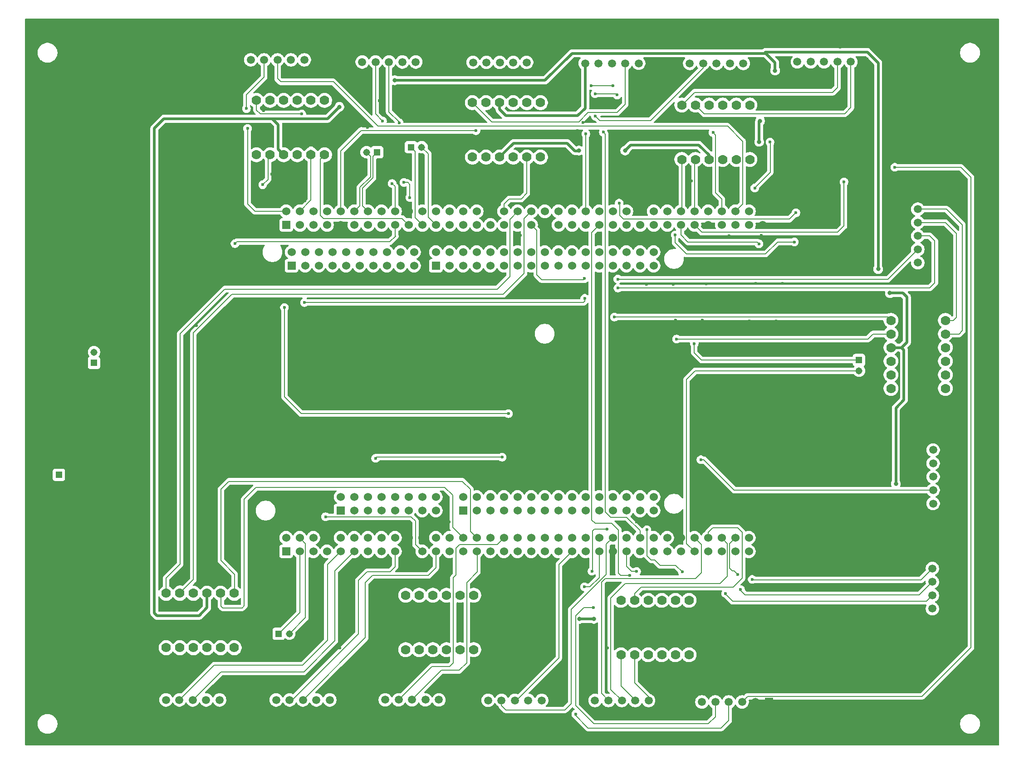
<source format=gbr>
%TF.GenerationSoftware,KiCad,Pcbnew,9.0.2*%
%TF.CreationDate,2025-12-22T22:41:59+05:30*%
%TF.ProjectId,its_a_wrap,6974735f-615f-4777-9261-702e6b696361,rev?*%
%TF.SameCoordinates,Original*%
%TF.FileFunction,Copper,L2,Bot*%
%TF.FilePolarity,Positive*%
%FSLAX46Y46*%
G04 Gerber Fmt 4.6, Leading zero omitted, Abs format (unit mm)*
G04 Created by KiCad (PCBNEW 9.0.2) date 2025-12-22 22:41:59*
%MOMM*%
%LPD*%
G01*
G04 APERTURE LIST*
%TA.AperFunction,ComponentPad*%
%ADD10R,1.508000X1.508000*%
%TD*%
%TA.AperFunction,ComponentPad*%
%ADD11C,1.508000*%
%TD*%
%TA.AperFunction,ComponentPad*%
%ADD12R,1.308000X1.308000*%
%TD*%
%TA.AperFunction,ComponentPad*%
%ADD13C,1.308000*%
%TD*%
%TA.AperFunction,ComponentPad*%
%ADD14R,1.530000X1.530000*%
%TD*%
%TA.AperFunction,ComponentPad*%
%ADD15C,1.530000*%
%TD*%
%TA.AperFunction,ComponentPad*%
%ADD16C,1.778000*%
%TD*%
%TA.AperFunction,ViaPad*%
%ADD17C,0.600000*%
%TD*%
%TA.AperFunction,ViaPad*%
%ADD18C,0.800000*%
%TD*%
%TA.AperFunction,Conductor*%
%ADD19C,0.200000*%
%TD*%
%TA.AperFunction,Conductor*%
%ADD20C,0.500000*%
%TD*%
G04 APERTURE END LIST*
D10*
%TO.P,J5,1,1*%
%TO.N,GND*%
X192950000Y-34575000D03*
D11*
%TO.P,J5,2,2*%
%TO.N,/claw_en2*%
X190450000Y-34575000D03*
%TO.P,J5,3,3*%
%TO.N,/claw_en1*%
X187950000Y-34575000D03*
%TO.P,J5,4,4*%
%TO.N,/claw_gpio*%
X185450000Y-34575000D03*
%TO.P,J5,5,5*%
%TO.N,/claw_pwm*%
X182950000Y-34575000D03*
%TO.P,J5,6,6*%
%TO.N,/+V*%
X180450000Y-34575000D03*
%TD*%
D10*
%TO.P,J2,1,1*%
%TO.N,GND*%
X202930000Y-59580000D03*
D11*
%TO.P,J2,2,2*%
%TO.N,/en2*%
X202930000Y-62080000D03*
%TO.P,J2,3,3*%
%TO.N,/en1*%
X202930000Y-64580000D03*
%TO.P,J2,4,4*%
%TO.N,/gpio*%
X202930000Y-67080000D03*
%TO.P,J2,5,5*%
%TO.N,/pwm*%
X202930000Y-69580000D03*
%TO.P,J2,6,6*%
%TO.N,/+V*%
X202930000Y-72080000D03*
%TD*%
D12*
%TO.P,J18,1,1*%
%TO.N,/I2C_SDA*%
X108350000Y-50500000D03*
D13*
%TO.P,J18,2,2*%
%TO.N,/I2C_SCL*%
X110350000Y-50500000D03*
%TD*%
D14*
%TO.P,A1,CN7_1,D16/I2S_A_MCK*%
%TO.N,unconnected-(A1E-D16{slash}I2S_A_MCK-PadCN7_1)*%
X86066000Y-72640000D03*
D15*
%TO.P,A1,CN7_2,D15/I2C_A_SCL*%
%TO.N,unconnected-(A1E-D15{slash}I2C_A_SCL-PadCN7_2)*%
X86066000Y-70100000D03*
%TO.P,A1,CN7_3,D17/I2S_A_SD*%
%TO.N,unconnected-(A1E-D17{slash}I2S_A_SD-PadCN7_3)*%
X88606000Y-72640000D03*
%TO.P,A1,CN7_4,D14/I2C_A_SDA*%
%TO.N,unconnected-(A1E-D14{slash}I2C_A_SDA-PadCN7_4)*%
X88606000Y-70100000D03*
%TO.P,A1,CN7_5,D18/I2S_A_CK*%
%TO.N,unconnected-(A1E-D18{slash}I2S_A_CK-PadCN7_5)*%
X91146000Y-72640000D03*
%TO.P,A1,CN7_6,AREF*%
%TO.N,unconnected-(A1E-AREF-PadCN7_6)*%
X91146000Y-70100000D03*
%TO.P,A1,CN7_7,D19/I2S_A_WS*%
%TO.N,unconnected-(A1E-D19{slash}I2S_A_WS-PadCN7_7)*%
X93686000Y-72640000D03*
%TO.P,A1,CN7_8,GND_CN7*%
%TO.N,unconnected-(A1E-GND_CN7-PadCN7_8)*%
X93686000Y-70100000D03*
%TO.P,A1,CN7_9,D20/I2S_B_WS*%
%TO.N,unconnected-(A1E-D20{slash}I2S_B_WS-PadCN7_9)*%
X96226000Y-72640000D03*
%TO.P,A1,CN7_10,D13/SPI_A_SCK*%
%TO.N,unconnected-(A1E-D13{slash}SPI_A_SCK-PadCN7_10)*%
X96226000Y-70100000D03*
%TO.P,A1,CN7_11,D21/I2S_B_MCK*%
%TO.N,unconnected-(A1E-D21{slash}I2S_B_MCK-PadCN7_11)*%
X98766000Y-72640000D03*
%TO.P,A1,CN7_12,D12/SPI_A_MISO*%
%TO.N,unconnected-(A1E-D12{slash}SPI_A_MISO-PadCN7_12)*%
X98766000Y-70100000D03*
%TO.P,A1,CN7_13,D22/I2S_B_SD/SPI_B_MOSI*%
%TO.N,unconnected-(A1E-D22{slash}I2S_B_SD{slash}SPI_B_MOSI-PadCN7_13)*%
X101306000Y-72640000D03*
%TO.P,A1,CN7_14,D11/SPI_A_MOSI/TIM_E_PWM1*%
%TO.N,unconnected-(A1E-D11{slash}SPI_A_MOSI{slash}TIM_E_PWM1-PadCN7_14)*%
X101306000Y-70100000D03*
%TO.P,A1,CN7_15,D23/I2S_B_CK/SPI_B_SCK*%
%TO.N,unconnected-(A1E-D23{slash}I2S_B_CK{slash}SPI_B_SCK-PadCN7_15)*%
X103846000Y-72640000D03*
%TO.P,A1,CN7_16,D10/SPI_A_CS/TIM_B_PWM3*%
%TO.N,unconnected-(A1E-D10{slash}SPI_A_CS{slash}TIM_B_PWM3-PadCN7_16)*%
X103846000Y-70100000D03*
%TO.P,A1,CN7_17,D24/SPI_B_NSS*%
%TO.N,unconnected-(A1E-D24{slash}SPI_B_NSS-PadCN7_17)*%
X106386000Y-72640000D03*
%TO.P,A1,CN7_18,D9/TIMER_B_PWM2*%
%TO.N,unconnected-(A1E-D9{slash}TIMER_B_PWM2-PadCN7_18)*%
X106386000Y-70100000D03*
%TO.P,A1,CN7_19,D25/SPI_B_MISO*%
%TO.N,unconnected-(A1E-D25{slash}SPI_B_MISO-PadCN7_19)*%
X108926000Y-72640000D03*
%TO.P,A1,CN7_20,D8/IO*%
%TO.N,unconnected-(A1E-D8{slash}IO-PadCN7_20)*%
X108926000Y-70100000D03*
D14*
%TO.P,A1,CN8_1*%
%TO.N,N/C*%
X95210000Y-118360000D03*
D15*
%TO.P,A1,CN8_2,D43/SDMMC_D0*%
%TO.N,unconnected-(A1C-D43{slash}SDMMC_D0-PadCN8_2)*%
X95210000Y-115820000D03*
%TO.P,A1,CN8_3,IOREF*%
%TO.N,unconnected-(A1C-IOREF-PadCN8_3)*%
X97750000Y-118360000D03*
%TO.P,A1,CN8_4,D44/SDMMC_D1/I2S_A_CKIN*%
%TO.N,unconnected-(A1C-D44{slash}SDMMC_D1{slash}I2S_A_CKIN-PadCN8_4)*%
X97750000Y-115820000D03*
%TO.P,A1,CN8_5,RESET*%
%TO.N,unconnected-(A1C-RESET-PadCN8_5)*%
X100290000Y-118360000D03*
%TO.P,A1,CN8_6,D45/SDMMC_D2*%
%TO.N,unconnected-(A1C-D45{slash}SDMMC_D2-PadCN8_6)*%
X100290000Y-115820000D03*
%TO.P,A1,CN8_7,+3V3*%
%TO.N,unconnected-(A1C-+3V3-PadCN8_7)*%
X102830000Y-118360000D03*
%TO.P,A1,CN8_8,D46/SDMMC_D3*%
%TO.N,unconnected-(A1C-D46{slash}SDMMC_D3-PadCN8_8)*%
X102830000Y-115820000D03*
%TO.P,A1,CN8_9,+5V*%
%TO.N,unconnected-(A1C-+5V-PadCN8_9)*%
X105370000Y-118360000D03*
%TO.P,A1,CN8_10,D47/SDMMC_CK*%
%TO.N,unconnected-(A1C-D47{slash}SDMMC_CK-PadCN8_10)*%
X105370000Y-115820000D03*
%TO.P,A1,CN8_11,GND_CN8*%
%TO.N,unconnected-(A1C-GND_CN8-PadCN8_11)_1*%
X107910000Y-118360000D03*
%TO.P,A1,CN8_12,D48/SDMMC_CMD*%
%TO.N,unconnected-(A1C-D48{slash}SDMMC_CMD-PadCN8_12)*%
X107910000Y-115820000D03*
%TO.P,A1,CN8_13,GND_CN8*%
%TO.N,unconnected-(A1C-GND_CN8-PadCN8_11)*%
X110450000Y-118360000D03*
%TO.P,A1,CN8_14,D49/IO*%
%TO.N,unconnected-(A1C-D49{slash}IO-PadCN8_14)*%
X110450000Y-115820000D03*
%TO.P,A1,CN8_15,VIN*%
%TO.N,unconnected-(A1C-VIN-PadCN8_15)*%
X112990000Y-118360000D03*
%TO.P,A1,CN8_16,D50/IO*%
%TO.N,unconnected-(A1C-D50{slash}IO-PadCN8_16)*%
X112990000Y-115820000D03*
D14*
%TO.P,A1,CN9_1,A0/ADC123_IN3*%
%TO.N,unconnected-(A1D-A0{slash}ADC123_IN3-PadCN9_1)*%
X118070000Y-118360000D03*
D15*
%TO.P,A1,CN9_2,D51/USART_B_SCLK*%
%TO.N,unconnected-(A1D-D51{slash}USART_B_SCLK-PadCN9_2)*%
X118070000Y-115820000D03*
%TO.P,A1,CN9_3,A1/ADC123_IN10*%
%TO.N,unconnected-(A1D-A1{slash}ADC123_IN10-PadCN9_3)*%
X120610000Y-118360000D03*
%TO.P,A1,CN9_4,D52/USART_B_RX*%
%TO.N,unconnected-(A1D-D52{slash}USART_B_RX-PadCN9_4)*%
X120610000Y-115820000D03*
%TO.P,A1,CN9_5,A2/ADC123_IN13*%
%TO.N,unconnected-(A1D-A2{slash}ADC123_IN13-PadCN9_5)*%
X123150000Y-118360000D03*
%TO.P,A1,CN9_6,D53/USART_B_TX*%
%TO.N,unconnected-(A1D-D53{slash}USART_B_TX-PadCN9_6)*%
X123150000Y-115820000D03*
%TO.P,A1,CN9_7,A3/ADC3_IN9*%
%TO.N,unconnected-(A1D-A3{slash}ADC3_IN9-PadCN9_7)*%
X125690000Y-118360000D03*
%TO.P,A1,CN9_8,D54/USART_B_RTS*%
%TO.N,unconnected-(A1D-D54{slash}USART_B_RTS-PadCN9_8)*%
X125690000Y-115820000D03*
%TO.P,A1,CN9_9,A4/ADC3_IN15/I2C1_SDA*%
%TO.N,unconnected-(A1D-A4{slash}ADC3_IN15{slash}I2C1_SDA-PadCN9_9)*%
X128230000Y-118360000D03*
%TO.P,A1,CN9_10,D55/USART_B_CTS*%
%TO.N,unconnected-(A1D-D55{slash}USART_B_CTS-PadCN9_10)*%
X128230000Y-115820000D03*
%TO.P,A1,CN9_11,A5/ADC3_IN8/I2C1_SCL*%
%TO.N,unconnected-(A1D-A5{slash}ADC3_IN8{slash}I2C1_SCL-PadCN9_11)*%
X130770000Y-118360000D03*
%TO.P,A1,CN9_12,GND_CN9*%
%TO.N,unconnected-(A1D-GND_CN9-PadCN9_12)_1*%
X130770000Y-115820000D03*
%TO.P,A1,CN9_13,D72/NC*%
%TO.N,unconnected-(A1D-D72{slash}NC-PadCN9_13)*%
X133310000Y-118360000D03*
%TO.P,A1,CN9_14,D56/SAI_A_MCLK*%
%TO.N,unconnected-(A1D-D56{slash}SAI_A_MCLK-PadCN9_14)*%
X133310000Y-115820000D03*
%TO.P,A1,CN9_15,D71/IO*%
%TO.N,unconnected-(A1D-D71{slash}IO-PadCN9_15)*%
X135850000Y-118360000D03*
%TO.P,A1,CN9_16,D57/SAI_A_FS*%
%TO.N,unconnected-(A1D-D57{slash}SAI_A_FS-PadCN9_16)*%
X135850000Y-115820000D03*
%TO.P,A1,CN9_17,D70/I2C_B_SMBA*%
%TO.N,unconnected-(A1D-D70{slash}I2C_B_SMBA-PadCN9_17)*%
X138390000Y-118360000D03*
%TO.P,A1,CN9_18,D58/SAI_A_SCK*%
%TO.N,unconnected-(A1D-D58{slash}SAI_A_SCK-PadCN9_18)*%
X138390000Y-115820000D03*
%TO.P,A1,CN9_19,D69/I2C_B_SCL*%
%TO.N,unconnected-(A1D-D69{slash}I2C_B_SCL-PadCN9_19)*%
X140930000Y-118360000D03*
%TO.P,A1,CN9_20,D59/SAI_A_SD*%
%TO.N,unconnected-(A1D-D59{slash}SAI_A_SD-PadCN9_20)*%
X140930000Y-115820000D03*
%TO.P,A1,CN9_21,D68/I2C_B_SDA*%
%TO.N,unconnected-(A1D-D68{slash}I2C_B_SDA-PadCN9_21)*%
X143470000Y-118360000D03*
%TO.P,A1,CN9_22,D60/SAI_B_SD*%
%TO.N,unconnected-(A1D-D60{slash}SAI_B_SD-PadCN9_22)*%
X143470000Y-115820000D03*
%TO.P,A1,CN9_23,GND_CN9*%
%TO.N,unconnected-(A1D-GND_CN9-PadCN9_12)*%
X146010000Y-118360000D03*
%TO.P,A1,CN9_24,D61/SAI_B_SCK*%
%TO.N,unconnected-(A1D-D61{slash}SAI_B_SCK-PadCN9_24)*%
X146010000Y-115820000D03*
%TO.P,A1,CN9_25,D67/CAN_RX*%
%TO.N,unconnected-(A1D-D67{slash}CAN_RX-PadCN9_25)*%
X148550000Y-118360000D03*
%TO.P,A1,CN9_26,D62/SAI_B_MCLK*%
%TO.N,unconnected-(A1D-D62{slash}SAI_B_MCLK-PadCN9_26)*%
X148550000Y-115820000D03*
%TO.P,A1,CN9_27,D66/CAN_TX*%
%TO.N,unconnected-(A1D-D66{slash}CAN_TX-PadCN9_27)*%
X151090000Y-118360000D03*
%TO.P,A1,CN9_28,D63/SAI_B_FS*%
%TO.N,unconnected-(A1D-D63{slash}SAI_B_FS-PadCN9_28)*%
X151090000Y-115820000D03*
%TO.P,A1,CN9_29,D65/IO*%
%TO.N,unconnected-(A1D-D65{slash}IO-PadCN9_29)*%
X153630000Y-118360000D03*
%TO.P,A1,CN9_30,D64/IO*%
%TO.N,unconnected-(A1D-D64{slash}IO-PadCN9_30)*%
X153630000Y-115820000D03*
D14*
%TO.P,A1,CN10_1,AVDD_CN10*%
%TO.N,unconnected-(A1F-AVDD_CN10-PadCN10_1)*%
X112990000Y-72640000D03*
D15*
%TO.P,A1,CN10_2,D7/IO*%
%TO.N,unconnected-(A1F-D7{slash}IO-PadCN10_2)*%
X112990000Y-70100000D03*
%TO.P,A1,CN10_3,AGND_CN10*%
%TO.N,unconnected-(A1F-AGND_CN10-PadCN10_3)*%
X115530000Y-72640000D03*
%TO.P,A1,CN10_4,D6/TIMER_A_PWM1*%
%TO.N,unconnected-(A1F-D6{slash}TIMER_A_PWM1-PadCN10_4)*%
X115530000Y-70100000D03*
%TO.P,A1,CN10_5,GND_CN10*%
%TO.N,unconnected-(A1F-GND_CN10-PadCN10_17)*%
X118070000Y-72640000D03*
%TO.P,A1,CN10_6,D5/TIMER_A_PWM2*%
%TO.N,unconnected-(A1F-D5{slash}TIMER_A_PWM2-PadCN10_6)*%
X118070000Y-70100000D03*
%TO.P,A1,CN10_7,A6/ADC_A_IN*%
%TO.N,unconnected-(A1F-A6{slash}ADC_A_IN-PadCN10_7)*%
X120610000Y-72640000D03*
%TO.P,A1,CN10_8,D4/IO*%
%TO.N,unconnected-(A1F-D4{slash}IO-PadCN10_8)*%
X120610000Y-70100000D03*
%TO.P,A1,CN10_9,A7/ADC_B_IN*%
%TO.N,unconnected-(A1F-A7{slash}ADC_B_IN-PadCN10_9)*%
X123150000Y-72640000D03*
%TO.P,A1,CN10_10,D3/TIMER_A_PWM3*%
%TO.N,unconnected-(A1F-D3{slash}TIMER_A_PWM3-PadCN10_10)*%
X123150000Y-70100000D03*
%TO.P,A1,CN10_11,A8/ADC_C_IN*%
%TO.N,unconnected-(A1F-A8{slash}ADC_C_IN-PadCN10_11)*%
X125690000Y-72640000D03*
%TO.P,A1,CN10_12,D2/IO*%
%TO.N,unconnected-(A1F-D2{slash}IO-PadCN10_12)*%
X125690000Y-70100000D03*
%TO.P,A1,CN10_13,D26/QSPI_CS*%
%TO.N,unconnected-(A1F-D26{slash}QSPI_CS-PadCN10_13)*%
X128230000Y-72640000D03*
%TO.P,A1,CN10_14,D1/USART_A_TX*%
%TO.N,unconnected-(A1F-D1{slash}USART_A_TX-PadCN10_14)*%
X128230000Y-70100000D03*
%TO.P,A1,CN10_15,D27/QSPI_CLK*%
%TO.N,unconnected-(A1F-D27{slash}QSPI_CLK-PadCN10_15)*%
X130770000Y-72640000D03*
%TO.P,A1,CN10_16,D0/USART_A_RX*%
%TO.N,unconnected-(A1F-D0{slash}USART_A_RX-PadCN10_16)*%
X130770000Y-70100000D03*
%TO.P,A1,CN10_17,GND_CN10*%
%TO.N,unconnected-(A1F-GND_CN10-PadCN10_17)_2*%
X133310000Y-72640000D03*
%TO.P,A1,CN10_18,D42/TIMER_A_PWM1N*%
%TO.N,unconnected-(A1F-D42{slash}TIMER_A_PWM1N-PadCN10_18)*%
X133310000Y-70100000D03*
%TO.P,A1,CN10_19,D28/QSPI_BK1_IO3*%
%TO.N,unconnected-(A1F-D28{slash}QSPI_BK1_IO3-PadCN10_19)*%
X135850000Y-72640000D03*
%TO.P,A1,CN10_20,D41/TIMER_A_ETR*%
%TO.N,unconnected-(A1F-D41{slash}TIMER_A_ETR-PadCN10_20)*%
X135850000Y-70100000D03*
%TO.P,A1,CN10_21,D29/QSPI_BK1_IO1*%
%TO.N,unconnected-(A1F-D29{slash}QSPI_BK1_IO1-PadCN10_21)*%
X138390000Y-72640000D03*
%TO.P,A1,CN10_22,GND_CN10*%
%TO.N,unconnected-(A1F-GND_CN10-PadCN10_17)_1*%
X138390000Y-70100000D03*
%TO.P,A1,CN10_23,D30/QSPI_BK1_IO0*%
%TO.N,unconnected-(A1F-D30{slash}QSPI_BK1_IO0-PadCN10_23)*%
X140930000Y-72640000D03*
%TO.P,A1,CN10_24,D40/TIMER_A_PWM2N*%
%TO.N,unconnected-(A1F-D40{slash}TIMER_A_PWM2N-PadCN10_24)*%
X140930000Y-70100000D03*
%TO.P,A1,CN10_25,D31/QSPI_BK1_IO2*%
%TO.N,unconnected-(A1F-D31{slash}QSPI_BK1_IO2-PadCN10_25)*%
X143470000Y-72640000D03*
%TO.P,A1,CN10_26,D39/TIMER_A_PWM3N*%
%TO.N,unconnected-(A1F-D39{slash}TIMER_A_PWM3N-PadCN10_26)*%
X143470000Y-70100000D03*
%TO.P,A1,CN10_27,GND_CN10*%
%TO.N,unconnected-(A1F-GND_CN10-PadCN10_17)_3*%
X146010000Y-72640000D03*
%TO.P,A1,CN10_28,D38/IO*%
%TO.N,unconnected-(A1F-D38{slash}IO-PadCN10_28)*%
X146010000Y-70100000D03*
%TO.P,A1,CN10_29,D32/TIMER_C_PWM1*%
%TO.N,unconnected-(A1F-D32{slash}TIMER_C_PWM1-PadCN10_29)*%
X148550000Y-72640000D03*
%TO.P,A1,CN10_30,D37/TIMER_A_BKIN1*%
%TO.N,unconnected-(A1F-D37{slash}TIMER_A_BKIN1-PadCN10_30)*%
X148550000Y-70100000D03*
%TO.P,A1,CN10_31,D33/TIMER_D_PWM1*%
%TO.N,unconnected-(A1F-D33{slash}TIMER_D_PWM1-PadCN10_31)*%
X151090000Y-72640000D03*
%TO.P,A1,CN10_32,D36/TIMER_C_PWM2*%
%TO.N,unconnected-(A1F-D36{slash}TIMER_C_PWM2-PadCN10_32)*%
X151090000Y-70100000D03*
%TO.P,A1,CN10_33,D34/TIMER_B_ETR*%
%TO.N,unconnected-(A1F-D34{slash}TIMER_B_ETR-PadCN10_33)*%
X153630000Y-72640000D03*
%TO.P,A1,CN10_34,D35/TIMER_C_PWM3*%
%TO.N,unconnected-(A1F-D35{slash}TIMER_C_PWM3-PadCN10_34)*%
X153630000Y-70100000D03*
D14*
%TO.P,A1,CN11_1,PC10*%
%TO.N,unconnected-(A1A-PC10-PadCN11_1)*%
X85050000Y-125980000D03*
D15*
%TO.P,A1,CN11_2,PC11*%
%TO.N,unconnected-(A1A-PC11-PadCN11_2)*%
X85050000Y-123440000D03*
%TO.P,A1,CN11_3,PC12*%
%TO.N,/TX1*%
X87590000Y-125980000D03*
%TO.P,A1,CN11_4,PD2*%
%TO.N,/RX1*%
X87590000Y-123440000D03*
%TO.P,A1,CN11_5,VDD*%
%TO.N,unconnected-(A1A-VDD-PadCN11_5)*%
X90130000Y-125980000D03*
%TO.P,A1,CN11_6,E5V*%
%TO.N,unconnected-(A1A-E5V-PadCN11_6)*%
X90130000Y-123440000D03*
%TO.P,A1,CN11_7,BOOT0*%
%TO.N,unconnected-(A1A-BOOT0-PadCN11_7)*%
X92670000Y-125980000D03*
%TO.P,A1,CN11_8,GND_CN11*%
%TO.N,GND*%
X92670000Y-123440000D03*
%TO.P,A1,CN11_9,PF6*%
%TO.N,/base_m1_pwm*%
X95210000Y-125980000D03*
%TO.P,A1,CN11_10*%
%TO.N,N/C*%
X95210000Y-123440000D03*
%TO.P,A1,CN11_11,PF7*%
%TO.N,/base_m1_gpio*%
X97750000Y-125980000D03*
%TO.P,A1,CN11_12,IOREF*%
%TO.N,unconnected-(A1A-IOREF-PadCN11_12)*%
X97750000Y-123440000D03*
%TO.P,A1,CN11_13,PA13*%
%TO.N,unconnected-(A1A-PA13-PadCN11_13)*%
X100290000Y-125980000D03*
%TO.P,A1,CN11_14,RESET*%
%TO.N,unconnected-(A1A-RESET-PadCN11_14)*%
X100290000Y-123440000D03*
%TO.P,A1,CN11_15,PA14*%
%TO.N,unconnected-(A1A-PA14-PadCN11_15)*%
X102830000Y-125980000D03*
%TO.P,A1,CN11_16,+3V3*%
%TO.N,/+3.3V*%
X102830000Y-123440000D03*
%TO.P,A1,CN11_17,PA15*%
%TO.N,/base_m2_pwm*%
X105370000Y-125980000D03*
%TO.P,A1,CN11_18,+5V*%
%TO.N,unconnected-(A1A-+5V-PadCN11_18)*%
X105370000Y-123440000D03*
%TO.P,A1,CN11_19,GND_CN11*%
%TO.N,GND*%
X107910000Y-125980000D03*
%TO.P,A1,CN11_20,GND_CN11*%
X107910000Y-123440000D03*
%TO.P,A1,CN11_21,PB7*%
%TO.N,I2C1_SDA*%
X110450000Y-125980000D03*
%TO.P,A1,CN11_22,GND_CN11*%
%TO.N,GND*%
X110450000Y-123440000D03*
%TO.P,A1,CN11_23,PC13*%
%TO.N,/base_m2_gpio*%
X112990000Y-125980000D03*
%TO.P,A1,CN11_24,VIN*%
%TO.N,unconnected-(A1A-VIN-PadCN11_24)*%
X112990000Y-123440000D03*
%TO.P,A1,CN11_25,PC14*%
%TO.N,unconnected-(A1A-PC14-PadCN11_25)*%
X115530000Y-125980000D03*
%TO.P,A1,CN11_26*%
%TO.N,N/C*%
X115530000Y-123440000D03*
%TO.P,A1,CN11_27,PC15*%
%TO.N,unconnected-(A1A-PC15-PadCN11_27)*%
X118070000Y-125980000D03*
%TO.P,A1,CN11_28,PA0*%
%TO.N,/base_m2_encoder1_stm*%
X118070000Y-123440000D03*
%TO.P,A1,CN11_29,PH0*%
%TO.N,/base_m3_gpio*%
X120610000Y-125980000D03*
%TO.P,A1,CN11_30,PA1*%
%TO.N,/base_m2_encoder2_stm*%
X120610000Y-123440000D03*
%TO.P,A1,CN11_31,PH1*%
%TO.N,unconnected-(A1A-PH1-PadCN11_31)*%
X123150000Y-125980000D03*
%TO.P,A1,CN11_32,PA4*%
%TO.N,unconnected-(A1A-PA4-PadCN11_32)*%
X123150000Y-123440000D03*
%TO.P,A1,CN11_33,VBAT*%
%TO.N,unconnected-(A1A-VBAT-PadCN11_33)*%
X125690000Y-125980000D03*
%TO.P,A1,CN11_34,PB0*%
%TO.N,/base_m3_pwm*%
X125690000Y-123440000D03*
%TO.P,A1,CN11_35,PC2*%
%TO.N,unconnected-(A1A-PC2-PadCN11_35)*%
X128230000Y-125980000D03*
%TO.P,A1,CN11_36,PC1*%
%TO.N,/gpio_2*%
X128230000Y-123440000D03*
%TO.P,A1,CN11_37,PC3*%
%TO.N,/arm_m2_encoder2_stm*%
X130770000Y-125980000D03*
%TO.P,A1,CN11_38,PC0*%
%TO.N,unconnected-(A1A-PC0-PadCN11_38)*%
X130770000Y-123440000D03*
%TO.P,A1,CN11_39,PD4*%
%TO.N,unconnected-(A1A-PD4-PadCN11_39)*%
X133310000Y-125980000D03*
%TO.P,A1,CN11_40,PD3*%
%TO.N,unconnected-(A1A-PD3-PadCN11_40)*%
X133310000Y-123440000D03*
%TO.P,A1,CN11_41,PD5*%
%TO.N,unconnected-(A1A-PD5-PadCN11_41)*%
X135850000Y-125980000D03*
%TO.P,A1,CN11_42,PG2*%
%TO.N,unconnected-(A1A-PG2-PadCN11_42)*%
X135850000Y-123440000D03*
%TO.P,A1,CN11_43,PD6*%
%TO.N,/base_m4_gpio*%
X138390000Y-125980000D03*
%TO.P,A1,CN11_44,PG3*%
%TO.N,unconnected-(A1A-PG3-PadCN11_44)*%
X138390000Y-123440000D03*
%TO.P,A1,CN11_45,PD7*%
%TO.N,unconnected-(A1A-PD7-PadCN11_45)*%
X140930000Y-125980000D03*
%TO.P,A1,CN11_46,PE2*%
%TO.N,unconnected-(A1A-PE2-PadCN11_46)*%
X140930000Y-123440000D03*
%TO.P,A1,CN11_47,PE3*%
%TO.N,GPIO_EXT_3*%
X143470000Y-125980000D03*
%TO.P,A1,CN11_48,PE4*%
%TO.N,GPIO_3*%
X143470000Y-123440000D03*
%TO.P,A1,CN11_49,GND_CN11*%
%TO.N,GND*%
X146010000Y-125980000D03*
%TO.P,A1,CN11_50,PE5*%
%TO.N,/base_m4_pwm*%
X146010000Y-123440000D03*
%TO.P,A1,CN11_51,PF1*%
%TO.N,/gpio_2_EXTRA*%
X148550000Y-125980000D03*
%TO.P,A1,CN11_52,PF2*%
%TO.N,GPIO_EXT_2*%
X148550000Y-123440000D03*
%TO.P,A1,CN11_53,PF0*%
%TO.N,unconnected-(A1A-PF0-PadCN11_53)*%
X151090000Y-125980000D03*
%TO.P,A1,CN11_54,PF8*%
%TO.N,/end_m1_pwm*%
X151090000Y-123440000D03*
%TO.P,A1,CN11_55,PD1*%
%TO.N,unconnected-(A1A-PD1-PadCN11_55)*%
X153630000Y-125980000D03*
%TO.P,A1,CN11_56,PF9*%
%TO.N,unconnected-(A1A-PF9-PadCN11_56)*%
X153630000Y-123440000D03*
%TO.P,A1,CN11_57,PD0*%
%TO.N,unconnected-(A1A-PD0-PadCN11_57)*%
X156170000Y-125980000D03*
%TO.P,A1,CN11_58,PG1*%
%TO.N,unconnected-(A1A-PG1-PadCN11_58)*%
X156170000Y-123440000D03*
%TO.P,A1,CN11_59,PG0*%
%TO.N,unconnected-(A1A-PG0-PadCN11_59)*%
X158710000Y-125980000D03*
%TO.P,A1,CN11_60,GND_CN11*%
%TO.N,GND*%
X158710000Y-123440000D03*
%TO.P,A1,CN11_61,PE1*%
%TO.N,uart_tx_2*%
X161250000Y-125980000D03*
%TO.P,A1,CN11_62,PE6*%
%TO.N,/science_pwm*%
X161250000Y-123440000D03*
%TO.P,A1,CN11_63,PG9*%
%TO.N,/en_2_stm*%
X163790000Y-125980000D03*
%TO.P,A1,CN11_64,PG15*%
%TO.N,/science_encoder2_stm*%
X163790000Y-123440000D03*
%TO.P,A1,CN11_65,PG12*%
%TO.N,unconnected-(A1A-PG12-PadCN11_65)*%
X166330000Y-125980000D03*
%TO.P,A1,CN11_66,PG10*%
%TO.N,/science_gpio*%
X166330000Y-123440000D03*
%TO.P,A1,CN11_67*%
%TO.N,N/C*%
X168870000Y-125980000D03*
%TO.P,A1,CN11_68,PG13*%
%TO.N,GPIO_14*%
X168870000Y-123440000D03*
%TO.P,A1,CN11_69,PD9*%
%TO.N,unconnected-(A1A-PD9-PadCN11_69)*%
X171410000Y-125980000D03*
%TO.P,A1,CN11_70,PG11*%
%TO.N,/end_m2_encoder2_stm*%
X171410000Y-123440000D03*
%TO.P,A1,CN11_71,GND_CN11*%
%TO.N,GND*%
X173950000Y-125980000D03*
%TO.P,A1,CN11_72,GND_CN11*%
X173950000Y-123440000D03*
D14*
%TO.P,A1,CN12_1,PC9*%
%TO.N,/pwm_2*%
X85070000Y-65020000D03*
D15*
%TO.P,A1,CN12_2,PC8*%
%TO.N,/arm_m1_pwm*%
X85070000Y-62480000D03*
%TO.P,A1,CN12_3,PB8*%
%TO.N,/gpio*%
X87610000Y-65020000D03*
%TO.P,A1,CN12_4,PC6*%
%TO.N,/arm_m1_encoder_stm*%
X87610000Y-62480000D03*
%TO.P,A1,CN12_5,PB9*%
%TO.N,unconnected-(A1B-PB9-PadCN12_5)*%
X90150000Y-65020000D03*
%TO.P,A1,CN12_6,PC5*%
%TO.N,unconnected-(A1B-PC5-PadCN12_6)*%
X90150000Y-62480000D03*
%TO.P,A1,CN12_7,AVDD_CN12*%
%TO.N,unconnected-(A1B-AVDD_CN12-PadCN12_7)*%
X92690000Y-65020000D03*
%TO.P,A1,CN12_8,U5V*%
%TO.N,unconnected-(A1B-U5V-PadCN12_8)*%
X92690000Y-62480000D03*
%TO.P,A1,CN12_9,GND_CN12*%
%TO.N,GND*%
X95230000Y-65020000D03*
%TO.P,A1,CN12_10,PD8*%
%TO.N,/end_m2_gpio*%
X95230000Y-62480000D03*
%TO.P,A1,CN12_11,PA5*%
%TO.N,unconnected-(A1B-PA5-PadCN12_11)*%
X97770000Y-65020000D03*
%TO.P,A1,CN12_12,PA12*%
%TO.N,/CAN+*%
X97770000Y-62480000D03*
%TO.P,A1,CN12_13,PA6*%
%TO.N,/base_m3_encoder1_stm*%
X100310000Y-65020000D03*
%TO.P,A1,CN12_14,PA11*%
%TO.N,/CAN-*%
X100310000Y-62480000D03*
%TO.P,A1,CN12_15,PA7*%
%TO.N,/base_m3_encoder2_stm*%
X102850000Y-65020000D03*
%TO.P,A1,CN12_16,PB12*%
%TO.N,unconnected-(A1B-PB12-PadCN12_16)*%
X102850000Y-62480000D03*
%TO.P,A1,CN12_17,PB6*%
%TO.N,I2C1_SCL*%
X105390000Y-65020000D03*
%TO.P,A1,CN12_18,PB11*%
%TO.N,/arm_m2_pwm*%
X105390000Y-62480000D03*
%TO.P,A1,CN12_19,PC7*%
%TO.N,/arm_m1_encoder2_stm*%
X107930000Y-65020000D03*
%TO.P,A1,CN12_20,GND_CN12*%
%TO.N,GND*%
X107930000Y-62480000D03*
%TO.P,A1,CN12_21,PA9*%
%TO.N,/I2C_SDA*%
X110470000Y-65020000D03*
%TO.P,A1,CN12_22,PB2*%
%TO.N,/arm_m2_gpio*%
X110470000Y-62480000D03*
%TO.P,A1,CN12_23,PA8*%
%TO.N,/I2C_SCL*%
X113010000Y-65020000D03*
%TO.P,A1,CN12_24,PB1*%
%TO.N,/arm_m2_encoder1_stm*%
X113010000Y-62480000D03*
%TO.P,A1,CN12_25,PB10*%
%TO.N,unconnected-(A1B-PB10-PadCN12_25)*%
X115550000Y-65020000D03*
%TO.P,A1,CN12_26,PB15*%
%TO.N,unconnected-(A1B-PB15-PadCN12_26)*%
X115550000Y-62480000D03*
%TO.P,A1,CN12_27,PB4*%
%TO.N,unconnected-(A1B-PB4-PadCN12_27)*%
X118090000Y-65020000D03*
%TO.P,A1,CN12_28,PB14*%
%TO.N,/arm_m3_pwm*%
X118090000Y-62480000D03*
%TO.P,A1,CN12_29,PB5*%
%TO.N,unconnected-(A1B-PB5-PadCN12_29)*%
X120630000Y-65020000D03*
%TO.P,A1,CN12_30,PB13*%
%TO.N,/arm_m3_gpi*%
X120630000Y-62480000D03*
%TO.P,A1,CN12_31,PB3*%
%TO.N,unconnected-(A1B-PB3-PadCN12_31)*%
X123170000Y-65020000D03*
%TO.P,A1,CN12_32,AGND_CN12*%
%TO.N,GND*%
X123170000Y-62480000D03*
%TO.P,A1,CN12_33,PA10*%
%TO.N,unconnected-(A1B-PA10-PadCN12_33)*%
X125710000Y-65020000D03*
%TO.P,A1,CN12_34,PC4*%
%TO.N,/arm_m3_encoder1_stm*%
X125710000Y-62480000D03*
%TO.P,A1,CN12_35,PA2*%
%TO.N,unconnected-(A1B-PA2-PadCN12_35)*%
X128250000Y-65020000D03*
%TO.P,A1,CN12_36,PF5*%
%TO.N,/base_m1_encoder_stm*%
X128250000Y-62480000D03*
%TO.P,A1,CN12_37,PA3*%
%TO.N,/pwm*%
X130790000Y-65020000D03*
%TO.P,A1,CN12_38,PF4*%
%TO.N,/base_m1_encoder_stm2*%
X130790000Y-62480000D03*
%TO.P,A1,CN12_39,GND_CN12*%
%TO.N,GND*%
X133330000Y-65020000D03*
%TO.P,A1,CN12_40,PE8*%
%TO.N,/end_m1_encoder_stm*%
X133330000Y-62480000D03*
%TO.P,A1,CN12_41,PD13*%
%TO.N,/base_m4_encoder2_stm*%
X135870000Y-65020000D03*
%TO.P,A1,CN12_42,PF10*%
%TO.N,/en1_stm*%
X135870000Y-62480000D03*
%TO.P,A1,CN12_43,PD12*%
%TO.N,/base_m4_encoder1_stm*%
X138410000Y-65020000D03*
%TO.P,A1,CN12_44,PE7*%
%TO.N,unconnected-(A1B-PE7-PadCN12_44)*%
X138410000Y-62480000D03*
%TO.P,A1,CN12_45,PD11*%
%TO.N,/end_m2_encoder_stm*%
X140950000Y-65020000D03*
%TO.P,A1,CN12_46,PD14*%
%TO.N,/end_m2_pwm*%
X140950000Y-62480000D03*
%TO.P,A1,CN12_47,PE10*%
%TO.N,/science_encoder1_stm*%
X143490000Y-65020000D03*
%TO.P,A1,CN12_48,PD15*%
%TO.N,/claw_pwm*%
X143490000Y-62480000D03*
%TO.P,A1,CN12_49,PE12*%
%TO.N,unconnected-(A1B-PE12-PadCN12_49)*%
X146030000Y-65020000D03*
%TO.P,A1,CN12_50,PF14*%
%TO.N,unconnected-(A1B-PF14-PadCN12_50)*%
X146030000Y-62480000D03*
%TO.P,A1,CN12_51,PE14*%
%TO.N,unconnected-(A1B-PE14-PadCN12_51)*%
X148570000Y-65020000D03*
%TO.P,A1,CN12_52,PE9*%
%TO.N,unconnected-(A1B-PE9-PadCN12_52)*%
X148570000Y-62480000D03*
%TO.P,A1,CN12_53,PE15*%
%TO.N,/arm_m3_encoder2_stm*%
X151110000Y-65020000D03*
%TO.P,A1,CN12_54,GND_CN12*%
%TO.N,GND*%
X151110000Y-62480000D03*
%TO.P,A1,CN12_55,PE13*%
%TO.N,unconnected-(A1B-PE13-PadCN12_55)*%
X153650000Y-65020000D03*
%TO.P,A1,CN12_56,PE11*%
%TO.N,unconnected-(A1B-PE11-PadCN12_56)*%
X153650000Y-62480000D03*
%TO.P,A1,CN12_57,PF13*%
%TO.N,/en2_stm*%
X156190000Y-65020000D03*
%TO.P,A1,CN12_58,PF3*%
%TO.N,/claw_gpio*%
X156190000Y-62480000D03*
%TO.P,A1,CN12_59,PF12*%
%TO.N,/en_1_stm*%
X158730000Y-65020000D03*
%TO.P,A1,CN12_60,PF15*%
%TO.N,/claw_en1_stm*%
X158730000Y-62480000D03*
%TO.P,A1,CN12_61,PG14*%
%TO.N,GPIO_EXT_14*%
X161270000Y-65020000D03*
%TO.P,A1,CN12_62,PF11*%
%TO.N,/claw_en2_stm*%
X161270000Y-62480000D03*
%TO.P,A1,CN12_63,GND_CN12*%
%TO.N,GND*%
X163810000Y-65020000D03*
%TO.P,A1,CN12_64,PE0*%
%TO.N,uart_rx_2*%
X163810000Y-62480000D03*
%TO.P,A1,CN12_65,PD10*%
%TO.N,unconnected-(A1B-PD10-PadCN12_65)*%
X166350000Y-65020000D03*
%TO.P,A1,CN12_66,PG8*%
%TO.N,/end_m1_gpio*%
X166350000Y-62480000D03*
%TO.P,A1,CN12_67,PG7*%
%TO.N,unconnected-(A1B-PG7-PadCN12_67)*%
X168890000Y-65020000D03*
%TO.P,A1,CN12_68,PG5*%
%TO.N,/arm_m1_gpio*%
X168890000Y-62480000D03*
%TO.P,A1,CN12_69,PG4*%
%TO.N,/end_m1_encoder2_stm*%
X171430000Y-65020000D03*
%TO.P,A1,CN12_70,PG6*%
%TO.N,unconnected-(A1B-PG6-PadCN12_70)*%
X171430000Y-62480000D03*
%TO.P,A1,CN12_71,GND_CN12*%
%TO.N,GND*%
X173970000Y-65020000D03*
%TO.P,A1,CN12_72,GND_CN12*%
X173970000Y-62480000D03*
%TD*%
D16*
%TO.P,U5,A1,A1*%
%TO.N,/end_m1_encoder*%
X119820000Y-42190000D03*
%TO.P,U5,A2,A2*%
%TO.N,/end_m1_encoder2*%
X122360000Y-42190000D03*
%TO.P,U5,A3,A3*%
%TO.N,/arm_m3_encoder1*%
X129980000Y-42190000D03*
%TO.P,U5,A4,A4*%
%TO.N,/arm_m3_encoder2*%
X132520000Y-42190000D03*
%TO.P,U5,B1,B1*%
%TO.N,/end_m1_encoder_stm*%
X119820000Y-52350000D03*
%TO.P,U5,B2,B2*%
%TO.N,/end_m1_encoder2_stm*%
X122360000Y-52350000D03*
%TO.P,U5,B3,B3*%
%TO.N,/arm_m3_encoder1_stm*%
X129980000Y-52350000D03*
%TO.P,U5,B4,B4*%
%TO.N,/arm_m3_encoder2_stm*%
X132520000Y-52350000D03*
%TO.P,U5,GND*%
%TO.N,N/C*%
X127440000Y-42190000D03*
X127440000Y-52350000D03*
%TO.P,U5,HV,HV*%
%TO.N,/+V*%
X124900000Y-42190000D03*
%TO.P,U5,LV,LV*%
%TO.N,/+3.3V*%
X124900000Y-52350000D03*
%TD*%
D10*
%TO.P,J10,1,1*%
%TO.N,GND*%
X132437500Y-34675000D03*
D11*
%TO.P,J10,2,2*%
%TO.N,/arm_m3_encoder2*%
X129937500Y-34675000D03*
%TO.P,J10,3,3*%
%TO.N,/arm_m3_encoder1*%
X127437500Y-34675000D03*
%TO.P,J10,4,4*%
%TO.N,/arm_m3_gpi*%
X124937500Y-34675000D03*
%TO.P,J10,5,5*%
%TO.N,/arm_m3_pwm*%
X122437500Y-34675000D03*
%TO.P,J10,6,6*%
%TO.N,/+V*%
X119937500Y-34675000D03*
%TD*%
D10*
%TO.P,J13,1,1*%
%TO.N,GND*%
X75137500Y-153725000D03*
D11*
%TO.P,J13,2,2*%
%TO.N,/base_m1_encoder2*%
X72637500Y-153725000D03*
%TO.P,J13,3,3*%
%TO.N,/base_m1_encoder*%
X70137500Y-153725000D03*
%TO.P,J13,4,4*%
%TO.N,/base_m1_gpio*%
X67637500Y-153725000D03*
%TO.P,J13,5,5*%
%TO.N,/base_m1_pwm*%
X65137500Y-153725000D03*
%TO.P,J13,6,6*%
%TO.N,/+V*%
X62637500Y-153725000D03*
%TD*%
D12*
%TO.P,J1,1,1*%
%TO.N,/CAN-*%
X102050000Y-51450000D03*
D13*
%TO.P,J1,2,2*%
%TO.N,/CAN+*%
X100050000Y-51450000D03*
%TD*%
D10*
%TO.P,J3,1,1*%
%TO.N,GND*%
X205795000Y-104550000D03*
D11*
%TO.P,J3,2,2*%
%TO.N,/en_2*%
X205795000Y-107050000D03*
%TO.P,J3,3,3*%
%TO.N,/en_1*%
X205795000Y-109550000D03*
%TO.P,J3,4,4*%
%TO.N,/gpio_2*%
X205795000Y-112050000D03*
%TO.P,J3,5,5*%
%TO.N,/pwm_2*%
X205795000Y-114550000D03*
%TO.P,J3,6,6*%
%TO.N,/+V*%
X205795000Y-117050000D03*
%TD*%
D16*
%TO.P,U3,A1,A1*%
%TO.N,/base_m4_encoder2*%
X120063500Y-144342500D03*
%TO.P,U3,A2,A2*%
%TO.N,/base_m4_encoder1*%
X117523500Y-144342500D03*
%TO.P,U3,A3,A3*%
%TO.N,/base_m3_encoder2*%
X109903500Y-144342500D03*
%TO.P,U3,A4,A4*%
%TO.N,/base_m3_encoder1*%
X107363500Y-144342500D03*
%TO.P,U3,B1,B1*%
%TO.N,/base_m4_encoder2_stm*%
X120063500Y-134182500D03*
%TO.P,U3,B2,B2*%
%TO.N,/base_m4_encoder1_stm*%
X117523500Y-134182500D03*
%TO.P,U3,B3,B3*%
%TO.N,/base_m3_encoder2_stm*%
X109903500Y-134182500D03*
%TO.P,U3,B4,B4*%
%TO.N,/base_m3_encoder1_stm*%
X107363500Y-134182500D03*
%TO.P,U3,GND*%
%TO.N,N/C*%
X112443500Y-144342500D03*
X112443500Y-134182500D03*
%TO.P,U3,HV,HV*%
%TO.N,/+V*%
X114983500Y-144342500D03*
%TO.P,U3,LV,LV*%
%TO.N,/+3.3V*%
X114983500Y-134182500D03*
%TD*%
D10*
%TO.P,J17,1,1*%
%TO.N,GND*%
X205650000Y-124180000D03*
D11*
%TO.P,J17,2,2*%
X205650000Y-126680000D03*
%TO.P,J17,3,3*%
%TO.N,GPIO_14*%
X205650000Y-129180000D03*
%TO.P,J17,4,4*%
%TO.N,GPIO_3*%
X205650000Y-131680000D03*
%TO.P,J17,5,5*%
%TO.N,/gpio_2_EXTRA*%
X205650000Y-134180000D03*
%TO.P,J17,6,6*%
%TO.N,/+V*%
X205650000Y-136680000D03*
%TD*%
D10*
%TO.P,J14,1,1*%
%TO.N,GND*%
X95700000Y-153725000D03*
D11*
%TO.P,J14,2,2*%
%TO.N,/base_m2_encoder2*%
X93200000Y-153725000D03*
%TO.P,J14,3,3*%
%TO.N,/base_m2_encoder1*%
X90700000Y-153725000D03*
%TO.P,J14,4,4*%
%TO.N,/base_m2_gpio*%
X88200000Y-153725000D03*
%TO.P,J14,5,5*%
%TO.N,/base_m2_pwm*%
X85700000Y-153725000D03*
%TO.P,J14,6,6*%
%TO.N,/+V*%
X83200000Y-153725000D03*
%TD*%
D12*
%TO.P,J21,1,1*%
%TO.N,uart_rx_2*%
X191970000Y-90260000D03*
D13*
%TO.P,J21,2,2*%
%TO.N,uart_tx_2*%
X191970000Y-92260000D03*
%TD*%
D10*
%TO.P,J8,1,1*%
%TO.N,GND*%
X90950000Y-34200000D03*
D11*
%TO.P,J8,2,2*%
%TO.N,/arm_m1_encoder2*%
X88450000Y-34200000D03*
%TO.P,J8,3,3*%
%TO.N,/arm_m1_encoder*%
X85950000Y-34200000D03*
%TO.P,J8,4,4*%
%TO.N,/arm_m1_gpio*%
X83450000Y-34200000D03*
%TO.P,J8,5,5*%
%TO.N,/arm_m1_pwm*%
X80950000Y-34200000D03*
%TO.P,J8,6,6*%
%TO.N,/+V*%
X78450000Y-34200000D03*
%TD*%
D16*
%TO.P,U1,A1,A1*%
%TO.N,/en1*%
X208090000Y-82846500D03*
%TO.P,U1,A2,A2*%
%TO.N,/en2*%
X208090000Y-85386500D03*
%TO.P,U1,A3,A3*%
%TO.N,/en_1*%
X208090000Y-93006500D03*
%TO.P,U1,A4,A4*%
%TO.N,/en_2*%
X208090000Y-95546500D03*
%TO.P,U1,B1,B1*%
%TO.N,/en1_stm*%
X197930000Y-82846500D03*
%TO.P,U1,B2,B2*%
%TO.N,/en2_stm*%
X197930000Y-85386500D03*
%TO.P,U1,B3,B3*%
%TO.N,/en_1_stm*%
X197930000Y-93006500D03*
%TO.P,U1,B4,B4*%
%TO.N,/en_2_stm*%
X197930000Y-95546500D03*
%TO.P,U1,GND*%
%TO.N,N/C*%
X208090000Y-90466500D03*
X197930000Y-90466500D03*
%TO.P,U1,HV,HV*%
%TO.N,/+V*%
X208090000Y-87926500D03*
%TO.P,U1,LV,LV*%
%TO.N,/+3.3V*%
X197930000Y-87926500D03*
%TD*%
D10*
%TO.P,J6,1,1*%
%TO.N,GND*%
X116050000Y-153700000D03*
D11*
%TO.P,J6,2,2*%
%TO.N,/base_m3_encoder2*%
X113550000Y-153700000D03*
%TO.P,J6,3,3*%
%TO.N,/base_m3_encoder1*%
X111050000Y-153700000D03*
%TO.P,J6,4,4*%
%TO.N,/base_m3_gpio*%
X108550000Y-153700000D03*
%TO.P,J6,5,5*%
%TO.N,/base_m3_pwm*%
X106050000Y-153700000D03*
%TO.P,J6,6,6*%
%TO.N,/+V*%
X103550000Y-153700000D03*
%TD*%
D12*
%TO.P,J15,1,1*%
%TO.N,/TX1*%
X83660000Y-141360000D03*
D13*
%TO.P,J15,2,2*%
%TO.N,/RX1*%
X85660000Y-141360000D03*
%TD*%
D16*
%TO.P,U4,A1,A1*%
%TO.N,/arm_m2_encoder1*%
X79536500Y-41757500D03*
%TO.P,U4,A2,A2*%
%TO.N,/arm_m2_encoder2*%
X82076500Y-41757500D03*
%TO.P,U4,A3,A3*%
%TO.N,/arm_m1_encoder*%
X89696500Y-41757500D03*
%TO.P,U4,A4,A4*%
%TO.N,/arm_m1_encoder2*%
X92236500Y-41757500D03*
%TO.P,U4,B1,B1*%
%TO.N,/arm_m2_encoder1_stm*%
X79536500Y-51917500D03*
%TO.P,U4,B2,B2*%
%TO.N,/arm_m2_encoder2_stm*%
X82076500Y-51917500D03*
%TO.P,U4,B3,B3*%
%TO.N,/arm_m1_encoder_stm*%
X89696500Y-51917500D03*
%TO.P,U4,B4,B4*%
%TO.N,/arm_m1_encoder2_stm*%
X92236500Y-51917500D03*
%TO.P,U4,GND*%
%TO.N,N/C*%
X87156500Y-41757500D03*
X87156500Y-51917500D03*
%TO.P,U4,HV,HV*%
%TO.N,/+V*%
X84616500Y-41757500D03*
%TO.P,U4,LV,LV*%
%TO.N,/+3.3V*%
X84616500Y-51917500D03*
%TD*%
D10*
%TO.P,J16,1,1*%
%TO.N,GND*%
X175150000Y-154100000D03*
D11*
%TO.P,J16,2,2*%
X172650000Y-154100000D03*
%TO.P,J16,3,3*%
%TO.N,GPIO_EXT_14*%
X170150000Y-154100000D03*
%TO.P,J16,4,4*%
%TO.N,GPIO_EXT_3*%
X167650000Y-154100000D03*
%TO.P,J16,5,5*%
%TO.N,GPIO_EXT_2*%
X165150000Y-154100000D03*
%TO.P,J16,6,6*%
%TO.N,/+V*%
X162650000Y-154100000D03*
%TD*%
D16*
%TO.P,U2,A1,A1*%
%TO.N,unconnected-(U2-PadA1)*%
X160250000Y-145290000D03*
%TO.P,U2,A2,A2*%
%TO.N,unconnected-(U2-PadA2)*%
X157710000Y-145290000D03*
%TO.P,U2,A3,A3*%
%TO.N,/science_encoder2*%
X150090000Y-145290000D03*
%TO.P,U2,A4,A4*%
%TO.N,/science_encoder1*%
X147550000Y-145290000D03*
%TO.P,U2,B1,B1*%
%TO.N,unconnected-(U2-PadB1)*%
X160250000Y-135130000D03*
%TO.P,U2,B2,B2*%
%TO.N,unconnected-(U2-PadB2)*%
X157710000Y-135130000D03*
%TO.P,U2,B3,B3*%
%TO.N,/science_encoder2_stm*%
X150090000Y-135130000D03*
%TO.P,U2,B4,B4*%
%TO.N,/science_encoder1_stm*%
X147550000Y-135130000D03*
%TO.P,U2,GND*%
%TO.N,N/C*%
X152630000Y-145290000D03*
X152630000Y-135130000D03*
%TO.P,U2,HV,HV*%
%TO.N,/+V*%
X155170000Y-145290000D03*
%TO.P,U2,LV,LV*%
%TO.N,/+3.3V*%
X155170000Y-135130000D03*
%TD*%
D10*
%TO.P,J9,1,1*%
%TO.N,GND*%
X111750000Y-34600000D03*
D11*
%TO.P,J9,2,2*%
%TO.N,/arm_m2_encoder2*%
X109250000Y-34600000D03*
%TO.P,J9,3,3*%
%TO.N,/arm_m2_encoder1*%
X106750000Y-34600000D03*
%TO.P,J9,4,4*%
%TO.N,/arm_m2_gpio*%
X104250000Y-34600000D03*
%TO.P,J9,5,5*%
%TO.N,/arm_m2_pwm*%
X101750000Y-34600000D03*
%TO.P,J9,6,6*%
%TO.N,/+V*%
X99250000Y-34600000D03*
%TD*%
D10*
%TO.P,J11,1,1*%
%TO.N,GND*%
X153350000Y-34850000D03*
D11*
%TO.P,J11,2,2*%
%TO.N,/end_m1_encoder2*%
X150850000Y-34850000D03*
%TO.P,J11,3,3*%
%TO.N,/end_m1_encoder*%
X148350000Y-34850000D03*
%TO.P,J11,4,4*%
%TO.N,/end_m1_gpio*%
X145850000Y-34850000D03*
%TO.P,J11,5,5*%
%TO.N,/end_m1_pwm*%
X143350000Y-34850000D03*
%TO.P,J11,6,6*%
%TO.N,/+V*%
X140850000Y-34850000D03*
%TD*%
D12*
%TO.P,J19,1,1*%
%TO.N,I2C1_SDA*%
X49200000Y-90770000D03*
D13*
%TO.P,J19,2,2*%
%TO.N,I2C1_SCL*%
X49200000Y-88770000D03*
%TD*%
D12*
%TO.P,J20,1,1*%
%TO.N,/+V*%
X42650000Y-111700000D03*
D13*
%TO.P,J20,2,2*%
%TO.N,GND*%
X42650000Y-113700000D03*
%TD*%
D10*
%TO.P,J7,1,1*%
%TO.N,GND*%
X135250000Y-153800000D03*
D11*
%TO.P,J7,2,2*%
%TO.N,/base_m4_encoder2*%
X132750000Y-153800000D03*
%TO.P,J7,3,3*%
%TO.N,/base_m4_encoder1*%
X130250000Y-153800000D03*
%TO.P,J7,4,4*%
%TO.N,/base_m4_gpio*%
X127750000Y-153800000D03*
%TO.P,J7,5,5*%
%TO.N,/base_m4_pwm*%
X125250000Y-153800000D03*
%TO.P,J7,6,6*%
%TO.N,/+V*%
X122750000Y-153800000D03*
%TD*%
D16*
%TO.P,U7,A1,A1*%
%TO.N,/base_m2_encoder2*%
X75370000Y-143970000D03*
%TO.P,U7,A2,A2*%
%TO.N,/base_m2_encoder1*%
X72830000Y-143970000D03*
%TO.P,U7,A3,A3*%
%TO.N,/base_m1_encoder2*%
X65210000Y-143970000D03*
%TO.P,U7,A4,A4*%
%TO.N,/base_m1_encoder*%
X62670000Y-143970000D03*
%TO.P,U7,B1,B1*%
%TO.N,/base_m2_encoder2_stm*%
X75370000Y-133810000D03*
%TO.P,U7,B2,B2*%
%TO.N,/base_m2_encoder1_stm*%
X72830000Y-133810000D03*
%TO.P,U7,B3,B3*%
%TO.N,/base_m1_encoder_stm2*%
X65210000Y-133810000D03*
%TO.P,U7,B4,B4*%
%TO.N,/base_m1_encoder_stm*%
X62670000Y-133810000D03*
%TO.P,U7,GND*%
%TO.N,N/C*%
X67750000Y-143970000D03*
X67750000Y-133810000D03*
%TO.P,U7,HV,HV*%
%TO.N,/+V*%
X70290000Y-143970000D03*
%TO.P,U7,LV,LV*%
%TO.N,/+3.3V*%
X70290000Y-133810000D03*
%TD*%
%TO.P,U6,A1,A1*%
%TO.N,/claw_en1*%
X158896500Y-42630000D03*
%TO.P,U6,A2,A2*%
%TO.N,/claw_en2*%
X161436500Y-42630000D03*
%TO.P,U6,A3,A3*%
%TO.N,/end_m2_encoder*%
X169056500Y-42630000D03*
%TO.P,U6,A4,A4*%
%TO.N,/end_m2_encoder2*%
X171596500Y-42630000D03*
%TO.P,U6,B1,B1*%
%TO.N,/claw_en1_stm*%
X158896500Y-52790000D03*
%TO.P,U6,B2,B2*%
%TO.N,/claw_en2_stm*%
X161436500Y-52790000D03*
%TO.P,U6,B3,B3*%
%TO.N,/end_m2_encoder_stm*%
X169056500Y-52790000D03*
%TO.P,U6,B4,B4*%
%TO.N,/end_m2_encoder2_stm*%
X171596500Y-52790000D03*
%TO.P,U6,GND*%
%TO.N,N/C*%
X166516500Y-42630000D03*
X166516500Y-52790000D03*
%TO.P,U6,HV,HV*%
%TO.N,/+V*%
X163976500Y-42630000D03*
%TO.P,U6,LV,LV*%
%TO.N,/+3.3V*%
X163976500Y-52790000D03*
%TD*%
D10*
%TO.P,J4,1,1*%
%TO.N,GND*%
X155200000Y-153825000D03*
D11*
%TO.P,J4,2,2*%
%TO.N,/science_encoder2*%
X152700000Y-153825000D03*
%TO.P,J4,3,3*%
%TO.N,/science_encoder1*%
X150200000Y-153825000D03*
%TO.P,J4,4,4*%
%TO.N,/science_gpio*%
X147700000Y-153825000D03*
%TO.P,J4,5,5*%
%TO.N,/science_pwm*%
X145200000Y-153825000D03*
%TO.P,J4,6,6*%
%TO.N,/+V*%
X142700000Y-153825000D03*
%TD*%
D10*
%TO.P,J12,1,1*%
%TO.N,GND*%
X172870000Y-34860000D03*
D11*
%TO.P,J12,2,2*%
%TO.N,/end_m2_encoder2*%
X170370000Y-34860000D03*
%TO.P,J12,3,3*%
%TO.N,/end_m2_encoder*%
X167870000Y-34860000D03*
%TO.P,J12,4,4*%
%TO.N,/end_m2_gpio*%
X165370000Y-34860000D03*
%TO.P,J12,5,5*%
%TO.N,/end_m2_pwm*%
X162870000Y-34860000D03*
%TO.P,J12,6,6*%
%TO.N,/+V*%
X160370000Y-34860000D03*
%TD*%
D17*
%TO.N,I2C1_SDA*%
X92410000Y-119520000D03*
%TO.N,/end_m2_gpio*%
X146820000Y-40760000D03*
X142720000Y-40520000D03*
X120480000Y-47420000D03*
%TO.N,/arm_m2_pwm*%
X104850000Y-57300000D03*
X103050000Y-45600000D03*
%TO.N,/end_m2_pwm*%
X142750000Y-44730000D03*
X140980000Y-48030000D03*
%TO.N,uart_rx_2*%
X161220000Y-87160000D03*
%TO.N,/claw_pwm*%
X147200000Y-60950000D03*
X180190000Y-62750000D03*
%TO.N,/arm_m2_gpio*%
X108150000Y-59900000D03*
X106150000Y-45950000D03*
X107050000Y-57100000D03*
%TO.N,I2C1_SCL*%
X75510000Y-68510000D03*
%TO.N,/end_m1_gpio*%
X164720000Y-47780000D03*
%TO.N,/claw_gpio*%
X157660000Y-66880000D03*
X179910000Y-68200000D03*
%TO.N,/end_m1_pwm*%
X144250000Y-47700000D03*
%TO.N,/arm_m2_encoder1*%
X87970000Y-44280000D03*
%TO.N,/end_m1_encoder2*%
X142000000Y-39010000D03*
X146030000Y-38990000D03*
%TO.N,/arm_m1_pwm*%
X77650000Y-43300000D03*
X77850000Y-47000000D03*
%TO.N,GND*%
X93750000Y-67000000D03*
X177720000Y-75950000D03*
X205690000Y-49350000D03*
X131550000Y-83000000D03*
X171550000Y-94900000D03*
X66630000Y-135460000D03*
X49090000Y-155040000D03*
X134970000Y-41060000D03*
X191250000Y-136900000D03*
X81450000Y-134700000D03*
X54120000Y-92470000D03*
X162720000Y-82840000D03*
X170450000Y-120500000D03*
X77450000Y-141000000D03*
X146550000Y-94900000D03*
X140450000Y-45850000D03*
X50700000Y-80200000D03*
X162530000Y-135380000D03*
X104450000Y-67000000D03*
X108950000Y-30400000D03*
X137380000Y-76650000D03*
X155450000Y-120500000D03*
X95350000Y-74630000D03*
X209300000Y-115540000D03*
X171550000Y-83000000D03*
X122350000Y-111600000D03*
X102350000Y-55500000D03*
X102400000Y-41780000D03*
X164560000Y-45090000D03*
X166450000Y-134700000D03*
X111550000Y-83000000D03*
X111960000Y-136880000D03*
X167670000Y-69340000D03*
X62400000Y-114100000D03*
X165050000Y-144000000D03*
X47370000Y-108020000D03*
X50050000Y-85810000D03*
X62070000Y-88240000D03*
X106950000Y-128190000D03*
X117350000Y-111600000D03*
X123010000Y-44170000D03*
X161930000Y-145310000D03*
X62820000Y-136310000D03*
X68800000Y-77400000D03*
X135430000Y-89690000D03*
X76930000Y-37340000D03*
X157350000Y-111600000D03*
X90050000Y-144000000D03*
X138220000Y-83000000D03*
X125050000Y-144000000D03*
X62320000Y-80770000D03*
X136550000Y-83000000D03*
X57850000Y-142800000D03*
X159630000Y-73280000D03*
X92140000Y-117570000D03*
X170050000Y-144000000D03*
X171110000Y-30560000D03*
X150570000Y-30700000D03*
X127050000Y-105300000D03*
X153560000Y-129870000D03*
X106700000Y-60350000D03*
X80050000Y-144000000D03*
X117450000Y-140890000D03*
X119530000Y-48990000D03*
X135320000Y-47880000D03*
X199180000Y-159300000D03*
X85250000Y-46800000D03*
X85500000Y-111080000D03*
X106550000Y-83000000D03*
X211900000Y-147030000D03*
X172350000Y-111600000D03*
X98800000Y-38800000D03*
X197380000Y-57070000D03*
X57850000Y-122800000D03*
X101450000Y-134700000D03*
X81550000Y-94900000D03*
X47850000Y-47370000D03*
X195400000Y-106120000D03*
X83750000Y-67000000D03*
X153750000Y-67000000D03*
X191250000Y-96900000D03*
X68830000Y-141890000D03*
X108200000Y-40250000D03*
X138750000Y-67000000D03*
X104800000Y-45600000D03*
X57850000Y-132800000D03*
X201300000Y-103320000D03*
X152710000Y-148930000D03*
X152020000Y-140050000D03*
X108750000Y-137600000D03*
X107350000Y-55500000D03*
X177130000Y-132770000D03*
X80850000Y-43700000D03*
X102050000Y-105300000D03*
X128940000Y-131260000D03*
X47520000Y-56060000D03*
X114510000Y-128420000D03*
X93420000Y-60290000D03*
X147350000Y-55500000D03*
X183290000Y-109050000D03*
X85820000Y-39920000D03*
X100550000Y-144000000D03*
X97350000Y-55500000D03*
X137210000Y-30630000D03*
X135420000Y-42600000D03*
X194690000Y-113280000D03*
X48520000Y-146020000D03*
X94590000Y-35180000D03*
X115070000Y-140670000D03*
X197330000Y-65300000D03*
X153000000Y-54300000D03*
X98750000Y-67000000D03*
X95250000Y-46800000D03*
X82350000Y-111600000D03*
X87250000Y-55800000D03*
X49950000Y-128700000D03*
X194690000Y-121050000D03*
X157130000Y-34280000D03*
X181120000Y-56020000D03*
X208870000Y-105030000D03*
X143110000Y-111430000D03*
X115230000Y-35830000D03*
X112350000Y-111600000D03*
X85450000Y-120500000D03*
X139610000Y-129780000D03*
X106150000Y-40150000D03*
X111650000Y-140800000D03*
X126550000Y-94900000D03*
X75250000Y-46800000D03*
X47620000Y-113790000D03*
X75100000Y-139750000D03*
X162350000Y-111600000D03*
X96790000Y-39250000D03*
X180570000Y-128410000D03*
X211600000Y-137040000D03*
X100200000Y-158260000D03*
X123750000Y-67000000D03*
X137860000Y-35680000D03*
X48250000Y-38840000D03*
X157410000Y-30590000D03*
X101850000Y-128290000D03*
X165610000Y-38680000D03*
X121670000Y-136200000D03*
X160100000Y-44960000D03*
X209340000Y-111000000D03*
X110600000Y-55800000D03*
X178890000Y-155300000D03*
X78750000Y-67000000D03*
X157720000Y-82840000D03*
X159320000Y-157270000D03*
X90250000Y-46800000D03*
X68900000Y-113660000D03*
X128750000Y-67000000D03*
X57850000Y-52800000D03*
X50620000Y-73140000D03*
X70440000Y-95320000D03*
X169140000Y-38780000D03*
X58420000Y-158230000D03*
X143750000Y-67000000D03*
X122060000Y-74900000D03*
X63020000Y-139730000D03*
X82350000Y-55500000D03*
X83870000Y-30180000D03*
X91090000Y-30220000D03*
X133750000Y-67000000D03*
X176850000Y-30670000D03*
X175050000Y-144000000D03*
X82190000Y-35880000D03*
X73370000Y-105300000D03*
X100450000Y-120500000D03*
X197420000Y-43390000D03*
X137500000Y-38970000D03*
X142560000Y-47500000D03*
X80250000Y-46800000D03*
X116170000Y-67230000D03*
X115450000Y-120500000D03*
X102800000Y-39550000D03*
X196720000Y-138710000D03*
X172930000Y-38160000D03*
X100250000Y-46800000D03*
X121550000Y-94900000D03*
X119210000Y-44210000D03*
X207310000Y-63040000D03*
X74810000Y-30360000D03*
X54180000Y-36560000D03*
X47620000Y-103070000D03*
X71340000Y-139870000D03*
X101550000Y-83000000D03*
X48840000Y-136440000D03*
X209770000Y-149810000D03*
X95450000Y-120500000D03*
X49570000Y-67860000D03*
X160660000Y-56800000D03*
X207310000Y-103680000D03*
X197240000Y-37040000D03*
X47690000Y-60770000D03*
X107350000Y-111600000D03*
X211580000Y-142410000D03*
X57850000Y-137800000D03*
X143770000Y-55370000D03*
X74050000Y-135300000D03*
X193480000Y-44400000D03*
X191390000Y-59330000D03*
X75450000Y-120500000D03*
X150450000Y-120500000D03*
X72350000Y-55500000D03*
X188430000Y-31870000D03*
X92350000Y-55500000D03*
X81550000Y-83000000D03*
X142570000Y-42580000D03*
X95050000Y-144000000D03*
X189220000Y-39060000D03*
X152760000Y-42140000D03*
X102350000Y-111600000D03*
X78980000Y-151250000D03*
X107050000Y-105300000D03*
X200880000Y-125890000D03*
X128580000Y-137090000D03*
X178600000Y-42740000D03*
X90450000Y-120500000D03*
X192570000Y-40780000D03*
X132350000Y-55500000D03*
X160620000Y-69110000D03*
X90090000Y-140330000D03*
X96520000Y-60180000D03*
X184180000Y-42310000D03*
X135930000Y-100090000D03*
X140050000Y-144000000D03*
X202610000Y-140990000D03*
X167350000Y-111600000D03*
X105450000Y-120500000D03*
X101550000Y-94900000D03*
X152320000Y-76070000D03*
X135750000Y-33130000D03*
X57850000Y-57800000D03*
X88550000Y-60500000D03*
X149330000Y-42670000D03*
X71940000Y-137100000D03*
X139050000Y-41240000D03*
X167420000Y-56790000D03*
X176550000Y-83000000D03*
X157800000Y-141310000D03*
X173750000Y-67000000D03*
X194530000Y-32050000D03*
X145050000Y-144000000D03*
X207940000Y-68170000D03*
X125790000Y-39240000D03*
X68810000Y-98970000D03*
X118010000Y-157090000D03*
X95490000Y-30540000D03*
X181170000Y-157670000D03*
X176550000Y-94900000D03*
X178790000Y-38590000D03*
X123550000Y-130600000D03*
X117250000Y-56200000D03*
X150070000Y-137340000D03*
X122560000Y-30440000D03*
X164630000Y-73280000D03*
X88750000Y-67000000D03*
X121850000Y-141900000D03*
X154960000Y-38830000D03*
X103080000Y-60370000D03*
X100400000Y-42760000D03*
X116790000Y-74870000D03*
X78330000Y-157990000D03*
X177070000Y-73340000D03*
X91450000Y-134700000D03*
X207500000Y-77320000D03*
X206200000Y-90780000D03*
X96450000Y-134700000D03*
X147650000Y-80190000D03*
X145690000Y-42410000D03*
X64580000Y-46630000D03*
X114500000Y-45450000D03*
X172720000Y-75950000D03*
X122050000Y-105300000D03*
X201740000Y-150900000D03*
X62560000Y-73220000D03*
X201380000Y-75290000D03*
X129310000Y-77050000D03*
X127350000Y-55500000D03*
X177350000Y-111600000D03*
X139460000Y-47400000D03*
X206190000Y-39870000D03*
X135050000Y-134704581D03*
X68290735Y-83810735D03*
X110910000Y-128250000D03*
X96510000Y-130780000D03*
X202690000Y-90710000D03*
X137590000Y-158250000D03*
X147860000Y-120890000D03*
X90480000Y-131360000D03*
X49950000Y-123700000D03*
X202500000Y-93000000D03*
X206900000Y-120850000D03*
X107630000Y-140750000D03*
X157320000Y-76070000D03*
X117750000Y-137200000D03*
X94450000Y-49600000D03*
X106550000Y-94900000D03*
X86450000Y-134700000D03*
X79000000Y-58240000D03*
X160910000Y-66960000D03*
X202180000Y-156370000D03*
X122350000Y-55500000D03*
X57850000Y-127800000D03*
X113650000Y-55950000D03*
X136050000Y-148980000D03*
X65720000Y-36240000D03*
X192860000Y-158210000D03*
X164020000Y-56670000D03*
X91060000Y-127820000D03*
X127350000Y-111600000D03*
X172890000Y-73390000D03*
X110450000Y-120500000D03*
X137350000Y-37810000D03*
X71920000Y-32930000D03*
X179110000Y-151190000D03*
X62400000Y-93450000D03*
X121740000Y-48920000D03*
X62860000Y-105080000D03*
X135050000Y-144000000D03*
X182390000Y-116410000D03*
X96510000Y-149370000D03*
X175670000Y-42840000D03*
X163480000Y-76050000D03*
X81380000Y-98580000D03*
X115090000Y-30540000D03*
X167740000Y-67070000D03*
X94590000Y-105460000D03*
X147050000Y-105300000D03*
%TO.N,/pwm*%
X146940000Y-75140000D03*
X140710000Y-75050000D03*
%TO.N,/gpio*%
X88500000Y-79510000D03*
X146970000Y-76820000D03*
X140790000Y-78730000D03*
%TO.N,/pwm_2*%
X162450000Y-108870000D03*
X126530000Y-100270000D03*
X84740000Y-80440000D03*
%TO.N,GPIO_EXT_3*%
X139110000Y-156360000D03*
X140740000Y-132600000D03*
%TO.N,/gpio_2_EXTRA*%
X150460000Y-129710000D03*
X167080000Y-133860000D03*
%TO.N,GPIO_14*%
X169340000Y-130330000D03*
X172030000Y-131220000D03*
%TO.N,GPIO_EXT_14*%
X198640000Y-54260000D03*
X189160000Y-56990000D03*
%TO.N,GPIO_EXT_2*%
X144970000Y-121840000D03*
X142370000Y-136470000D03*
X142120000Y-129690000D03*
%TO.N,GPIO_3*%
X152390000Y-121950000D03*
X158970000Y-129810000D03*
X169870000Y-133130000D03*
D18*
%TO.N,/+3.3V*%
X176300000Y-36190000D03*
X139790000Y-138600000D03*
X197730000Y-77760000D03*
X198840000Y-113330000D03*
X105320000Y-38000000D03*
X173330000Y-49510000D03*
X139730000Y-51130000D03*
X94990000Y-42970000D03*
X142480000Y-138590000D03*
X173490000Y-45620000D03*
X195540000Y-73270000D03*
X148320000Y-51130000D03*
D17*
%TO.N,/arm_m2_encoder2_stm*%
X101750000Y-108600000D03*
X80680000Y-57520000D03*
X125350000Y-108400000D03*
%TO.N,/end_m1_encoder2_stm*%
X175350000Y-49560000D03*
X172506000Y-58124000D03*
%TO.N,/en1_stm*%
X146310000Y-82240000D03*
%TO.N,/en2_stm*%
X157920000Y-86340000D03*
%TO.N,/en_1_stm*%
X173290000Y-68560000D03*
%TO.N,/science_encoder1_stm*%
X149210000Y-130440000D03*
%TD*%
D19*
%TO.N,/base_m4_pwm*%
X138250000Y-154400000D02*
X138250000Y-136840000D01*
X126050000Y-155600000D02*
X137050000Y-155600000D01*
X144810000Y-124660000D02*
X146020000Y-123450000D01*
X144810000Y-130280000D02*
X144810000Y-124660000D01*
X144451000Y-130639000D02*
X144810000Y-130280000D01*
X125250000Y-154800000D02*
X126050000Y-155600000D01*
X144433900Y-130639000D02*
X144451000Y-130639000D01*
X143489000Y-131601000D02*
X143489000Y-131583900D01*
X125250000Y-153800000D02*
X125250000Y-154800000D01*
X143489000Y-131583900D02*
X144433900Y-130639000D01*
X138250000Y-136840000D02*
X143489000Y-131601000D01*
X137050000Y-155600000D02*
X138250000Y-154400000D01*
%TO.N,I2C1_SDA*%
X109190000Y-120300000D02*
X109190000Y-124720000D01*
X92410000Y-119520000D02*
X108410000Y-119520000D01*
X108410000Y-119520000D02*
X109190000Y-120300000D01*
X109190000Y-124720000D02*
X110450000Y-125980000D01*
%TO.N,/claw_en1*%
X161266500Y-40260000D02*
X187050000Y-40260000D01*
X187050000Y-40260000D02*
X187950000Y-39360000D01*
X158896500Y-42630000D02*
X161266500Y-40260000D01*
X187950000Y-39360000D02*
X187950000Y-34575000D01*
%TO.N,/end_m2_gpio*%
X99130000Y-47420000D02*
X99080000Y-47370000D01*
X95230000Y-51220000D02*
X95230000Y-62480000D01*
X120480000Y-47420000D02*
X99130000Y-47420000D01*
X142720000Y-40520000D02*
X146580000Y-40520000D01*
X99080000Y-47370000D02*
X95230000Y-51220000D01*
X146580000Y-40520000D02*
X146820000Y-40760000D01*
%TO.N,/claw_en2*%
X190450000Y-34575000D02*
X190450000Y-43120000D01*
X190450000Y-43120000D02*
X189290000Y-44280000D01*
X163086500Y-44280000D02*
X161436500Y-42630000D01*
X189290000Y-44280000D02*
X163086500Y-44280000D01*
%TO.N,/arm_m2_pwm*%
X104850000Y-57300000D02*
X105400000Y-57850000D01*
X105400000Y-57850000D02*
X105400000Y-62490000D01*
X103050000Y-45600000D02*
X101750000Y-44300000D01*
X101750000Y-44300000D02*
X101750000Y-34600000D01*
D20*
%TO.N,/+V*%
X139440000Y-44630000D02*
X140850000Y-43220000D01*
X126070000Y-44630000D02*
X139440000Y-44630000D01*
X140850000Y-43220000D02*
X140850000Y-34850000D01*
X124900000Y-43460000D02*
X126070000Y-44630000D01*
X124900000Y-42190000D02*
X124900000Y-43460000D01*
D19*
%TO.N,/base_m2_pwm*%
X98550000Y-141349943D02*
X98550000Y-131400000D01*
X85700000Y-153725000D02*
X86174943Y-153725000D01*
X100150000Y-129800000D02*
X104450000Y-129800000D01*
X105380000Y-128870000D02*
X105380000Y-125990000D01*
X104450000Y-129800000D02*
X105380000Y-128870000D01*
X98550000Y-131400000D02*
X100150000Y-129800000D01*
X86174943Y-153725000D02*
X98550000Y-141349943D01*
%TO.N,/base_m1_gpio*%
X67637500Y-153725000D02*
X72862500Y-148500000D01*
X94150000Y-142700000D02*
X94150000Y-129600000D01*
X88350000Y-148500000D02*
X94150000Y-142700000D01*
X72862500Y-148500000D02*
X88350000Y-148500000D01*
X94150000Y-129600000D02*
X97760000Y-125990000D01*
%TO.N,/base_m1_pwm*%
X92750000Y-142600000D02*
X88150000Y-147200000D01*
X88150000Y-147200000D02*
X71662500Y-147200000D01*
X71662500Y-147200000D02*
X65137500Y-153725000D01*
X95220000Y-125990000D02*
X92750000Y-128460000D01*
X92750000Y-128460000D02*
X92750000Y-142600000D01*
%TO.N,/science_pwm*%
X143890000Y-131750000D02*
X144600000Y-131040000D01*
X162550000Y-124740000D02*
X161250000Y-123440000D01*
X161430000Y-131040000D02*
X162550000Y-129920000D01*
X145200000Y-153825000D02*
X143890000Y-152515000D01*
X144600000Y-131040000D02*
X161430000Y-131040000D01*
X162550000Y-129920000D02*
X162550000Y-124740000D01*
X143890000Y-152515000D02*
X143890000Y-131750000D01*
%TO.N,/TX1*%
X87590000Y-125980000D02*
X87590000Y-137430000D01*
X87590000Y-137430000D02*
X83660000Y-141360000D01*
%TO.N,/end_m2_pwm*%
X140980000Y-49330000D02*
X140970000Y-49340000D01*
X153040000Y-45570000D02*
X162870000Y-35740000D01*
X142750000Y-44730000D02*
X143590000Y-45570000D01*
X140970000Y-49340000D02*
X140970000Y-62460000D01*
X140970000Y-62460000D02*
X140950000Y-62480000D01*
X140980000Y-48030000D02*
X140980000Y-49330000D01*
X162870000Y-35740000D02*
X162870000Y-34860000D01*
X143590000Y-45570000D02*
X153040000Y-45570000D01*
%TO.N,uart_rx_2*%
X191970000Y-90260000D02*
X162580000Y-90260000D01*
X162580000Y-90260000D02*
X161220000Y-88900000D01*
X161220000Y-88900000D02*
X161220000Y-87160000D01*
%TO.N,/claw_pwm*%
X180190000Y-62750000D02*
X178986000Y-63954000D01*
X178986000Y-63954000D02*
X147954000Y-63954000D01*
X147280000Y-61030000D02*
X147200000Y-60950000D01*
X147280000Y-63280000D02*
X147280000Y-61030000D01*
X147954000Y-63954000D02*
X147280000Y-63280000D01*
%TO.N,/arm_m2_gpio*%
X106150000Y-45950000D02*
X106150000Y-45800000D01*
X107750000Y-57100000D02*
X108150000Y-57500000D01*
X108150000Y-57500000D02*
X108150000Y-59900000D01*
X106150000Y-45800000D02*
X104250000Y-43900000D01*
X104250000Y-43900000D02*
X104250000Y-34600000D01*
X107050000Y-57100000D02*
X107750000Y-57100000D01*
%TO.N,/I2C_SDA*%
X108350000Y-50500000D02*
X109140000Y-51290000D01*
X109140000Y-63690000D02*
X110480000Y-65030000D01*
X109140000Y-51290000D02*
X109140000Y-63690000D01*
%TO.N,/RX1*%
X88656000Y-138364000D02*
X88656000Y-124506000D01*
X85660000Y-141360000D02*
X88656000Y-138364000D01*
X88656000Y-124506000D02*
X87590000Y-123440000D01*
%TO.N,/arm_m1_gpio*%
X83450000Y-37700000D02*
X84050000Y-38300000D01*
X169070000Y-62320000D02*
X168900000Y-62490000D01*
X84050000Y-38300000D02*
X93850000Y-38300000D01*
X83450000Y-34200000D02*
X83450000Y-37700000D01*
X170246500Y-61123500D02*
X168890000Y-62480000D01*
X93850000Y-38300000D02*
X102150000Y-46600000D01*
X170246500Y-49416500D02*
X170246500Y-61123500D01*
X167430000Y-46600000D02*
X170246500Y-49416500D01*
X102150000Y-46600000D02*
X167430000Y-46600000D01*
%TO.N,/science_encoder2*%
X150090000Y-145290000D02*
X150090000Y-150520000D01*
X150090000Y-150520000D02*
X152700000Y-153130000D01*
X152630000Y-153755000D02*
X152700000Y-153825000D01*
X152700000Y-153130000D02*
X152700000Y-153825000D01*
%TO.N,/base_m3_gpio*%
X117350000Y-148200000D02*
X118760000Y-146790000D01*
X114050000Y-148200000D02*
X117350000Y-148200000D01*
X120750000Y-129800000D02*
X120750000Y-126120000D01*
X118760000Y-146790000D02*
X118760000Y-131790000D01*
X108550000Y-153700000D02*
X114050000Y-148200000D01*
X118760000Y-131790000D02*
X120750000Y-129800000D01*
X120750000Y-126120000D02*
X120620000Y-125990000D01*
%TO.N,I2C1_SCL*%
X75510000Y-68510000D02*
X75870000Y-68150000D01*
X75870000Y-68150000D02*
X104430000Y-68150000D01*
X104430000Y-68150000D02*
X105460000Y-67120000D01*
X105460000Y-67120000D02*
X105390000Y-67050000D01*
X105390000Y-67050000D02*
X105390000Y-65020000D01*
%TO.N,/end_m1_gpio*%
X165166500Y-48226500D02*
X165166500Y-59006500D01*
X166599369Y-62250631D02*
X166360000Y-62490000D01*
X164720000Y-47780000D02*
X165166500Y-48226500D01*
X166350000Y-60190000D02*
X166350000Y-62480000D01*
X165166500Y-59006500D02*
X166350000Y-60190000D01*
%TO.N,/claw_gpio*%
X159790000Y-70470000D02*
X157660000Y-68340000D01*
X174500000Y-70470000D02*
X159790000Y-70470000D01*
X157660000Y-68340000D02*
X157660000Y-66880000D01*
X179910000Y-68200000D02*
X176770000Y-68200000D01*
X176770000Y-68200000D02*
X174500000Y-70470000D01*
%TO.N,/base_m2_gpio*%
X99850000Y-131800000D02*
X101150000Y-130500000D01*
X111550000Y-130500000D02*
X113000000Y-129050000D01*
X101150000Y-130500000D02*
X111550000Y-130500000D01*
X88200000Y-153725000D02*
X99850000Y-142075000D01*
X113000000Y-129050000D02*
X113000000Y-125990000D01*
X99850000Y-142075000D02*
X99850000Y-131800000D01*
%TO.N,/I2C_SCL*%
X111546000Y-63556000D02*
X113020000Y-65030000D01*
X110350000Y-50500000D02*
X111546000Y-51696000D01*
X111546000Y-51696000D02*
X111546000Y-63556000D01*
%TO.N,/end_m1_pwm*%
X144600000Y-48050000D02*
X144600000Y-118620000D01*
X144250000Y-47700000D02*
X144600000Y-48050000D01*
X144600000Y-118620000D02*
X145580000Y-119600000D01*
X151100000Y-122110000D02*
X151100000Y-123450000D01*
X145580000Y-119600000D02*
X148590000Y-119600000D01*
X148590000Y-119600000D02*
X151100000Y-122110000D01*
%TO.N,/end_m1_encoder*%
X141400057Y-44050000D02*
X146800000Y-44050000D01*
X139680057Y-45770000D02*
X141400057Y-44050000D01*
X148350000Y-42500000D02*
X148350000Y-34850000D01*
X123400000Y-45770000D02*
X139680057Y-45770000D01*
X146800000Y-44050000D02*
X148350000Y-42500000D01*
X119820000Y-42190000D02*
X123400000Y-45770000D01*
%TO.N,/base_m4_gpio*%
X135950000Y-128440000D02*
X138400000Y-125990000D01*
X127750000Y-153800000D02*
X128050000Y-153800000D01*
X128050000Y-153800000D02*
X135950000Y-145900000D01*
X135950000Y-145900000D02*
X135950000Y-128440000D01*
%TO.N,uart_tx_2*%
X159776000Y-124506000D02*
X161250000Y-125980000D01*
X191970000Y-92260000D02*
X161380000Y-92260000D01*
X161380000Y-92260000D02*
X159776000Y-93864000D01*
X159776000Y-93864000D02*
X159776000Y-124506000D01*
%TO.N,/science_encoder1*%
X147550000Y-151130000D02*
X147550000Y-145290000D01*
X150200000Y-153780000D02*
X147550000Y-151130000D01*
X150200000Y-153825000D02*
X150200000Y-153780000D01*
%TO.N,/arm_m2_encoder1*%
X79536500Y-43586500D02*
X79536500Y-41757500D01*
X87949000Y-44301000D02*
X80251000Y-44301000D01*
X87970000Y-44280000D02*
X87949000Y-44301000D01*
X80251000Y-44301000D02*
X79536500Y-43586500D01*
%TO.N,/base_m3_pwm*%
X116260000Y-146790000D02*
X116260000Y-130890000D01*
X116260000Y-130890000D02*
X116750000Y-130400000D01*
X124450000Y-124700000D02*
X125700000Y-123450000D01*
X112250000Y-147500000D02*
X115550000Y-147500000D01*
X116750000Y-130400000D02*
X116750000Y-125400000D01*
X117450000Y-124700000D02*
X124450000Y-124700000D01*
X116750000Y-125400000D02*
X117450000Y-124700000D01*
X115550000Y-147500000D02*
X116260000Y-146790000D01*
X106050000Y-153700000D02*
X112250000Y-147500000D01*
%TO.N,/end_m1_encoder2*%
X146000000Y-39020000D02*
X146030000Y-38990000D01*
X142000000Y-39010000D02*
X142010000Y-39020000D01*
X142010000Y-39020000D02*
X145760000Y-39020000D01*
X145760000Y-39020000D02*
X146000000Y-39020000D01*
%TO.N,/arm_m1_pwm*%
X77650000Y-43300000D02*
X77650000Y-40700000D01*
X80950000Y-37400000D02*
X80950000Y-34200000D01*
X77850000Y-47000000D02*
X77850000Y-61100000D01*
X77850000Y-61100000D02*
X79240000Y-62490000D01*
X79240000Y-62490000D02*
X85080000Y-62490000D01*
X77650000Y-40700000D02*
X80950000Y-37400000D01*
%TO.N,/science_gpio*%
X145651000Y-151776000D02*
X145651000Y-134689000D01*
X167396000Y-130664000D02*
X167396000Y-124506000D01*
X145651000Y-134689000D02*
X148310000Y-132030000D01*
X166030000Y-132030000D02*
X167396000Y-130664000D01*
X147700000Y-153825000D02*
X145651000Y-151776000D01*
X148310000Y-132030000D02*
X166030000Y-132030000D01*
X167396000Y-124506000D02*
X166330000Y-123440000D01*
%TO.N,/en1*%
X208090000Y-82846500D02*
X209563500Y-82846500D01*
X210110000Y-66590000D02*
X208100000Y-64580000D01*
X209563500Y-82846500D02*
X210110000Y-82300000D01*
X208100000Y-64580000D02*
X202930000Y-64580000D01*
X210110000Y-82300000D02*
X210110000Y-66590000D01*
%TO.N,/en2*%
X211260000Y-65030000D02*
X208310000Y-62080000D01*
X211260000Y-84756500D02*
X211260000Y-65030000D01*
X210630000Y-85386500D02*
X211260000Y-84756500D01*
X208310000Y-62080000D02*
X202930000Y-62080000D01*
X208090000Y-85386500D02*
X210630000Y-85386500D01*
%TO.N,/pwm*%
X147470000Y-75190000D02*
X146990000Y-75190000D01*
X131836000Y-66066000D02*
X130790000Y-65020000D01*
X140520000Y-75240000D02*
X132730000Y-75240000D01*
X202930000Y-69580000D02*
X197320000Y-75190000D01*
X131836000Y-74346000D02*
X131836000Y-66066000D01*
X132730000Y-75240000D02*
X131836000Y-74346000D01*
X140710000Y-75050000D02*
X140520000Y-75240000D01*
X197320000Y-75190000D02*
X147470000Y-75190000D01*
X146990000Y-75190000D02*
X146940000Y-75140000D01*
%TO.N,/gpio*%
X206110000Y-68020000D02*
X206110000Y-75840000D01*
X146950000Y-76800000D02*
X146970000Y-76820000D01*
X140790000Y-78730000D02*
X140790000Y-79250000D01*
X202930000Y-67080000D02*
X205170000Y-67080000D01*
X205150000Y-76800000D02*
X146950000Y-76800000D01*
X205170000Y-67080000D02*
X206110000Y-68020000D01*
X206110000Y-75840000D02*
X205150000Y-76800000D01*
X140530000Y-79510000D02*
X88500000Y-79510000D01*
X140790000Y-79250000D02*
X140530000Y-79510000D01*
%TO.N,/pwm_2*%
X163310000Y-109180000D02*
X163000000Y-108870000D01*
X205795000Y-114550000D02*
X168680000Y-114550000D01*
X87890000Y-100270000D02*
X126530000Y-100270000D01*
X84740000Y-80440000D02*
X84740000Y-97120000D01*
X84740000Y-97120000D02*
X87890000Y-100270000D01*
X163000000Y-108870000D02*
X162450000Y-108870000D01*
X168680000Y-114550000D02*
X163310000Y-109180000D01*
D20*
%TO.N,/en_2*%
X208090000Y-95546500D02*
X207686500Y-95546500D01*
D19*
%TO.N,/base_m2_encoder2_stm*%
X72880000Y-127710000D02*
X75450000Y-130280000D01*
X119450000Y-122280000D02*
X119450000Y-114400000D01*
X74350000Y-112900000D02*
X72880000Y-114370000D01*
X119450000Y-114400000D02*
X117950000Y-112900000D01*
X120620000Y-123450000D02*
X119450000Y-122280000D01*
X75450000Y-130280000D02*
X75450000Y-133400000D01*
X117950000Y-112900000D02*
X74350000Y-112900000D01*
X72880000Y-114370000D02*
X72880000Y-127710000D01*
%TO.N,/CAN-*%
X101275001Y-52224999D02*
X101275001Y-56193197D01*
X99275001Y-61445001D02*
X100320000Y-62490000D01*
X99275001Y-58193197D02*
X99275001Y-61445001D01*
X102050000Y-51450000D02*
X101275001Y-52224999D01*
X101275001Y-56193197D02*
X99275001Y-58193197D01*
%TO.N,/CAN+*%
X98824999Y-61445001D02*
X97780000Y-62490000D01*
X100050000Y-51450000D02*
X100824999Y-52224999D01*
X100824999Y-56006803D02*
X98824999Y-58006803D01*
X98824999Y-58006803D02*
X98824999Y-61445001D01*
X100824999Y-52224999D02*
X100824999Y-56006803D01*
%TO.N,GPIO_EXT_3*%
X141740000Y-132600000D02*
X143470000Y-130870000D01*
X139040000Y-156360000D02*
X139110000Y-156360000D01*
X138910000Y-156490000D02*
X139040000Y-156360000D01*
X143470000Y-130870000D02*
X143470000Y-125980000D01*
X141400000Y-158980000D02*
X138910000Y-156490000D01*
X164260000Y-158980000D02*
X141400000Y-158980000D01*
X167650000Y-157540000D02*
X166210000Y-158980000D01*
X140740000Y-132600000D02*
X141740000Y-132600000D01*
X167650000Y-154100000D02*
X167650000Y-157540000D01*
X166210000Y-158980000D02*
X164260000Y-158980000D01*
%TO.N,/gpio_2_EXTRA*%
X148550000Y-128780000D02*
X148550000Y-125980000D01*
X167080000Y-134000000D02*
X167080000Y-133860000D01*
X149480000Y-129710000D02*
X148550000Y-128780000D01*
X205650000Y-134180000D02*
X204529000Y-135301000D01*
X168381000Y-135301000D02*
X167340000Y-134260000D01*
X150460000Y-129710000D02*
X149480000Y-129710000D01*
X167340000Y-134260000D02*
X167080000Y-134000000D01*
X204529000Y-135301000D02*
X168381000Y-135301000D01*
%TO.N,GPIO_14*%
X167804000Y-129094000D02*
X167804000Y-124506000D01*
X203520000Y-131310000D02*
X205650000Y-129180000D01*
X168610000Y-129600000D02*
X168310000Y-129600000D01*
X169340000Y-130330000D02*
X168610000Y-129600000D01*
X167804000Y-124506000D02*
X168870000Y-123440000D01*
X172030000Y-131310000D02*
X203520000Y-131310000D01*
X172030000Y-131220000D02*
X172030000Y-131310000D01*
X168310000Y-129600000D02*
X167804000Y-129094000D01*
%TO.N,GPIO_EXT_14*%
X187989000Y-66399000D02*
X162649000Y-66399000D01*
X203745000Y-153045000D02*
X212860000Y-143930000D01*
X189160000Y-65230000D02*
X187990000Y-66400000D01*
X210960000Y-54260000D02*
X198640000Y-54260000D01*
X189160000Y-56990000D02*
X189160000Y-65230000D01*
X170150000Y-154100000D02*
X171205000Y-153045000D01*
X171205000Y-153045000D02*
X203745000Y-153045000D01*
X162649000Y-66399000D02*
X161270000Y-65020000D01*
X187990000Y-66400000D02*
X187989000Y-66399000D01*
X212860000Y-143930000D02*
X212860000Y-56160000D01*
X212860000Y-56160000D02*
X210960000Y-54260000D01*
%TO.N,GPIO_EXT_2*%
X142220000Y-129590000D02*
X142220000Y-122170000D01*
X142220000Y-122170000D02*
X142550000Y-121840000D01*
X165150000Y-156870000D02*
X165150000Y-154100000D01*
X139089000Y-137981000D02*
X139089000Y-154789000D01*
X142480000Y-158180000D02*
X163840000Y-158180000D01*
X142370000Y-136470000D02*
X140600000Y-136470000D01*
X163840000Y-158180000D02*
X165150000Y-156870000D01*
X142120000Y-129690000D02*
X142220000Y-129590000D01*
X139089000Y-154789000D02*
X142480000Y-158180000D01*
X142550000Y-121840000D02*
X144970000Y-121840000D01*
X140600000Y-136470000D02*
X139089000Y-137981000D01*
%TO.N,GPIO_3*%
X170010000Y-133390000D02*
X169870000Y-133250000D01*
X205650000Y-131680000D02*
X203231000Y-134099000D01*
X170719000Y-134099000D02*
X170010000Y-133390000D01*
X153170000Y-127570000D02*
X153820000Y-127570000D01*
X154860000Y-128610000D02*
X157770000Y-128610000D01*
X203231000Y-134099000D02*
X170719000Y-134099000D01*
X157770000Y-128610000D02*
X158970000Y-129810000D01*
X152390000Y-126790000D02*
X153170000Y-127570000D01*
X153820000Y-127570000D02*
X154860000Y-128610000D01*
X169870000Y-133250000D02*
X169870000Y-133130000D01*
X152390000Y-121950000D02*
X152390000Y-126790000D01*
%TO.N,/base_m1_encoder_stm2*%
X130800000Y-62490000D02*
X129450000Y-63840000D01*
X65290000Y-132920000D02*
X65290000Y-133400000D01*
X129450000Y-74100000D02*
X125550000Y-78000000D01*
X74950000Y-78000000D02*
X67750000Y-85200000D01*
X129450000Y-63840000D02*
X129450000Y-74100000D01*
X125550000Y-78000000D02*
X74950000Y-78000000D01*
X67750000Y-131270000D02*
X65210000Y-133810000D01*
X67750000Y-85200000D02*
X67750000Y-131270000D01*
D20*
%TO.N,/+3.3V*%
X163976500Y-51986500D02*
X163976500Y-52790000D01*
X124900000Y-52350000D02*
X127490000Y-49760000D01*
X174750000Y-32750000D02*
X174530000Y-32750000D01*
X142470000Y-138600000D02*
X142480000Y-138590000D01*
X173330000Y-47860000D02*
X173320000Y-47850000D01*
X60450000Y-47000000D02*
X62250000Y-45200000D01*
X137490000Y-49760000D02*
X138930000Y-51200000D01*
X193525000Y-32740000D02*
X174760000Y-32740000D01*
X162080000Y-50090000D02*
X163976500Y-51986500D01*
X139660000Y-51200000D02*
X139730000Y-51130000D01*
X198840000Y-113330000D02*
X198840000Y-99190000D01*
X133370000Y-38010000D02*
X138400000Y-32980000D01*
X198840000Y-99190000D02*
X200350000Y-97680000D01*
X195540000Y-34755000D02*
X193525000Y-32740000D01*
X174300000Y-32980000D02*
X174560000Y-32980000D01*
X70290000Y-136500000D02*
X68810000Y-137980000D01*
X83570000Y-50871000D02*
X83570000Y-46310000D01*
X195540000Y-73270000D02*
X195540000Y-34755000D01*
X173320000Y-47850000D02*
X173320000Y-45790000D01*
X68810000Y-137980000D02*
X60930000Y-137980000D01*
X173320000Y-45790000D02*
X173490000Y-45620000D01*
X92760000Y-45200000D02*
X94990000Y-42970000D01*
X200350000Y-97680000D02*
X200350000Y-88393000D01*
X60930000Y-137980000D02*
X60450000Y-137500000D01*
X62250000Y-45200000D02*
X82460000Y-45200000D01*
X127490000Y-49760000D02*
X137490000Y-49760000D01*
X148320000Y-51130000D02*
X149360000Y-50090000D01*
X60450000Y-137500000D02*
X60450000Y-47000000D01*
X149360000Y-50090000D02*
X162080000Y-50090000D01*
X176280000Y-34700000D02*
X176300000Y-34720000D01*
X105320000Y-38000000D02*
X131280000Y-38000000D01*
X83570000Y-46310000D02*
X82460000Y-45200000D01*
X174760000Y-32740000D02*
X174750000Y-32750000D01*
X83570000Y-50871000D02*
X84616500Y-51917500D01*
X174530000Y-32750000D02*
X174300000Y-32980000D01*
X197930000Y-87926500D02*
X199883500Y-87926500D01*
X138930000Y-51200000D02*
X139660000Y-51200000D01*
X138400000Y-32980000D02*
X174300000Y-32980000D01*
X139790000Y-138600000D02*
X142470000Y-138600000D01*
X200880000Y-78470000D02*
X200170000Y-77760000D01*
X70290000Y-133810000D02*
X70290000Y-136500000D01*
X199883500Y-87926500D02*
X200880000Y-86930000D01*
X82460000Y-45200000D02*
X92760000Y-45200000D01*
X131280000Y-38000000D02*
X133360000Y-38000000D01*
X200880000Y-86930000D02*
X200880000Y-78470000D01*
X133360000Y-38000000D02*
X133370000Y-38010000D01*
X176300000Y-34720000D02*
X176300000Y-36190000D01*
X174560000Y-32980000D02*
X176280000Y-34700000D01*
X173330000Y-49510000D02*
X173330000Y-47860000D01*
X200350000Y-88393000D02*
X199883500Y-87926500D01*
X200170000Y-77760000D02*
X197730000Y-77760000D01*
D19*
%TO.N,/base_m1_encoder_stm*%
X65290000Y-85310000D02*
X65290000Y-128320000D01*
X126786000Y-63964000D02*
X126786000Y-74664000D01*
X128260000Y-62490000D02*
X126786000Y-63964000D01*
X73600000Y-77000000D02*
X65290000Y-85310000D01*
X124450000Y-77000000D02*
X73600000Y-77000000D01*
X62670000Y-130940000D02*
X62670000Y-133810000D01*
X65290000Y-128320000D02*
X62670000Y-130940000D01*
X126786000Y-74664000D02*
X124450000Y-77000000D01*
%TO.N,/base_m2_encoder1_stm*%
X76840000Y-136530000D02*
X77250000Y-136120000D01*
X77250000Y-136120000D02*
X77250000Y-116200000D01*
X73230000Y-136530000D02*
X72910000Y-136210000D01*
X72910000Y-136210000D02*
X72910000Y-133400000D01*
X76820000Y-136530000D02*
X73230000Y-136530000D01*
X116150000Y-115500000D02*
X116150000Y-121520000D01*
X114650000Y-114000000D02*
X116150000Y-115500000D01*
X79450000Y-114000000D02*
X114650000Y-114000000D01*
X116150000Y-121520000D02*
X118080000Y-123450000D01*
X77250000Y-116200000D02*
X79450000Y-114000000D01*
%TO.N,/arm_m1_encoder_stm*%
X89696500Y-51917500D02*
X89696500Y-60393500D01*
X89696500Y-60393500D02*
X87610000Y-62480000D01*
X87240000Y-62490000D02*
X87620000Y-62490000D01*
X89696500Y-51917500D02*
X89696500Y-50946500D01*
%TO.N,/arm_m2_encoder2_stm*%
X125350000Y-108400000D02*
X101950000Y-108400000D01*
X81680000Y-56520000D02*
X81680000Y-52314000D01*
X80680000Y-57520000D02*
X81680000Y-56520000D01*
X101950000Y-108400000D02*
X101750000Y-108600000D01*
X81680000Y-52314000D02*
X82076500Y-51917500D01*
%TO.N,/arm_m1_encoder2_stm*%
X91450000Y-52704000D02*
X92236500Y-51917500D01*
X91450000Y-63200000D02*
X91450000Y-52704000D01*
X107940000Y-65030000D02*
X106710000Y-63800000D01*
X92050000Y-63800000D02*
X91450000Y-63200000D01*
X106710000Y-63800000D02*
X92050000Y-63800000D01*
%TO.N,/end_m1_encoder2_stm*%
X175390000Y-55210000D02*
X175390000Y-49710000D01*
X172506000Y-58094000D02*
X174840000Y-55760000D01*
X172506000Y-58124000D02*
X172506000Y-58094000D01*
X175390000Y-49710000D02*
X175390000Y-49600000D01*
X175390000Y-49600000D02*
X175350000Y-49560000D01*
X174840000Y-55760000D02*
X175390000Y-55210000D01*
%TO.N,/arm_m3_encoder1_stm*%
X129980000Y-59120000D02*
X128900000Y-60200000D01*
X129980000Y-59120000D02*
X129980000Y-52350000D01*
X128900000Y-60200000D02*
X126650000Y-60200000D01*
X126650000Y-60200000D02*
X125720000Y-61130000D01*
X125720000Y-61130000D02*
X125720000Y-62490000D01*
%TO.N,/claw_en2_stm*%
X161436500Y-52790000D02*
X161270000Y-52956500D01*
X161270000Y-52956500D02*
X161270000Y-62480000D01*
%TO.N,/end_m2_encoder_stm*%
X169080000Y-53092915D02*
X169070000Y-53102915D01*
X169070000Y-52097085D02*
X169080000Y-52107085D01*
X169080000Y-52107085D02*
X169080000Y-53092915D01*
%TO.N,/claw_en1_stm*%
X158730000Y-62480000D02*
X158770000Y-62480000D01*
X158896500Y-52790000D02*
X158896500Y-62313500D01*
X158896500Y-62313500D02*
X158730000Y-62480000D01*
%TO.N,/en1_stm*%
X146310000Y-82240000D02*
X197323500Y-82240000D01*
X197323500Y-82240000D02*
X197930000Y-82846500D01*
%TO.N,/en2_stm*%
X194563500Y-85386500D02*
X197930000Y-85386500D01*
X157920000Y-86340000D02*
X193610000Y-86340000D01*
X193610000Y-86340000D02*
X194563500Y-85386500D01*
%TO.N,/en_1_stm*%
X160040000Y-68220000D02*
X158730000Y-66910000D01*
X172950000Y-68220000D02*
X160040000Y-68220000D01*
X158730000Y-66910000D02*
X158730000Y-65020000D01*
X173290000Y-68560000D02*
X172950000Y-68220000D01*
%TO.N,/science_encoder1_stm*%
X142710000Y-120730000D02*
X142090000Y-120110000D01*
X149210000Y-130440000D02*
X147520000Y-130440000D01*
X147520000Y-130440000D02*
X147090000Y-130010000D01*
X145820000Y-120730000D02*
X142710000Y-120730000D01*
X142090000Y-120110000D02*
X142090000Y-66420000D01*
X147090000Y-122000000D02*
X145820000Y-120730000D01*
X147090000Y-130010000D02*
X147090000Y-122000000D01*
X142090000Y-66420000D02*
X143490000Y-65020000D01*
%TO.N,/science_encoder2_stm*%
X170150000Y-131010000D02*
X168520000Y-132640000D01*
X151310000Y-132640000D02*
X150090000Y-133860000D01*
X163790000Y-122460000D02*
X164660000Y-121590000D01*
X170150000Y-122400000D02*
X170150000Y-131010000D01*
X163790000Y-123440000D02*
X163790000Y-122460000D01*
X169340000Y-121590000D02*
X170150000Y-122400000D01*
X164660000Y-121590000D02*
X169340000Y-121590000D01*
X168520000Y-132640000D02*
X151310000Y-132640000D01*
X150090000Y-133860000D02*
X150090000Y-135130000D01*
%TD*%
%TA.AperFunction,Conductor*%
%TO.N,GND*%
G36*
X139677228Y-126428297D02*
G01*
X139689807Y-126427758D01*
X139709670Y-126439352D01*
X139731446Y-126446773D01*
X139740720Y-126457476D01*
X139750149Y-126462980D01*
X139770485Y-126491827D01*
X139847647Y-126643266D01*
X139964731Y-126804418D01*
X140105582Y-126945269D01*
X140266734Y-127062353D01*
X140401793Y-127131169D01*
X140444219Y-127152786D01*
X140633657Y-127214338D01*
X140633658Y-127214338D01*
X140633661Y-127214339D01*
X140830403Y-127245500D01*
X140830404Y-127245500D01*
X141029596Y-127245500D01*
X141029597Y-127245500D01*
X141226339Y-127214339D01*
X141226342Y-127214338D01*
X141226343Y-127214338D01*
X141415780Y-127152786D01*
X141415780Y-127152785D01*
X141415783Y-127152785D01*
X141439205Y-127140851D01*
X141507874Y-127127955D01*
X141572615Y-127154231D01*
X141612872Y-127211338D01*
X141619500Y-127251336D01*
X141619500Y-129007059D01*
X141599815Y-129074098D01*
X141583181Y-129094740D01*
X141498213Y-129179707D01*
X141498210Y-129179711D01*
X141410609Y-129310814D01*
X141410602Y-129310827D01*
X141350264Y-129456498D01*
X141350261Y-129456510D01*
X141319500Y-129611153D01*
X141319500Y-129768846D01*
X141350261Y-129923489D01*
X141350264Y-129923501D01*
X141410602Y-130069172D01*
X141410609Y-130069185D01*
X141498210Y-130200288D01*
X141498213Y-130200292D01*
X141609707Y-130311786D01*
X141609711Y-130311789D01*
X141740814Y-130399390D01*
X141740827Y-130399397D01*
X141886498Y-130459735D01*
X141886503Y-130459737D01*
X141983631Y-130479057D01*
X142041153Y-130490499D01*
X142041156Y-130490500D01*
X142041158Y-130490500D01*
X142198844Y-130490500D01*
X142198845Y-130490499D01*
X142353497Y-130459737D01*
X142499179Y-130399394D01*
X142630289Y-130311789D01*
X142642798Y-130299280D01*
X142657819Y-130284260D01*
X142677255Y-130273647D01*
X142693989Y-130259147D01*
X142707320Y-130257230D01*
X142719142Y-130250775D01*
X142741228Y-130252354D01*
X142763147Y-130249203D01*
X142775398Y-130254798D01*
X142788834Y-130255759D01*
X142806560Y-130269029D01*
X142826703Y-130278228D01*
X142833985Y-130289559D01*
X142844767Y-130297631D01*
X142852504Y-130318376D01*
X142864477Y-130337006D01*
X142867628Y-130358924D01*
X142869184Y-130363095D01*
X142869500Y-130371941D01*
X142869500Y-130569903D01*
X142849815Y-130636942D01*
X142833181Y-130657584D01*
X141527584Y-131963181D01*
X141466261Y-131996666D01*
X141439903Y-131999500D01*
X141319766Y-131999500D01*
X141252727Y-131979815D01*
X141250875Y-131978602D01*
X141119185Y-131890609D01*
X141119172Y-131890602D01*
X140973501Y-131830264D01*
X140973489Y-131830261D01*
X140818845Y-131799500D01*
X140818842Y-131799500D01*
X140661158Y-131799500D01*
X140661155Y-131799500D01*
X140506510Y-131830261D01*
X140506498Y-131830264D01*
X140360827Y-131890602D01*
X140360814Y-131890609D01*
X140229711Y-131978210D01*
X140229707Y-131978213D01*
X140118213Y-132089707D01*
X140118210Y-132089711D01*
X140030609Y-132220814D01*
X140030602Y-132220827D01*
X139970264Y-132366498D01*
X139970261Y-132366510D01*
X139939500Y-132521153D01*
X139939500Y-132678846D01*
X139970261Y-132833489D01*
X139970264Y-132833501D01*
X140030602Y-132979172D01*
X140030609Y-132979185D01*
X140118210Y-133110288D01*
X140118213Y-133110292D01*
X140229707Y-133221786D01*
X140229711Y-133221789D01*
X140360814Y-133309390D01*
X140360827Y-133309397D01*
X140477358Y-133357665D01*
X140506503Y-133369737D01*
X140555474Y-133379478D01*
X140583018Y-133384957D01*
X140644929Y-133417341D01*
X140679503Y-133478057D01*
X140675764Y-133547827D01*
X140646508Y-133594255D01*
X137881286Y-136359478D01*
X137769481Y-136471282D01*
X137769477Y-136471287D01*
X137724702Y-136548842D01*
X137690423Y-136608215D01*
X137649499Y-136760943D01*
X137649499Y-136760945D01*
X137649499Y-136929046D01*
X137649500Y-136929059D01*
X137649500Y-154099903D01*
X137629815Y-154166942D01*
X137613181Y-154187584D01*
X136837584Y-154963181D01*
X136776261Y-154996666D01*
X136749903Y-154999500D01*
X133614946Y-154999500D01*
X133547907Y-154979815D01*
X133502152Y-154927011D01*
X133492208Y-154857853D01*
X133521233Y-154794297D01*
X133542061Y-154775181D01*
X133545144Y-154772941D01*
X133567252Y-154756879D01*
X133706879Y-154617252D01*
X133706881Y-154617248D01*
X133706884Y-154617246D01*
X133762813Y-154540265D01*
X133822944Y-154457501D01*
X133912591Y-154281561D01*
X133973610Y-154093763D01*
X133988261Y-154001263D01*
X134004500Y-153898736D01*
X134004500Y-153701263D01*
X133973610Y-153506236D01*
X133929472Y-153370394D01*
X133912591Y-153318439D01*
X133822944Y-153142499D01*
X133768093Y-153067002D01*
X133706884Y-152982753D01*
X133567246Y-152843115D01*
X133407504Y-152727058D01*
X133407503Y-152727057D01*
X133407501Y-152727056D01*
X133231561Y-152637409D01*
X133199698Y-152627056D01*
X133043763Y-152576389D01*
X132848736Y-152545500D01*
X132848731Y-152545500D01*
X132651269Y-152545500D01*
X132651264Y-152545500D01*
X132456236Y-152576389D01*
X132268441Y-152637408D01*
X132092495Y-152727058D01*
X131932753Y-152843115D01*
X131793115Y-152982753D01*
X131677058Y-153142495D01*
X131677056Y-153142499D01*
X131622818Y-153248947D01*
X131610485Y-153273151D01*
X131562510Y-153323947D01*
X131494689Y-153340742D01*
X131428554Y-153318204D01*
X131389515Y-153273151D01*
X131385740Y-153265742D01*
X131322944Y-153142499D01*
X131268093Y-153067002D01*
X131206884Y-152982753D01*
X131067246Y-152843115D01*
X130907504Y-152727058D01*
X130907503Y-152727057D01*
X130907501Y-152727056D01*
X130731561Y-152637409D01*
X130699698Y-152627056D01*
X130543763Y-152576389D01*
X130420763Y-152556908D01*
X130357628Y-152526979D01*
X130320697Y-152467667D01*
X130321695Y-152397804D01*
X130352478Y-152346756D01*
X136318713Y-146380521D01*
X136318716Y-146380520D01*
X136430520Y-146268716D01*
X136480639Y-146181904D01*
X136509577Y-146131785D01*
X136550500Y-145979057D01*
X136550500Y-145820943D01*
X136550500Y-128740096D01*
X136570185Y-128673057D01*
X136586814Y-128652420D01*
X137989623Y-127249610D01*
X138050944Y-127216127D01*
X138096698Y-127214820D01*
X138290403Y-127245500D01*
X138290404Y-127245500D01*
X138489596Y-127245500D01*
X138489597Y-127245500D01*
X138686339Y-127214339D01*
X138686342Y-127214338D01*
X138686343Y-127214338D01*
X138875780Y-127152786D01*
X138875780Y-127152785D01*
X138875783Y-127152785D01*
X139053266Y-127062353D01*
X139214418Y-126945269D01*
X139355269Y-126804418D01*
X139472353Y-126643266D01*
X139549515Y-126491827D01*
X139558159Y-126482673D01*
X139562895Y-126471007D01*
X139581696Y-126457752D01*
X139597490Y-126441031D01*
X139609710Y-126438004D01*
X139620002Y-126430750D01*
X139642984Y-126429764D01*
X139665311Y-126424236D01*
X139677228Y-126428297D01*
G37*
%TD.AperFunction*%
%TA.AperFunction,Conductor*%
G36*
X147617941Y-131660185D02*
G01*
X147663696Y-131712989D01*
X147673640Y-131782147D01*
X147644615Y-131845703D01*
X147638583Y-131852181D01*
X145170481Y-134320282D01*
X145170480Y-134320284D01*
X145142518Y-134368716D01*
X145091423Y-134457215D01*
X145050499Y-134609943D01*
X145050499Y-134609945D01*
X145050499Y-134778046D01*
X145050500Y-134778059D01*
X145050500Y-151689330D01*
X145050499Y-151689348D01*
X145050499Y-151855054D01*
X145050498Y-151855054D01*
X145091424Y-152007787D01*
X145106835Y-152034479D01*
X145106836Y-152034481D01*
X145170477Y-152144712D01*
X145170481Y-152144717D01*
X145289349Y-152263585D01*
X145289355Y-152263590D01*
X145384584Y-152358819D01*
X145418069Y-152420142D01*
X145413085Y-152489834D01*
X145371213Y-152545767D01*
X145305749Y-152570184D01*
X145296903Y-152570500D01*
X145101264Y-152570500D01*
X144901426Y-152602152D01*
X144901150Y-152600413D01*
X144838937Y-152597281D01*
X144792128Y-152567892D01*
X144526819Y-152302583D01*
X144493334Y-152241260D01*
X144490500Y-152214902D01*
X144490500Y-132050097D01*
X144510185Y-131983058D01*
X144526819Y-131962416D01*
X144812417Y-131676819D01*
X144873740Y-131643334D01*
X144900098Y-131640500D01*
X147550902Y-131640500D01*
X147617941Y-131660185D01*
G37*
%TD.AperFunction*%
%TA.AperFunction,Conductor*%
G36*
X117022817Y-135480825D02*
G01*
X117198125Y-135537786D01*
X117298172Y-135553632D01*
X117414139Y-135572000D01*
X117414144Y-135572000D01*
X117632861Y-135572000D01*
X117737582Y-135555412D01*
X117848875Y-135537786D01*
X117959932Y-135501701D01*
X117997182Y-135489599D01*
X118067023Y-135487604D01*
X118126856Y-135523685D01*
X118157684Y-135586386D01*
X118159500Y-135607530D01*
X118159500Y-142917469D01*
X118139815Y-142984508D01*
X118087011Y-143030263D01*
X118017853Y-143040207D01*
X117997183Y-143035400D01*
X117848877Y-142987214D01*
X117848878Y-142987214D01*
X117632861Y-142953000D01*
X117632856Y-142953000D01*
X117414144Y-142953000D01*
X117414139Y-142953000D01*
X117198121Y-142987214D01*
X117022817Y-143044173D01*
X116952976Y-143046168D01*
X116893144Y-143010087D01*
X116862316Y-142947386D01*
X116860500Y-142926242D01*
X116860500Y-135598757D01*
X116880185Y-135531718D01*
X116932989Y-135485963D01*
X117002147Y-135476019D01*
X117022817Y-135480825D01*
G37*
%TD.AperFunction*%
%TA.AperFunction,Conductor*%
G36*
X61405703Y-134409366D02*
G01*
X61434984Y-134446783D01*
X61479732Y-134534605D01*
X61481595Y-134538260D01*
X61610142Y-134715193D01*
X61764806Y-134869857D01*
X61868385Y-134945110D01*
X61941743Y-134998407D01*
X62069132Y-135063315D01*
X62136616Y-135097701D01*
X62136619Y-135097702D01*
X62240621Y-135131493D01*
X62344625Y-135165286D01*
X62444672Y-135181132D01*
X62560639Y-135199500D01*
X62560644Y-135199500D01*
X62779361Y-135199500D01*
X62884082Y-135182912D01*
X62995375Y-135165286D01*
X63203383Y-135097701D01*
X63398257Y-134998407D01*
X63518898Y-134910757D01*
X63575193Y-134869857D01*
X63575195Y-134869854D01*
X63575199Y-134869852D01*
X63729852Y-134715199D01*
X63839683Y-134564028D01*
X63895011Y-134521364D01*
X63964624Y-134515385D01*
X64026420Y-134547990D01*
X64040313Y-134564023D01*
X64125167Y-134680815D01*
X64150148Y-134715199D01*
X64304806Y-134869857D01*
X64408385Y-134945110D01*
X64481743Y-134998407D01*
X64609132Y-135063315D01*
X64676616Y-135097701D01*
X64676619Y-135097702D01*
X64780621Y-135131493D01*
X64884625Y-135165286D01*
X64984672Y-135181132D01*
X65100639Y-135199500D01*
X65100644Y-135199500D01*
X65319361Y-135199500D01*
X65424082Y-135182912D01*
X65535375Y-135165286D01*
X65743383Y-135097701D01*
X65938257Y-134998407D01*
X66058898Y-134910757D01*
X66115193Y-134869857D01*
X66115195Y-134869854D01*
X66115199Y-134869852D01*
X66269852Y-134715199D01*
X66379683Y-134564028D01*
X66435011Y-134521364D01*
X66504624Y-134515385D01*
X66566420Y-134547990D01*
X66580313Y-134564023D01*
X66665167Y-134680815D01*
X66690148Y-134715199D01*
X66844806Y-134869857D01*
X66948385Y-134945110D01*
X67021743Y-134998407D01*
X67149132Y-135063315D01*
X67216616Y-135097701D01*
X67216619Y-135097702D01*
X67320621Y-135131493D01*
X67424625Y-135165286D01*
X67524672Y-135181132D01*
X67640639Y-135199500D01*
X67640644Y-135199500D01*
X67859361Y-135199500D01*
X67964082Y-135182912D01*
X68075375Y-135165286D01*
X68283383Y-135097701D01*
X68478257Y-134998407D01*
X68598898Y-134910757D01*
X68655193Y-134869857D01*
X68655195Y-134869854D01*
X68655199Y-134869852D01*
X68809852Y-134715199D01*
X68919683Y-134564028D01*
X68975011Y-134521364D01*
X69044624Y-134515385D01*
X69106420Y-134547990D01*
X69120313Y-134564023D01*
X69205167Y-134680815D01*
X69230148Y-134715199D01*
X69384804Y-134869855D01*
X69488385Y-134945110D01*
X69531051Y-135000440D01*
X69539500Y-135045428D01*
X69539500Y-136137770D01*
X69519815Y-136204809D01*
X69503181Y-136225451D01*
X68535451Y-137193181D01*
X68474128Y-137226666D01*
X68447770Y-137229500D01*
X61324500Y-137229500D01*
X61257461Y-137209815D01*
X61211706Y-137157011D01*
X61200500Y-137105500D01*
X61200500Y-134503079D01*
X61220185Y-134436040D01*
X61272989Y-134390285D01*
X61342147Y-134380341D01*
X61405703Y-134409366D01*
G37*
%TD.AperFunction*%
%TA.AperFunction,Conductor*%
G36*
X74186420Y-134547990D02*
G01*
X74200313Y-134564023D01*
X74285167Y-134680815D01*
X74310148Y-134715199D01*
X74464806Y-134869857D01*
X74568385Y-134945110D01*
X74641743Y-134998407D01*
X74769132Y-135063315D01*
X74836616Y-135097701D01*
X74836619Y-135097702D01*
X74940621Y-135131493D01*
X75044625Y-135165286D01*
X75144672Y-135181132D01*
X75260639Y-135199500D01*
X75260644Y-135199500D01*
X75479361Y-135199500D01*
X75584082Y-135182912D01*
X75695375Y-135165286D01*
X75903383Y-135097701D01*
X76098257Y-134998407D01*
X76218898Y-134910757D01*
X76275193Y-134869857D01*
X76275195Y-134869854D01*
X76275199Y-134869852D01*
X76429852Y-134715199D01*
X76429859Y-134715188D01*
X76431214Y-134713604D01*
X76431884Y-134713166D01*
X76433297Y-134711754D01*
X76433593Y-134712050D01*
X76489723Y-134675414D01*
X76559591Y-134674919D01*
X76618635Y-134712276D01*
X76648110Y-134775625D01*
X76649500Y-134794141D01*
X76649500Y-135805500D01*
X76629815Y-135872539D01*
X76577011Y-135918294D01*
X76525500Y-135929500D01*
X73634500Y-135929500D01*
X73567461Y-135909815D01*
X73521706Y-135857011D01*
X73510500Y-135805500D01*
X73510500Y-135096285D01*
X73530185Y-135029246D01*
X73561611Y-134995970D01*
X73735199Y-134869852D01*
X73889852Y-134715199D01*
X73999683Y-134564028D01*
X74055011Y-134521364D01*
X74124624Y-134515385D01*
X74186420Y-134547990D01*
G37*
%TD.AperFunction*%
%TA.AperFunction,Conductor*%
G36*
X82164809Y-45970185D02*
G01*
X82185451Y-45986819D01*
X82783181Y-46584549D01*
X82816666Y-46645872D01*
X82819500Y-46672230D01*
X82819500Y-50534254D01*
X82799815Y-50601293D01*
X82747011Y-50647048D01*
X82677853Y-50656992D01*
X82639206Y-50644739D01*
X82609888Y-50629801D01*
X82609880Y-50629797D01*
X82401876Y-50562214D01*
X82185861Y-50528000D01*
X82185856Y-50528000D01*
X81967144Y-50528000D01*
X81967139Y-50528000D01*
X81751123Y-50562214D01*
X81543119Y-50629797D01*
X81543116Y-50629798D01*
X81348239Y-50729095D01*
X81171306Y-50857642D01*
X81016642Y-51012306D01*
X80906818Y-51163469D01*
X80851489Y-51206135D01*
X80781875Y-51212114D01*
X80720080Y-51179509D01*
X80706182Y-51163469D01*
X80596357Y-51012306D01*
X80441693Y-50857642D01*
X80264760Y-50729095D01*
X80264759Y-50729094D01*
X80264757Y-50729093D01*
X80185121Y-50688516D01*
X80069883Y-50629798D01*
X80069880Y-50629797D01*
X79861876Y-50562214D01*
X79645861Y-50528000D01*
X79645856Y-50528000D01*
X79427144Y-50528000D01*
X79427139Y-50528000D01*
X79211123Y-50562214D01*
X79003119Y-50629797D01*
X79003116Y-50629798D01*
X78808243Y-50729092D01*
X78647385Y-50845962D01*
X78581578Y-50869441D01*
X78513524Y-50853615D01*
X78464830Y-50803509D01*
X78450500Y-50745643D01*
X78450500Y-47579765D01*
X78470185Y-47512726D01*
X78471398Y-47510874D01*
X78501047Y-47466502D01*
X78559394Y-47379179D01*
X78566695Y-47361554D01*
X78580256Y-47328814D01*
X78619737Y-47233497D01*
X78650500Y-47078842D01*
X78650500Y-46921158D01*
X78650500Y-46921155D01*
X78650499Y-46921153D01*
X78619738Y-46766510D01*
X78619737Y-46766503D01*
X78608276Y-46738834D01*
X78559397Y-46620827D01*
X78559390Y-46620814D01*
X78471789Y-46489711D01*
X78471786Y-46489707D01*
X78360292Y-46378213D01*
X78360288Y-46378210D01*
X78229185Y-46290609D01*
X78229172Y-46290602D01*
X78083501Y-46230264D01*
X78083489Y-46230261D01*
X77928845Y-46199500D01*
X77928842Y-46199500D01*
X77771158Y-46199500D01*
X77771155Y-46199500D01*
X77616510Y-46230261D01*
X77616498Y-46230264D01*
X77470827Y-46290602D01*
X77470814Y-46290609D01*
X77339711Y-46378210D01*
X77339707Y-46378213D01*
X77228213Y-46489707D01*
X77228210Y-46489711D01*
X77140609Y-46620814D01*
X77140602Y-46620827D01*
X77080264Y-46766498D01*
X77080261Y-46766510D01*
X77049500Y-46921153D01*
X77049500Y-47078846D01*
X77080261Y-47233489D01*
X77080264Y-47233501D01*
X77140602Y-47379172D01*
X77140609Y-47379185D01*
X77228602Y-47510874D01*
X77249480Y-47577551D01*
X77249500Y-47579765D01*
X77249500Y-61013330D01*
X77249499Y-61013348D01*
X77249499Y-61179054D01*
X77249498Y-61179054D01*
X77290423Y-61331785D01*
X77305340Y-61357623D01*
X77310145Y-61365944D01*
X77364341Y-61459815D01*
X77369479Y-61468714D01*
X77369481Y-61468717D01*
X77488349Y-61587585D01*
X77488355Y-61587590D01*
X78755139Y-62854374D01*
X78755149Y-62854385D01*
X78759479Y-62858715D01*
X78759480Y-62858716D01*
X78871284Y-62970520D01*
X78956254Y-63019577D01*
X78956255Y-63019578D01*
X79008209Y-63049574D01*
X79008210Y-63049575D01*
X79008212Y-63049575D01*
X79008215Y-63049577D01*
X79160943Y-63090501D01*
X79160946Y-63090501D01*
X79326653Y-63090501D01*
X79326669Y-63090500D01*
X83886129Y-63090500D01*
X83953168Y-63110185D01*
X83986447Y-63141614D01*
X83987646Y-63143264D01*
X83987647Y-63143266D01*
X84104731Y-63304418D01*
X84245582Y-63445269D01*
X84362455Y-63530182D01*
X84405121Y-63585512D01*
X84411100Y-63655125D01*
X84378494Y-63716920D01*
X84317656Y-63751277D01*
X84289573Y-63754500D01*
X84257131Y-63754500D01*
X84257123Y-63754501D01*
X84197516Y-63760908D01*
X84062671Y-63811202D01*
X84062664Y-63811206D01*
X83947455Y-63897452D01*
X83947452Y-63897455D01*
X83861206Y-64012664D01*
X83861202Y-64012671D01*
X83810908Y-64147517D01*
X83805741Y-64195580D01*
X83804501Y-64207123D01*
X83804500Y-64207135D01*
X83804500Y-65832870D01*
X83804501Y-65832876D01*
X83810908Y-65892483D01*
X83861202Y-66027328D01*
X83861206Y-66027335D01*
X83947452Y-66142544D01*
X83947455Y-66142547D01*
X84062664Y-66228793D01*
X84062671Y-66228797D01*
X84197517Y-66279091D01*
X84197516Y-66279091D01*
X84204444Y-66279835D01*
X84257127Y-66285500D01*
X85882872Y-66285499D01*
X85942483Y-66279091D01*
X86077331Y-66228796D01*
X86192546Y-66142546D01*
X86278796Y-66027331D01*
X86329091Y-65892483D01*
X86335500Y-65832873D01*
X86335499Y-65800430D01*
X86355182Y-65733394D01*
X86407984Y-65687638D01*
X86477143Y-65677693D01*
X86540699Y-65706716D01*
X86559817Y-65727545D01*
X86612775Y-65800434D01*
X86644731Y-65844418D01*
X86785582Y-65985269D01*
X86946734Y-66102353D01*
X87080688Y-66170606D01*
X87124219Y-66192786D01*
X87313657Y-66254338D01*
X87313658Y-66254338D01*
X87313661Y-66254339D01*
X87510403Y-66285500D01*
X87510404Y-66285500D01*
X87709596Y-66285500D01*
X87709597Y-66285500D01*
X87906339Y-66254339D01*
X87906342Y-66254338D01*
X87906343Y-66254338D01*
X88095780Y-66192786D01*
X88095780Y-66192785D01*
X88095783Y-66192785D01*
X88273266Y-66102353D01*
X88434418Y-65985269D01*
X88575269Y-65844418D01*
X88692353Y-65683266D01*
X88769515Y-65531827D01*
X88817490Y-65481031D01*
X88885311Y-65464236D01*
X88951446Y-65486773D01*
X88990485Y-65531827D01*
X89067647Y-65683266D01*
X89184731Y-65844418D01*
X89325582Y-65985269D01*
X89486734Y-66102353D01*
X89620688Y-66170606D01*
X89664219Y-66192786D01*
X89853657Y-66254338D01*
X89853658Y-66254338D01*
X89853661Y-66254339D01*
X90050403Y-66285500D01*
X90050404Y-66285500D01*
X90249596Y-66285500D01*
X90249597Y-66285500D01*
X90446339Y-66254339D01*
X90446342Y-66254338D01*
X90446343Y-66254338D01*
X90635780Y-66192786D01*
X90635780Y-66192785D01*
X90635783Y-66192785D01*
X90813266Y-66102353D01*
X90974418Y-65985269D01*
X91115269Y-65844418D01*
X91232353Y-65683266D01*
X91309515Y-65531827D01*
X91357490Y-65481031D01*
X91425311Y-65464236D01*
X91491446Y-65486773D01*
X91530485Y-65531827D01*
X91607647Y-65683266D01*
X91724731Y-65844418D01*
X91865582Y-65985269D01*
X92026734Y-66102353D01*
X92160688Y-66170606D01*
X92204219Y-66192786D01*
X92393657Y-66254338D01*
X92393658Y-66254338D01*
X92393661Y-66254339D01*
X92590403Y-66285500D01*
X92590404Y-66285500D01*
X92789596Y-66285500D01*
X92789597Y-66285500D01*
X92986339Y-66254339D01*
X92986342Y-66254338D01*
X92986343Y-66254338D01*
X93175780Y-66192786D01*
X93175780Y-66192785D01*
X93175783Y-66192785D01*
X93353266Y-66102353D01*
X93514418Y-65985269D01*
X93655269Y-65844418D01*
X93772353Y-65683266D01*
X93862785Y-65505783D01*
X93870827Y-65481031D01*
X93924338Y-65316343D01*
X93924338Y-65316342D01*
X93924339Y-65316339D01*
X93955500Y-65119597D01*
X93955500Y-64920403D01*
X93924339Y-64723661D01*
X93924338Y-64723657D01*
X93924338Y-64723656D01*
X93872079Y-64562818D01*
X93870084Y-64492977D01*
X93906165Y-64433144D01*
X93968866Y-64402316D01*
X93990010Y-64400500D01*
X96469990Y-64400500D01*
X96537029Y-64420185D01*
X96582784Y-64472989D01*
X96592728Y-64542147D01*
X96587921Y-64562818D01*
X96535661Y-64723656D01*
X96535661Y-64723659D01*
X96535661Y-64723660D01*
X96535661Y-64723661D01*
X96504500Y-64920403D01*
X96504500Y-65119597D01*
X96517264Y-65200185D01*
X96535661Y-65316340D01*
X96535661Y-65316343D01*
X96597213Y-65505780D01*
X96654497Y-65618205D01*
X96687647Y-65683266D01*
X96804731Y-65844418D01*
X96945582Y-65985269D01*
X97106734Y-66102353D01*
X97240688Y-66170606D01*
X97284219Y-66192786D01*
X97473657Y-66254338D01*
X97473658Y-66254338D01*
X97473661Y-66254339D01*
X97670403Y-66285500D01*
X97670404Y-66285500D01*
X97869596Y-66285500D01*
X97869597Y-66285500D01*
X98066339Y-66254339D01*
X98066342Y-66254338D01*
X98066343Y-66254338D01*
X98255780Y-66192786D01*
X98255780Y-66192785D01*
X98255783Y-66192785D01*
X98433266Y-66102353D01*
X98594418Y-65985269D01*
X98735269Y-65844418D01*
X98852353Y-65683266D01*
X98929515Y-65531827D01*
X98977490Y-65481031D01*
X99045311Y-65464236D01*
X99111446Y-65486773D01*
X99150485Y-65531827D01*
X99227647Y-65683266D01*
X99344731Y-65844418D01*
X99485582Y-65985269D01*
X99646734Y-66102353D01*
X99780688Y-66170606D01*
X99824219Y-66192786D01*
X100013657Y-66254338D01*
X100013658Y-66254338D01*
X100013661Y-66254339D01*
X100210403Y-66285500D01*
X100210404Y-66285500D01*
X100409596Y-66285500D01*
X100409597Y-66285500D01*
X100606339Y-66254339D01*
X100606342Y-66254338D01*
X100606343Y-66254338D01*
X100795780Y-66192786D01*
X100795780Y-66192785D01*
X100795783Y-66192785D01*
X100973266Y-66102353D01*
X101134418Y-65985269D01*
X101275269Y-65844418D01*
X101392353Y-65683266D01*
X101469515Y-65531827D01*
X101517490Y-65481031D01*
X101585311Y-65464236D01*
X101651446Y-65486773D01*
X101690485Y-65531827D01*
X101767647Y-65683266D01*
X101884731Y-65844418D01*
X102025582Y-65985269D01*
X102186734Y-66102353D01*
X102320688Y-66170606D01*
X102364219Y-66192786D01*
X102553657Y-66254338D01*
X102553658Y-66254338D01*
X102553661Y-66254339D01*
X102750403Y-66285500D01*
X102750404Y-66285500D01*
X102949596Y-66285500D01*
X102949597Y-66285500D01*
X103146339Y-66254339D01*
X103146342Y-66254338D01*
X103146343Y-66254338D01*
X103335780Y-66192786D01*
X103335780Y-66192785D01*
X103335783Y-66192785D01*
X103513266Y-66102353D01*
X103674418Y-65985269D01*
X103815269Y-65844418D01*
X103932353Y-65683266D01*
X104009515Y-65531827D01*
X104057490Y-65481031D01*
X104125311Y-65464236D01*
X104191446Y-65486773D01*
X104230485Y-65531827D01*
X104307647Y-65683266D01*
X104424731Y-65844418D01*
X104565582Y-65985269D01*
X104726734Y-66102353D01*
X104726744Y-66102358D01*
X104730273Y-66104520D01*
X104777157Y-66156325D01*
X104789500Y-66210258D01*
X104789500Y-66889903D01*
X104769815Y-66956942D01*
X104753181Y-66977584D01*
X104217584Y-67513181D01*
X104156261Y-67546666D01*
X104129903Y-67549500D01*
X75956669Y-67549500D01*
X75956653Y-67549499D01*
X75949057Y-67549499D01*
X75790943Y-67549499D01*
X75711010Y-67570917D01*
X75638216Y-67590422D01*
X75605038Y-67609578D01*
X75605037Y-67609577D01*
X75501287Y-67669477D01*
X75501280Y-67669482D01*
X75495333Y-67675430D01*
X75434009Y-67708912D01*
X75431848Y-67709362D01*
X75276508Y-67740261D01*
X75276498Y-67740264D01*
X75130827Y-67800602D01*
X75130814Y-67800609D01*
X74999711Y-67888210D01*
X74999707Y-67888213D01*
X74888213Y-67999707D01*
X74888210Y-67999711D01*
X74800609Y-68130814D01*
X74800602Y-68130827D01*
X74740264Y-68276498D01*
X74740261Y-68276510D01*
X74709500Y-68431153D01*
X74709500Y-68588846D01*
X74740261Y-68743489D01*
X74740264Y-68743501D01*
X74800602Y-68889172D01*
X74800609Y-68889185D01*
X74888210Y-69020288D01*
X74888213Y-69020292D01*
X74999707Y-69131786D01*
X74999711Y-69131789D01*
X75130814Y-69219390D01*
X75130827Y-69219397D01*
X75266467Y-69275580D01*
X75276503Y-69279737D01*
X75431153Y-69310499D01*
X75431156Y-69310500D01*
X75431158Y-69310500D01*
X75588844Y-69310500D01*
X75588845Y-69310499D01*
X75743497Y-69279737D01*
X75889179Y-69219394D01*
X76020289Y-69131789D01*
X76131789Y-69020289D01*
X76219394Y-68889179D01*
X76245129Y-68827047D01*
X76288969Y-68772644D01*
X76355263Y-68750579D01*
X76359690Y-68750500D01*
X80961556Y-68750500D01*
X81028595Y-68770185D01*
X81074350Y-68822989D01*
X81084294Y-68892147D01*
X81059932Y-68949986D01*
X80968067Y-69069706D01*
X80846777Y-69279785D01*
X80846773Y-69279794D01*
X80753947Y-69503895D01*
X80691161Y-69738214D01*
X80659500Y-69978711D01*
X80659500Y-70221288D01*
X80682665Y-70397252D01*
X80691162Y-70461789D01*
X80711284Y-70536884D01*
X80753947Y-70696104D01*
X80790289Y-70783840D01*
X80846776Y-70920212D01*
X80968064Y-71130289D01*
X80968066Y-71130292D01*
X80968067Y-71130293D01*
X81115733Y-71322736D01*
X81115739Y-71322743D01*
X81287256Y-71494260D01*
X81287263Y-71494266D01*
X81317484Y-71517455D01*
X81479711Y-71641936D01*
X81689788Y-71763224D01*
X81913900Y-71856054D01*
X82148211Y-71918838D01*
X82328586Y-71942584D01*
X82388711Y-71950500D01*
X82388712Y-71950500D01*
X82631289Y-71950500D01*
X82679388Y-71944167D01*
X82871789Y-71918838D01*
X83106100Y-71856054D01*
X83330212Y-71763224D01*
X83540289Y-71641936D01*
X83732738Y-71494265D01*
X83904265Y-71322738D01*
X84051936Y-71130289D01*
X84173224Y-70920212D01*
X84266054Y-70696100D01*
X84328838Y-70461789D01*
X84360500Y-70221288D01*
X84360500Y-69978712D01*
X84328838Y-69738211D01*
X84266054Y-69503900D01*
X84173224Y-69279788D01*
X84051936Y-69069711D01*
X83960068Y-68949986D01*
X83934874Y-68884817D01*
X83948912Y-68816372D01*
X83997726Y-68766383D01*
X84058444Y-68750500D01*
X85410542Y-68750500D01*
X85477581Y-68770185D01*
X85523336Y-68822989D01*
X85533280Y-68892147D01*
X85504255Y-68955703D01*
X85466837Y-68984985D01*
X85402733Y-69017647D01*
X85310790Y-69084447D01*
X85241582Y-69134731D01*
X85241580Y-69134733D01*
X85241579Y-69134733D01*
X85100733Y-69275579D01*
X85100733Y-69275580D01*
X85100731Y-69275582D01*
X85061385Y-69329737D01*
X84983647Y-69436733D01*
X84893213Y-69614219D01*
X84831661Y-69803656D01*
X84831661Y-69803659D01*
X84802485Y-69987871D01*
X84800500Y-70000403D01*
X84800500Y-70199597D01*
X84806504Y-70237504D01*
X84831661Y-70396340D01*
X84831661Y-70396343D01*
X84893213Y-70585780D01*
X84927435Y-70652944D01*
X84983647Y-70763266D01*
X85100731Y-70924418D01*
X85241582Y-71065269D01*
X85358455Y-71150182D01*
X85401121Y-71205512D01*
X85407100Y-71275125D01*
X85374494Y-71336920D01*
X85313656Y-71371277D01*
X85285573Y-71374500D01*
X85253131Y-71374500D01*
X85253123Y-71374501D01*
X85193516Y-71380908D01*
X85058671Y-71431202D01*
X85058664Y-71431206D01*
X84943455Y-71517452D01*
X84943452Y-71517455D01*
X84857206Y-71632664D01*
X84857202Y-71632671D01*
X84806908Y-71767517D01*
X84801741Y-71815580D01*
X84800501Y-71827123D01*
X84800500Y-71827135D01*
X84800500Y-73452870D01*
X84800501Y-73452876D01*
X84806908Y-73512483D01*
X84857202Y-73647328D01*
X84857206Y-73647335D01*
X84943452Y-73762544D01*
X84943455Y-73762547D01*
X85058664Y-73848793D01*
X85058671Y-73848797D01*
X85193517Y-73899091D01*
X85193516Y-73899091D01*
X85200444Y-73899835D01*
X85253127Y-73905500D01*
X86878872Y-73905499D01*
X86938483Y-73899091D01*
X87073331Y-73848796D01*
X87188546Y-73762546D01*
X87274796Y-73647331D01*
X87325091Y-73512483D01*
X87331500Y-73452873D01*
X87331499Y-73420430D01*
X87351182Y-73353394D01*
X87403984Y-73307638D01*
X87473143Y-73297693D01*
X87536699Y-73326716D01*
X87555817Y-73347545D01*
X87608775Y-73420434D01*
X87640731Y-73464418D01*
X87781582Y-73605269D01*
X87942734Y-73722353D01*
X88110498Y-73807833D01*
X88120219Y-73812786D01*
X88309657Y-73874338D01*
X88309658Y-73874338D01*
X88309661Y-73874339D01*
X88506403Y-73905500D01*
X88506404Y-73905500D01*
X88705596Y-73905500D01*
X88705597Y-73905500D01*
X88902339Y-73874339D01*
X88902342Y-73874338D01*
X88902343Y-73874338D01*
X89091780Y-73812786D01*
X89091780Y-73812785D01*
X89091783Y-73812785D01*
X89269266Y-73722353D01*
X89430418Y-73605269D01*
X89571269Y-73464418D01*
X89688353Y-73303266D01*
X89765515Y-73151827D01*
X89813490Y-73101031D01*
X89881311Y-73084236D01*
X89947446Y-73106773D01*
X89986485Y-73151827D01*
X90063647Y-73303266D01*
X90180731Y-73464418D01*
X90321582Y-73605269D01*
X90482734Y-73722353D01*
X90650498Y-73807833D01*
X90660219Y-73812786D01*
X90849657Y-73874338D01*
X90849658Y-73874338D01*
X90849661Y-73874339D01*
X91046403Y-73905500D01*
X91046404Y-73905500D01*
X91245596Y-73905500D01*
X91245597Y-73905500D01*
X91442339Y-73874339D01*
X91442342Y-73874338D01*
X91442343Y-73874338D01*
X91631780Y-73812786D01*
X91631780Y-73812785D01*
X91631783Y-73812785D01*
X91809266Y-73722353D01*
X91970418Y-73605269D01*
X92111269Y-73464418D01*
X92228353Y-73303266D01*
X92305515Y-73151827D01*
X92353490Y-73101031D01*
X92421311Y-73084236D01*
X92487446Y-73106773D01*
X92526485Y-73151827D01*
X92603647Y-73303266D01*
X92720731Y-73464418D01*
X92861582Y-73605269D01*
X93022734Y-73722353D01*
X93190498Y-73807833D01*
X93200219Y-73812786D01*
X93389657Y-73874338D01*
X93389658Y-73874338D01*
X93389661Y-73874339D01*
X93586403Y-73905500D01*
X93586404Y-73905500D01*
X93785596Y-73905500D01*
X93785597Y-73905500D01*
X93982339Y-73874339D01*
X93982342Y-73874338D01*
X93982343Y-73874338D01*
X94171780Y-73812786D01*
X94171780Y-73812785D01*
X94171783Y-73812785D01*
X94349266Y-73722353D01*
X94510418Y-73605269D01*
X94651269Y-73464418D01*
X94768353Y-73303266D01*
X94845515Y-73151827D01*
X94893490Y-73101031D01*
X94961311Y-73084236D01*
X95027446Y-73106773D01*
X95066485Y-73151827D01*
X95143647Y-73303266D01*
X95260731Y-73464418D01*
X95401582Y-73605269D01*
X95562734Y-73722353D01*
X95730498Y-73807833D01*
X95740219Y-73812786D01*
X95929657Y-73874338D01*
X95929658Y-73874338D01*
X95929661Y-73874339D01*
X96126403Y-73905500D01*
X96126404Y-73905500D01*
X96325596Y-73905500D01*
X96325597Y-73905500D01*
X96522339Y-73874339D01*
X96522342Y-73874338D01*
X96522343Y-73874338D01*
X96711780Y-73812786D01*
X96711780Y-73812785D01*
X96711783Y-73812785D01*
X96889266Y-73722353D01*
X97050418Y-73605269D01*
X97191269Y-73464418D01*
X97308353Y-73303266D01*
X97385515Y-73151827D01*
X97433490Y-73101031D01*
X97501311Y-73084236D01*
X97567446Y-73106773D01*
X97606485Y-73151827D01*
X97683647Y-73303266D01*
X97800731Y-73464418D01*
X97941582Y-73605269D01*
X98102734Y-73722353D01*
X98270498Y-73807833D01*
X98280219Y-73812786D01*
X98469657Y-73874338D01*
X98469658Y-73874338D01*
X98469661Y-73874339D01*
X98666403Y-73905500D01*
X98666404Y-73905500D01*
X98865596Y-73905500D01*
X98865597Y-73905500D01*
X99062339Y-73874339D01*
X99062342Y-73874338D01*
X99062343Y-73874338D01*
X99251780Y-73812786D01*
X99251780Y-73812785D01*
X99251783Y-73812785D01*
X99429266Y-73722353D01*
X99590418Y-73605269D01*
X99731269Y-73464418D01*
X99848353Y-73303266D01*
X99925515Y-73151827D01*
X99973490Y-73101031D01*
X100041311Y-73084236D01*
X100107446Y-73106773D01*
X100146485Y-73151827D01*
X100223647Y-73303266D01*
X100340731Y-73464418D01*
X100481582Y-73605269D01*
X100642734Y-73722353D01*
X100810498Y-73807833D01*
X100820219Y-73812786D01*
X101009657Y-73874338D01*
X101009658Y-73874338D01*
X101009661Y-73874339D01*
X101206403Y-73905500D01*
X101206404Y-73905500D01*
X101405596Y-73905500D01*
X101405597Y-73905500D01*
X101602339Y-73874339D01*
X101602342Y-73874338D01*
X101602343Y-73874338D01*
X101791780Y-73812786D01*
X101791780Y-73812785D01*
X101791783Y-73812785D01*
X101969266Y-73722353D01*
X102130418Y-73605269D01*
X102271269Y-73464418D01*
X102388353Y-73303266D01*
X102465515Y-73151827D01*
X102513490Y-73101031D01*
X102581311Y-73084236D01*
X102647446Y-73106773D01*
X102686485Y-73151827D01*
X102763647Y-73303266D01*
X102880731Y-73464418D01*
X103021582Y-73605269D01*
X103182734Y-73722353D01*
X103350498Y-73807833D01*
X103360219Y-73812786D01*
X103549657Y-73874338D01*
X103549658Y-73874338D01*
X103549661Y-73874339D01*
X103746403Y-73905500D01*
X103746404Y-73905500D01*
X103945596Y-73905500D01*
X103945597Y-73905500D01*
X104142339Y-73874339D01*
X104142342Y-73874338D01*
X104142343Y-73874338D01*
X104331780Y-73812786D01*
X104331780Y-73812785D01*
X104331783Y-73812785D01*
X104509266Y-73722353D01*
X104670418Y-73605269D01*
X104811269Y-73464418D01*
X104928353Y-73303266D01*
X105005515Y-73151827D01*
X105053490Y-73101031D01*
X105121311Y-73084236D01*
X105187446Y-73106773D01*
X105226485Y-73151827D01*
X105303647Y-73303266D01*
X105420731Y-73464418D01*
X105561582Y-73605269D01*
X105722734Y-73722353D01*
X105890498Y-73807833D01*
X105900219Y-73812786D01*
X106089657Y-73874338D01*
X106089658Y-73874338D01*
X106089661Y-73874339D01*
X106286403Y-73905500D01*
X106286404Y-73905500D01*
X106485596Y-73905500D01*
X106485597Y-73905500D01*
X106682339Y-73874339D01*
X106682342Y-73874338D01*
X106682343Y-73874338D01*
X106871780Y-73812786D01*
X106871780Y-73812785D01*
X106871783Y-73812785D01*
X107049266Y-73722353D01*
X107210418Y-73605269D01*
X107351269Y-73464418D01*
X107468353Y-73303266D01*
X107545515Y-73151827D01*
X107593490Y-73101031D01*
X107661311Y-73084236D01*
X107727446Y-73106773D01*
X107766485Y-73151827D01*
X107843647Y-73303266D01*
X107960731Y-73464418D01*
X108101582Y-73605269D01*
X108262734Y-73722353D01*
X108430498Y-73807833D01*
X108440219Y-73812786D01*
X108629657Y-73874338D01*
X108629658Y-73874338D01*
X108629661Y-73874339D01*
X108826403Y-73905500D01*
X108826404Y-73905500D01*
X109025596Y-73905500D01*
X109025597Y-73905500D01*
X109222339Y-73874339D01*
X109222342Y-73874338D01*
X109222343Y-73874338D01*
X109411780Y-73812786D01*
X109411780Y-73812785D01*
X109411783Y-73812785D01*
X109589266Y-73722353D01*
X109750418Y-73605269D01*
X109891269Y-73464418D01*
X110008353Y-73303266D01*
X110098785Y-73125783D01*
X110106827Y-73101031D01*
X110160338Y-72936343D01*
X110160338Y-72936342D01*
X110160339Y-72936339D01*
X110191500Y-72739597D01*
X110191500Y-72540403D01*
X110160339Y-72343661D01*
X110160338Y-72343657D01*
X110160338Y-72343656D01*
X110098786Y-72154219D01*
X110085514Y-72128172D01*
X110008353Y-71976734D01*
X109891269Y-71815582D01*
X109750418Y-71674731D01*
X109589266Y-71557647D01*
X109437827Y-71480485D01*
X109387031Y-71432510D01*
X109370236Y-71364689D01*
X109392773Y-71298554D01*
X109437827Y-71259515D01*
X109459031Y-71248711D01*
X109589266Y-71182353D01*
X109750418Y-71065269D01*
X109891269Y-70924418D01*
X110008353Y-70763266D01*
X110098785Y-70585783D01*
X110110479Y-70549794D01*
X110160338Y-70396343D01*
X110160338Y-70396342D01*
X110160339Y-70396339D01*
X110191500Y-70199597D01*
X110191500Y-70000403D01*
X110160339Y-69803661D01*
X110160338Y-69803657D01*
X110160338Y-69803656D01*
X110098786Y-69614219D01*
X110050524Y-69519500D01*
X110008353Y-69436734D01*
X109891269Y-69275582D01*
X109750418Y-69134731D01*
X109589266Y-69017647D01*
X109580515Y-69013188D01*
X109411780Y-68927213D01*
X109222342Y-68865661D01*
X109074782Y-68842290D01*
X109025597Y-68834500D01*
X108826403Y-68834500D01*
X108766745Y-68843949D01*
X108629659Y-68865661D01*
X108629656Y-68865661D01*
X108440219Y-68927213D01*
X108262733Y-69017647D01*
X108170790Y-69084447D01*
X108101582Y-69134731D01*
X108101580Y-69134733D01*
X108101579Y-69134733D01*
X107960733Y-69275579D01*
X107960733Y-69275580D01*
X107960731Y-69275582D01*
X107921385Y-69329737D01*
X107843647Y-69436733D01*
X107766485Y-69588172D01*
X107718510Y-69638968D01*
X107650689Y-69655763D01*
X107584554Y-69633225D01*
X107545515Y-69588172D01*
X107491045Y-69481269D01*
X107468353Y-69436734D01*
X107351269Y-69275582D01*
X107210418Y-69134731D01*
X107049266Y-69017647D01*
X107040515Y-69013188D01*
X106871780Y-68927213D01*
X106682342Y-68865661D01*
X106534782Y-68842290D01*
X106485597Y-68834500D01*
X106286403Y-68834500D01*
X106226745Y-68843949D01*
X106089659Y-68865661D01*
X106089656Y-68865661D01*
X105900219Y-68927213D01*
X105722733Y-69017647D01*
X105630790Y-69084447D01*
X105561582Y-69134731D01*
X105561580Y-69134733D01*
X105561579Y-69134733D01*
X105420733Y-69275579D01*
X105420733Y-69275580D01*
X105420731Y-69275582D01*
X105381385Y-69329737D01*
X105303647Y-69436733D01*
X105226485Y-69588172D01*
X105178510Y-69638968D01*
X105110689Y-69655763D01*
X105044554Y-69633225D01*
X105005515Y-69588172D01*
X104951045Y-69481269D01*
X104928353Y-69436734D01*
X104811269Y-69275582D01*
X104670418Y-69134731D01*
X104509266Y-69017647D01*
X104445164Y-68984985D01*
X104394369Y-68937011D01*
X104377574Y-68869190D01*
X104400111Y-68803055D01*
X104454826Y-68759604D01*
X104501460Y-68750501D01*
X104509054Y-68750501D01*
X104509057Y-68750501D01*
X104661785Y-68709577D01*
X104712113Y-68680520D01*
X104712114Y-68680520D01*
X104798709Y-68630524D01*
X104798708Y-68630524D01*
X104798716Y-68630520D01*
X104910520Y-68518716D01*
X104910520Y-68518714D01*
X104920724Y-68508511D01*
X104920727Y-68508506D01*
X105940519Y-67488716D01*
X106019577Y-67351785D01*
X106060501Y-67199057D01*
X106060501Y-67040943D01*
X106019577Y-66888215D01*
X106007111Y-66866624D01*
X105990500Y-66804626D01*
X105990500Y-66210258D01*
X106010185Y-66143219D01*
X106049727Y-66104520D01*
X106053249Y-66102361D01*
X106053266Y-66102353D01*
X106214418Y-65985269D01*
X106355269Y-65844418D01*
X106472353Y-65683266D01*
X106549515Y-65531827D01*
X106597490Y-65481031D01*
X106665311Y-65464236D01*
X106731446Y-65486773D01*
X106770485Y-65531827D01*
X106847647Y-65683266D01*
X106964731Y-65844418D01*
X107105582Y-65985269D01*
X107266734Y-66102353D01*
X107400688Y-66170606D01*
X107444219Y-66192786D01*
X107633657Y-66254338D01*
X107633658Y-66254338D01*
X107633661Y-66254339D01*
X107830403Y-66285500D01*
X107830404Y-66285500D01*
X108029596Y-66285500D01*
X108029597Y-66285500D01*
X108226339Y-66254339D01*
X108226342Y-66254338D01*
X108226343Y-66254338D01*
X108415780Y-66192786D01*
X108415780Y-66192785D01*
X108415783Y-66192785D01*
X108593266Y-66102353D01*
X108754418Y-65985269D01*
X108895269Y-65844418D01*
X109012353Y-65683266D01*
X109089515Y-65531827D01*
X109137490Y-65481031D01*
X109205311Y-65464236D01*
X109271446Y-65486773D01*
X109310485Y-65531827D01*
X109387647Y-65683266D01*
X109504731Y-65844418D01*
X109645582Y-65985269D01*
X109806734Y-66102353D01*
X109940688Y-66170606D01*
X109984219Y-66192786D01*
X110173657Y-66254338D01*
X110173658Y-66254338D01*
X110173661Y-66254339D01*
X110370403Y-66285500D01*
X110370404Y-66285500D01*
X110569596Y-66285500D01*
X110569597Y-66285500D01*
X110766339Y-66254339D01*
X110766342Y-66254338D01*
X110766343Y-66254338D01*
X110955780Y-66192786D01*
X110955780Y-66192785D01*
X110955783Y-66192785D01*
X111133266Y-66102353D01*
X111294418Y-65985269D01*
X111435269Y-65844418D01*
X111552353Y-65683266D01*
X111629515Y-65531827D01*
X111677490Y-65481031D01*
X111745311Y-65464236D01*
X111811446Y-65486773D01*
X111850485Y-65531827D01*
X111927647Y-65683266D01*
X112044731Y-65844418D01*
X112185582Y-65985269D01*
X112346734Y-66102353D01*
X112480688Y-66170606D01*
X112524219Y-66192786D01*
X112713657Y-66254338D01*
X112713658Y-66254338D01*
X112713661Y-66254339D01*
X112910403Y-66285500D01*
X112910404Y-66285500D01*
X113109596Y-66285500D01*
X113109597Y-66285500D01*
X113306339Y-66254339D01*
X113306342Y-66254338D01*
X113306343Y-66254338D01*
X113495780Y-66192786D01*
X113495780Y-66192785D01*
X113495783Y-66192785D01*
X113673266Y-66102353D01*
X113834418Y-65985269D01*
X113975269Y-65844418D01*
X114092353Y-65683266D01*
X114169515Y-65531827D01*
X114217490Y-65481031D01*
X114285311Y-65464236D01*
X114351446Y-65486773D01*
X114390485Y-65531827D01*
X114467647Y-65683266D01*
X114584731Y-65844418D01*
X114725582Y-65985269D01*
X114886734Y-66102353D01*
X115020688Y-66170606D01*
X115064219Y-66192786D01*
X115253657Y-66254338D01*
X115253658Y-66254338D01*
X115253661Y-66254339D01*
X115450403Y-66285500D01*
X115450404Y-66285500D01*
X115649596Y-66285500D01*
X115649597Y-66285500D01*
X115846339Y-66254339D01*
X115846342Y-66254338D01*
X115846343Y-66254338D01*
X116035780Y-66192786D01*
X116035780Y-66192785D01*
X116035783Y-66192785D01*
X116213266Y-66102353D01*
X116374418Y-65985269D01*
X116515269Y-65844418D01*
X116632353Y-65683266D01*
X116709515Y-65531827D01*
X116757490Y-65481031D01*
X116825311Y-65464236D01*
X116891446Y-65486773D01*
X116930485Y-65531827D01*
X117007647Y-65683266D01*
X117124731Y-65844418D01*
X117265582Y-65985269D01*
X117426734Y-66102353D01*
X117560688Y-66170606D01*
X117604219Y-66192786D01*
X117793657Y-66254338D01*
X117793658Y-66254338D01*
X117793661Y-66254339D01*
X117990403Y-66285500D01*
X117990404Y-66285500D01*
X118189596Y-66285500D01*
X118189597Y-66285500D01*
X118386339Y-66254339D01*
X118386342Y-66254338D01*
X118386343Y-66254338D01*
X118575780Y-66192786D01*
X118575780Y-66192785D01*
X118575783Y-66192785D01*
X118753266Y-66102353D01*
X118914418Y-65985269D01*
X119055269Y-65844418D01*
X119172353Y-65683266D01*
X119249515Y-65531827D01*
X119297490Y-65481031D01*
X119365311Y-65464236D01*
X119431446Y-65486773D01*
X119470485Y-65531827D01*
X119547647Y-65683266D01*
X119664731Y-65844418D01*
X119805582Y-65985269D01*
X119966734Y-66102353D01*
X120100688Y-66170606D01*
X120144219Y-66192786D01*
X120333657Y-66254338D01*
X120333658Y-66254338D01*
X120333661Y-66254339D01*
X120530403Y-66285500D01*
X120530404Y-66285500D01*
X120729596Y-66285500D01*
X120729597Y-66285500D01*
X120926339Y-66254339D01*
X120926342Y-66254338D01*
X120926343Y-66254338D01*
X121115780Y-66192786D01*
X121115780Y-66192785D01*
X121115783Y-66192785D01*
X121293266Y-66102353D01*
X121454418Y-65985269D01*
X121595269Y-65844418D01*
X121712353Y-65683266D01*
X121789515Y-65531827D01*
X121837490Y-65481031D01*
X121905311Y-65464236D01*
X121971446Y-65486773D01*
X122010485Y-65531827D01*
X122087647Y-65683266D01*
X122204731Y-65844418D01*
X122345582Y-65985269D01*
X122506734Y-66102353D01*
X122640688Y-66170606D01*
X122684219Y-66192786D01*
X122873657Y-66254338D01*
X122873658Y-66254338D01*
X122873661Y-66254339D01*
X123070403Y-66285500D01*
X123070404Y-66285500D01*
X123269596Y-66285500D01*
X123269597Y-66285500D01*
X123466339Y-66254339D01*
X123466342Y-66254338D01*
X123466343Y-66254338D01*
X123655780Y-66192786D01*
X123655780Y-66192785D01*
X123655783Y-66192785D01*
X123833266Y-66102353D01*
X123994418Y-65985269D01*
X124135269Y-65844418D01*
X124252353Y-65683266D01*
X124329515Y-65531827D01*
X124377490Y-65481031D01*
X124445311Y-65464236D01*
X124511446Y-65486773D01*
X124550485Y-65531827D01*
X124627647Y-65683266D01*
X124744731Y-65844418D01*
X124885582Y-65985269D01*
X125046734Y-66102353D01*
X125180688Y-66170606D01*
X125224219Y-66192786D01*
X125413657Y-66254338D01*
X125413658Y-66254338D01*
X125413661Y-66254339D01*
X125610403Y-66285500D01*
X125610404Y-66285500D01*
X125809596Y-66285500D01*
X125809597Y-66285500D01*
X126006339Y-66254339D01*
X126023177Y-66248868D01*
X126093018Y-66246869D01*
X126152852Y-66282947D01*
X126183683Y-66345647D01*
X126185500Y-66366797D01*
X126185500Y-68759700D01*
X126165815Y-68826739D01*
X126113011Y-68872494D01*
X126043853Y-68882438D01*
X126023183Y-68877631D01*
X125986347Y-68865662D01*
X125986340Y-68865661D01*
X125849255Y-68843949D01*
X125789597Y-68834500D01*
X125590403Y-68834500D01*
X125530745Y-68843949D01*
X125393659Y-68865661D01*
X125393656Y-68865661D01*
X125204219Y-68927213D01*
X125026733Y-69017647D01*
X124934790Y-69084447D01*
X124865582Y-69134731D01*
X124865580Y-69134733D01*
X124865579Y-69134733D01*
X124724733Y-69275579D01*
X124724733Y-69275580D01*
X124724731Y-69275582D01*
X124685385Y-69329737D01*
X124607647Y-69436733D01*
X124530485Y-69588172D01*
X124482510Y-69638968D01*
X124414689Y-69655763D01*
X124348554Y-69633225D01*
X124309515Y-69588172D01*
X124255045Y-69481269D01*
X124232353Y-69436734D01*
X124115269Y-69275582D01*
X123974418Y-69134731D01*
X123813266Y-69017647D01*
X123804515Y-69013188D01*
X123635780Y-68927213D01*
X123446342Y-68865661D01*
X123298782Y-68842290D01*
X123249597Y-68834500D01*
X123050403Y-68834500D01*
X122990745Y-68843949D01*
X122853659Y-68865661D01*
X122853656Y-68865661D01*
X122664219Y-68927213D01*
X122486733Y-69017647D01*
X122394790Y-69084447D01*
X122325582Y-69134731D01*
X122325580Y-69134733D01*
X122325579Y-69134733D01*
X122184733Y-69275579D01*
X122184733Y-69275580D01*
X122184731Y-69275582D01*
X122145385Y-69329737D01*
X122067647Y-69436733D01*
X121990485Y-69588172D01*
X121942510Y-69638968D01*
X121874689Y-69655763D01*
X121808554Y-69633225D01*
X121769515Y-69588172D01*
X121715045Y-69481269D01*
X121692353Y-69436734D01*
X121575269Y-69275582D01*
X121434418Y-69134731D01*
X121273266Y-69017647D01*
X121264515Y-69013188D01*
X121095780Y-68927213D01*
X120906342Y-68865661D01*
X120758782Y-68842290D01*
X120709597Y-68834500D01*
X120510403Y-68834500D01*
X120450745Y-68843949D01*
X120313659Y-68865661D01*
X120313656Y-68865661D01*
X120124219Y-68927213D01*
X119946733Y-69017647D01*
X119854790Y-69084447D01*
X119785582Y-69134731D01*
X119785580Y-69134733D01*
X119785579Y-69134733D01*
X119644733Y-69275579D01*
X119644733Y-69275580D01*
X119644731Y-69275582D01*
X119605385Y-69329737D01*
X119527647Y-69436733D01*
X119450485Y-69588172D01*
X119402510Y-69638968D01*
X119334689Y-69655763D01*
X119268554Y-69633225D01*
X119229515Y-69588172D01*
X119175045Y-69481269D01*
X119152353Y-69436734D01*
X119035269Y-69275582D01*
X118894418Y-69134731D01*
X118733266Y-69017647D01*
X118724515Y-69013188D01*
X118555780Y-68927213D01*
X118366342Y-68865661D01*
X118218782Y-68842290D01*
X118169597Y-68834500D01*
X117970403Y-68834500D01*
X117910745Y-68843949D01*
X117773659Y-68865661D01*
X117773656Y-68865661D01*
X117584219Y-68927213D01*
X117406733Y-69017647D01*
X117314790Y-69084447D01*
X117245582Y-69134731D01*
X117245580Y-69134733D01*
X117245579Y-69134733D01*
X117104733Y-69275579D01*
X117104733Y-69275580D01*
X117104731Y-69275582D01*
X117065385Y-69329737D01*
X116987647Y-69436733D01*
X116910485Y-69588172D01*
X116862510Y-69638968D01*
X116794689Y-69655763D01*
X116728554Y-69633225D01*
X116689515Y-69588172D01*
X116635045Y-69481269D01*
X116612353Y-69436734D01*
X116495269Y-69275582D01*
X116354418Y-69134731D01*
X116193266Y-69017647D01*
X116184515Y-69013188D01*
X116015780Y-68927213D01*
X115826342Y-68865661D01*
X115678782Y-68842290D01*
X115629597Y-68834500D01*
X115430403Y-68834500D01*
X115370745Y-68843949D01*
X115233659Y-68865661D01*
X115233656Y-68865661D01*
X115044219Y-68927213D01*
X114866733Y-69017647D01*
X114774790Y-69084447D01*
X114705582Y-69134731D01*
X114705580Y-69134733D01*
X114705579Y-69134733D01*
X114564733Y-69275579D01*
X114564733Y-69275580D01*
X114564731Y-69275582D01*
X114525385Y-69329737D01*
X114447647Y-69436733D01*
X114370485Y-69588172D01*
X114322510Y-69638968D01*
X114254689Y-69655763D01*
X114188554Y-69633225D01*
X114149515Y-69588172D01*
X114095045Y-69481269D01*
X114072353Y-69436734D01*
X113955269Y-69275582D01*
X113814418Y-69134731D01*
X113653266Y-69017647D01*
X113644515Y-69013188D01*
X113475780Y-68927213D01*
X113286342Y-68865661D01*
X113138782Y-68842290D01*
X113089597Y-68834500D01*
X112890403Y-68834500D01*
X112830745Y-68843949D01*
X112693659Y-68865661D01*
X112693656Y-68865661D01*
X112504219Y-68927213D01*
X112326733Y-69017647D01*
X112234790Y-69084447D01*
X112165582Y-69134731D01*
X112165580Y-69134733D01*
X112165579Y-69134733D01*
X112024733Y-69275579D01*
X112024733Y-69275580D01*
X112024731Y-69275582D01*
X111985385Y-69329737D01*
X111907647Y-69436733D01*
X111817213Y-69614219D01*
X111755661Y-69803656D01*
X111755661Y-69803659D01*
X111726485Y-69987871D01*
X111724500Y-70000403D01*
X111724500Y-70199597D01*
X111730504Y-70237504D01*
X111755661Y-70396340D01*
X111755661Y-70396343D01*
X111817213Y-70585780D01*
X111851435Y-70652944D01*
X111907647Y-70763266D01*
X112024731Y-70924418D01*
X112165582Y-71065269D01*
X112282455Y-71150182D01*
X112325121Y-71205512D01*
X112331100Y-71275125D01*
X112298494Y-71336920D01*
X112237656Y-71371277D01*
X112209573Y-71374500D01*
X112177131Y-71374500D01*
X112177123Y-71374501D01*
X112117516Y-71380908D01*
X111982671Y-71431202D01*
X111982664Y-71431206D01*
X111867455Y-71517452D01*
X111867452Y-71517455D01*
X111781206Y-71632664D01*
X111781202Y-71632671D01*
X111730908Y-71767517D01*
X111725741Y-71815580D01*
X111724501Y-71827123D01*
X111724500Y-71827135D01*
X111724500Y-73452870D01*
X111724501Y-73452876D01*
X111730908Y-73512483D01*
X111781202Y-73647328D01*
X111781206Y-73647335D01*
X111867452Y-73762544D01*
X111867455Y-73762547D01*
X111982664Y-73848793D01*
X111982671Y-73848797D01*
X112117517Y-73899091D01*
X112117516Y-73899091D01*
X112124444Y-73899835D01*
X112177127Y-73905500D01*
X113802872Y-73905499D01*
X113862483Y-73899091D01*
X113997331Y-73848796D01*
X114112546Y-73762546D01*
X114198796Y-73647331D01*
X114249091Y-73512483D01*
X114255500Y-73452873D01*
X114255499Y-73420430D01*
X114275182Y-73353394D01*
X114327984Y-73307638D01*
X114397143Y-73297693D01*
X114460699Y-73326716D01*
X114479817Y-73347545D01*
X114532775Y-73420434D01*
X114564731Y-73464418D01*
X114705582Y-73605269D01*
X114866734Y-73722353D01*
X115034498Y-73807833D01*
X115044219Y-73812786D01*
X115233657Y-73874338D01*
X115233658Y-73874338D01*
X115233661Y-73874339D01*
X115430403Y-73905500D01*
X115430404Y-73905500D01*
X115629596Y-73905500D01*
X115629597Y-73905500D01*
X115826339Y-73874339D01*
X115826342Y-73874338D01*
X115826343Y-73874338D01*
X116015780Y-73812786D01*
X116015780Y-73812785D01*
X116015783Y-73812785D01*
X116193266Y-73722353D01*
X116354418Y-73605269D01*
X116495269Y-73464418D01*
X116612353Y-73303266D01*
X116689515Y-73151827D01*
X116737490Y-73101031D01*
X116805311Y-73084236D01*
X116871446Y-73106773D01*
X116910485Y-73151827D01*
X116987647Y-73303266D01*
X117104731Y-73464418D01*
X117245582Y-73605269D01*
X117406734Y-73722353D01*
X117574498Y-73807833D01*
X117584219Y-73812786D01*
X117773657Y-73874338D01*
X117773658Y-73874338D01*
X117773661Y-73874339D01*
X117970403Y-73905500D01*
X117970404Y-73905500D01*
X118169596Y-73905500D01*
X118169597Y-73905500D01*
X118366339Y-73874339D01*
X118366342Y-73874338D01*
X118366343Y-73874338D01*
X118555780Y-73812786D01*
X118555780Y-73812785D01*
X118555783Y-73812785D01*
X118733266Y-73722353D01*
X118894418Y-73605269D01*
X119035269Y-73464418D01*
X119152353Y-73303266D01*
X119229515Y-73151827D01*
X119277490Y-73101031D01*
X119345311Y-73084236D01*
X119411446Y-73106773D01*
X119450485Y-73151827D01*
X119527647Y-73303266D01*
X119644731Y-73464418D01*
X119785582Y-73605269D01*
X119946734Y-73722353D01*
X120114498Y-73807833D01*
X120124219Y-73812786D01*
X120313657Y-73874338D01*
X120313658Y-73874338D01*
X120313661Y-73874339D01*
X120510403Y-73905500D01*
X120510404Y-73905500D01*
X120709596Y-73905500D01*
X120709597Y-73905500D01*
X120906339Y-73874339D01*
X120906342Y-73874338D01*
X120906343Y-73874338D01*
X121095780Y-73812786D01*
X121095780Y-73812785D01*
X121095783Y-73812785D01*
X121273266Y-73722353D01*
X121434418Y-73605269D01*
X121575269Y-73464418D01*
X121692353Y-73303266D01*
X121769515Y-73151827D01*
X121817490Y-73101031D01*
X121885311Y-73084236D01*
X121951446Y-73106773D01*
X121990485Y-73151827D01*
X122067647Y-73303266D01*
X122184731Y-73464418D01*
X122325582Y-73605269D01*
X122486734Y-73722353D01*
X122654498Y-73807833D01*
X122664219Y-73812786D01*
X122853657Y-73874338D01*
X122853658Y-73874338D01*
X122853661Y-73874339D01*
X123050403Y-73905500D01*
X123050404Y-73905500D01*
X123249596Y-73905500D01*
X123249597Y-73905500D01*
X123446339Y-73874339D01*
X123446342Y-73874338D01*
X123446343Y-73874338D01*
X123635780Y-73812786D01*
X123635780Y-73812785D01*
X123635783Y-73812785D01*
X123813266Y-73722353D01*
X123974418Y-73605269D01*
X124115269Y-73464418D01*
X124232353Y-73303266D01*
X124309515Y-73151827D01*
X124357490Y-73101031D01*
X124425311Y-73084236D01*
X124491446Y-73106773D01*
X124530485Y-73151827D01*
X124607647Y-73303266D01*
X124724731Y-73464418D01*
X124865582Y-73605269D01*
X125026734Y-73722353D01*
X125194498Y-73807833D01*
X125204219Y-73812786D01*
X125393657Y-73874338D01*
X125393658Y-73874338D01*
X125393661Y-73874339D01*
X125590403Y-73905500D01*
X125590404Y-73905500D01*
X125789596Y-73905500D01*
X125789597Y-73905500D01*
X125986339Y-73874339D01*
X125986344Y-73874337D01*
X125986346Y-73874337D01*
X126023180Y-73862369D01*
X126093021Y-73860372D01*
X126152855Y-73896452D01*
X126183684Y-73959153D01*
X126185500Y-73980299D01*
X126185500Y-74363903D01*
X126165815Y-74430942D01*
X126149181Y-74451584D01*
X124237584Y-76363181D01*
X124176261Y-76396666D01*
X124149903Y-76399500D01*
X73686670Y-76399500D01*
X73686654Y-76399499D01*
X73679058Y-76399499D01*
X73520943Y-76399499D01*
X73444579Y-76419961D01*
X73368214Y-76440423D01*
X73368209Y-76440426D01*
X73231290Y-76519475D01*
X73231282Y-76519481D01*
X64809479Y-84941284D01*
X64790406Y-84974320D01*
X64782345Y-84988284D01*
X64730423Y-85078215D01*
X64689499Y-85230943D01*
X64689499Y-85230945D01*
X64689499Y-85399046D01*
X64689500Y-85399059D01*
X64689500Y-128019902D01*
X64669815Y-128086941D01*
X64653181Y-128107583D01*
X62189481Y-130571282D01*
X62189475Y-130571290D01*
X62154551Y-130631782D01*
X62154551Y-130631784D01*
X62110423Y-130708214D01*
X62101087Y-130743057D01*
X62069499Y-130860943D01*
X62069499Y-130860945D01*
X62069499Y-131029046D01*
X62069500Y-131029059D01*
X62069500Y-132480509D01*
X62049815Y-132547548D01*
X62001796Y-132590993D01*
X61941741Y-132621593D01*
X61764806Y-132750142D01*
X61610142Y-132904806D01*
X61481593Y-133081741D01*
X61434984Y-133173216D01*
X61387010Y-133224011D01*
X61319189Y-133240806D01*
X61253054Y-133218268D01*
X61209603Y-133163553D01*
X61200500Y-133116920D01*
X61200500Y-47362229D01*
X61220185Y-47295190D01*
X61236819Y-47274548D01*
X62524548Y-45986819D01*
X62585871Y-45953334D01*
X62612229Y-45950500D01*
X82097770Y-45950500D01*
X82164809Y-45970185D01*
G37*
%TD.AperFunction*%
%TA.AperFunction,Conductor*%
G36*
X74267941Y-77620185D02*
G01*
X74313696Y-77672989D01*
X74323640Y-77742147D01*
X74294615Y-77805703D01*
X74288583Y-77812181D01*
X67274421Y-84826342D01*
X67274419Y-84826344D01*
X67269480Y-84831284D01*
X67226355Y-84905980D01*
X67225807Y-84906927D01*
X67225760Y-84907007D01*
X67190423Y-84968214D01*
X67190423Y-84968215D01*
X67149499Y-85120943D01*
X67149499Y-85120945D01*
X67149499Y-85289046D01*
X67149500Y-85289059D01*
X67149500Y-130969902D01*
X67129815Y-131036941D01*
X67113181Y-131057583D01*
X65772002Y-132398761D01*
X65710679Y-132432246D01*
X65640987Y-132427262D01*
X65622322Y-132418468D01*
X65521784Y-132360423D01*
X65509629Y-132357166D01*
X65369057Y-132319500D01*
X65210943Y-132319500D01*
X65058216Y-132360423D01*
X65058213Y-132360424D01*
X64917782Y-132441502D01*
X64889164Y-132452918D01*
X64889259Y-132453208D01*
X64884838Y-132454644D01*
X64884724Y-132454690D01*
X64884623Y-132454714D01*
X64676619Y-132522297D01*
X64676616Y-132522298D01*
X64481739Y-132621595D01*
X64304806Y-132750142D01*
X64150142Y-132904806D01*
X64040318Y-133055969D01*
X63984989Y-133098635D01*
X63915375Y-133104614D01*
X63853580Y-133072009D01*
X63839682Y-133055969D01*
X63729857Y-132904806D01*
X63575193Y-132750142D01*
X63398258Y-132621593D01*
X63338204Y-132590993D01*
X63287408Y-132543018D01*
X63270500Y-132480509D01*
X63270500Y-131240097D01*
X63290185Y-131173058D01*
X63306819Y-131152416D01*
X64515746Y-129943489D01*
X65770520Y-128688716D01*
X65849577Y-128551784D01*
X65890501Y-128399057D01*
X65890501Y-128240942D01*
X65890501Y-128233347D01*
X65890500Y-128233329D01*
X65890500Y-85610097D01*
X65910185Y-85543058D01*
X65926819Y-85522416D01*
X73812417Y-77636819D01*
X73873740Y-77603334D01*
X73900098Y-77600500D01*
X74200902Y-77600500D01*
X74267941Y-77620185D01*
G37*
%TD.AperFunction*%
%TA.AperFunction,Conductor*%
G36*
X88044027Y-78610043D02*
G01*
X88076694Y-78619005D01*
X88077463Y-78619861D01*
X88078566Y-78620185D01*
X88100722Y-78645754D01*
X88123384Y-78670983D01*
X88123568Y-78672120D01*
X88124321Y-78672989D01*
X88129141Y-78706511D01*
X88134560Y-78739953D01*
X88134101Y-78741007D01*
X88134265Y-78742147D01*
X88120191Y-78772964D01*
X88106675Y-78804017D01*
X88105547Y-78805029D01*
X88105240Y-78805703D01*
X88080418Y-78827602D01*
X87989711Y-78888210D01*
X87989707Y-78888213D01*
X87878213Y-78999707D01*
X87878210Y-78999711D01*
X87790609Y-79130814D01*
X87790602Y-79130827D01*
X87730264Y-79276498D01*
X87730261Y-79276510D01*
X87699500Y-79431153D01*
X87699500Y-79588846D01*
X87730261Y-79743489D01*
X87730264Y-79743501D01*
X87790602Y-79889172D01*
X87790609Y-79889185D01*
X87878210Y-80020288D01*
X87878213Y-80020292D01*
X87989707Y-80131786D01*
X87989711Y-80131789D01*
X88120814Y-80219390D01*
X88120827Y-80219397D01*
X88236682Y-80267385D01*
X88266503Y-80279737D01*
X88421153Y-80310499D01*
X88421156Y-80310500D01*
X88421158Y-80310500D01*
X88578844Y-80310500D01*
X88578845Y-80310499D01*
X88733497Y-80279737D01*
X88879179Y-80219394D01*
X88898479Y-80206498D01*
X89010875Y-80131398D01*
X89077553Y-80110520D01*
X89079766Y-80110500D01*
X140443331Y-80110500D01*
X140443347Y-80110501D01*
X140450943Y-80110501D01*
X140609054Y-80110501D01*
X140609057Y-80110501D01*
X140761785Y-80069577D01*
X140811904Y-80040639D01*
X140898716Y-79990520D01*
X141010520Y-79878716D01*
X141010520Y-79878714D01*
X141270520Y-79618716D01*
X141270521Y-79618713D01*
X141276267Y-79612968D01*
X141278289Y-79614990D01*
X141323541Y-79581942D01*
X141393287Y-79577780D01*
X141454210Y-79611987D01*
X141486969Y-79673701D01*
X141489500Y-79698627D01*
X141489500Y-114500495D01*
X141469815Y-114567534D01*
X141417011Y-114613289D01*
X141347853Y-114623233D01*
X141327182Y-114618426D01*
X141226342Y-114585661D01*
X141066431Y-114560334D01*
X141029597Y-114554500D01*
X140830403Y-114554500D01*
X140793569Y-114560334D01*
X140633659Y-114585661D01*
X140633656Y-114585661D01*
X140444219Y-114647213D01*
X140266733Y-114737647D01*
X140222910Y-114769487D01*
X140105582Y-114854731D01*
X140105580Y-114854733D01*
X140105579Y-114854733D01*
X139964733Y-114995579D01*
X139964733Y-114995580D01*
X139964731Y-114995582D01*
X139950522Y-115015139D01*
X139847647Y-115156733D01*
X139770485Y-115308172D01*
X139722510Y-115358968D01*
X139654689Y-115375763D01*
X139588554Y-115353225D01*
X139549515Y-115308172D01*
X139507877Y-115226453D01*
X139472353Y-115156734D01*
X139355269Y-114995582D01*
X139214418Y-114854731D01*
X139053266Y-114737647D01*
X138992945Y-114706912D01*
X138875780Y-114647213D01*
X138686342Y-114585661D01*
X138526431Y-114560334D01*
X138489597Y-114554500D01*
X138290403Y-114554500D01*
X138253569Y-114560334D01*
X138093659Y-114585661D01*
X138093656Y-114585661D01*
X137904219Y-114647213D01*
X137726733Y-114737647D01*
X137682910Y-114769487D01*
X137565582Y-114854731D01*
X137565580Y-114854733D01*
X137565579Y-114854733D01*
X137424733Y-114995579D01*
X137424733Y-114995580D01*
X137424731Y-114995582D01*
X137410522Y-115015139D01*
X137307647Y-115156733D01*
X137230485Y-115308172D01*
X137182510Y-115358968D01*
X137114689Y-115375763D01*
X137048554Y-115353225D01*
X137009515Y-115308172D01*
X136967877Y-115226453D01*
X136932353Y-115156734D01*
X136815269Y-114995582D01*
X136674418Y-114854731D01*
X136513266Y-114737647D01*
X136452945Y-114706912D01*
X136335780Y-114647213D01*
X136146342Y-114585661D01*
X135986431Y-114560334D01*
X135949597Y-114554500D01*
X135750403Y-114554500D01*
X135713569Y-114560334D01*
X135553659Y-114585661D01*
X135553656Y-114585661D01*
X135364219Y-114647213D01*
X135186733Y-114737647D01*
X135142910Y-114769487D01*
X135025582Y-114854731D01*
X135025580Y-114854733D01*
X135025579Y-114854733D01*
X134884733Y-114995579D01*
X134884733Y-114995580D01*
X134884731Y-114995582D01*
X134870522Y-115015139D01*
X134767647Y-115156733D01*
X134690485Y-115308172D01*
X134642510Y-115358968D01*
X134574689Y-115375763D01*
X134508554Y-115353225D01*
X134469515Y-115308172D01*
X134427877Y-115226453D01*
X134392353Y-115156734D01*
X134275269Y-114995582D01*
X134134418Y-114854731D01*
X133973266Y-114737647D01*
X133912945Y-114706912D01*
X133795780Y-114647213D01*
X133606342Y-114585661D01*
X133446431Y-114560334D01*
X133409597Y-114554500D01*
X133210403Y-114554500D01*
X133173569Y-114560334D01*
X133013659Y-114585661D01*
X133013656Y-114585661D01*
X132824219Y-114647213D01*
X132646733Y-114737647D01*
X132602910Y-114769487D01*
X132485582Y-114854731D01*
X132485580Y-114854733D01*
X132485579Y-114854733D01*
X132344733Y-114995579D01*
X132344733Y-114995580D01*
X132344731Y-114995582D01*
X132330522Y-115015139D01*
X132227647Y-115156733D01*
X132150485Y-115308172D01*
X132102510Y-115358968D01*
X132034689Y-115375763D01*
X131968554Y-115353225D01*
X131929515Y-115308172D01*
X131887877Y-115226453D01*
X131852353Y-115156734D01*
X131735269Y-114995582D01*
X131594418Y-114854731D01*
X131433266Y-114737647D01*
X131372945Y-114706912D01*
X131255780Y-114647213D01*
X131066342Y-114585661D01*
X130906431Y-114560334D01*
X130869597Y-114554500D01*
X130670403Y-114554500D01*
X130633569Y-114560334D01*
X130473659Y-114585661D01*
X130473656Y-114585661D01*
X130284219Y-114647213D01*
X130106733Y-114737647D01*
X130062910Y-114769487D01*
X129945582Y-114854731D01*
X129945580Y-114854733D01*
X129945579Y-114854733D01*
X129804733Y-114995579D01*
X129804733Y-114995580D01*
X129804731Y-114995582D01*
X129790522Y-115015139D01*
X129687647Y-115156733D01*
X129610485Y-115308172D01*
X129562510Y-115358968D01*
X129494689Y-115375763D01*
X129428554Y-115353225D01*
X129389515Y-115308172D01*
X129347877Y-115226453D01*
X129312353Y-115156734D01*
X129195269Y-114995582D01*
X129054418Y-114854731D01*
X128893266Y-114737647D01*
X128832945Y-114706912D01*
X128715780Y-114647213D01*
X128526342Y-114585661D01*
X128366431Y-114560334D01*
X128329597Y-114554500D01*
X128130403Y-114554500D01*
X128093569Y-114560334D01*
X127933659Y-114585661D01*
X127933656Y-114585661D01*
X127744219Y-114647213D01*
X127566733Y-114737647D01*
X127522910Y-114769487D01*
X127405582Y-114854731D01*
X127405580Y-114854733D01*
X127405579Y-114854733D01*
X127264733Y-114995579D01*
X127264733Y-114995580D01*
X127264731Y-114995582D01*
X127250522Y-115015139D01*
X127147647Y-115156733D01*
X127070485Y-115308172D01*
X127022510Y-115358968D01*
X126954689Y-115375763D01*
X126888554Y-115353225D01*
X126849515Y-115308172D01*
X126807877Y-115226453D01*
X126772353Y-115156734D01*
X126655269Y-114995582D01*
X126514418Y-114854731D01*
X126353266Y-114737647D01*
X126292945Y-114706912D01*
X126175780Y-114647213D01*
X125986342Y-114585661D01*
X125826431Y-114560334D01*
X125789597Y-114554500D01*
X125590403Y-114554500D01*
X125553569Y-114560334D01*
X125393659Y-114585661D01*
X125393656Y-114585661D01*
X125204219Y-114647213D01*
X125026733Y-114737647D01*
X124982910Y-114769487D01*
X124865582Y-114854731D01*
X124865580Y-114854733D01*
X124865579Y-114854733D01*
X124724733Y-114995579D01*
X124724733Y-114995580D01*
X124724731Y-114995582D01*
X124710522Y-115015139D01*
X124607647Y-115156733D01*
X124530485Y-115308172D01*
X124482510Y-115358968D01*
X124414689Y-115375763D01*
X124348554Y-115353225D01*
X124309515Y-115308172D01*
X124267877Y-115226453D01*
X124232353Y-115156734D01*
X124115269Y-114995582D01*
X123974418Y-114854731D01*
X123813266Y-114737647D01*
X123752945Y-114706912D01*
X123635780Y-114647213D01*
X123446342Y-114585661D01*
X123286431Y-114560334D01*
X123249597Y-114554500D01*
X123050403Y-114554500D01*
X123013569Y-114560334D01*
X122853659Y-114585661D01*
X122853656Y-114585661D01*
X122664219Y-114647213D01*
X122486733Y-114737647D01*
X122442910Y-114769487D01*
X122325582Y-114854731D01*
X122325580Y-114854733D01*
X122325579Y-114854733D01*
X122184733Y-114995579D01*
X122184733Y-114995580D01*
X122184731Y-114995582D01*
X122170522Y-115015139D01*
X122067647Y-115156733D01*
X121990485Y-115308172D01*
X121942510Y-115358968D01*
X121874689Y-115375763D01*
X121808554Y-115353225D01*
X121769515Y-115308172D01*
X121727877Y-115226453D01*
X121692353Y-115156734D01*
X121575269Y-114995582D01*
X121434418Y-114854731D01*
X121273266Y-114737647D01*
X121212945Y-114706912D01*
X121095780Y-114647213D01*
X120906342Y-114585661D01*
X120746431Y-114560334D01*
X120709597Y-114554500D01*
X120510403Y-114554500D01*
X120473569Y-114560334D01*
X120313659Y-114585661D01*
X120313656Y-114585661D01*
X120212818Y-114618426D01*
X120186077Y-114619189D01*
X120159695Y-114623608D01*
X120151686Y-114620172D01*
X120142977Y-114620421D01*
X120120069Y-114606607D01*
X120095485Y-114596060D01*
X120090605Y-114588840D01*
X120083144Y-114584341D01*
X120071341Y-114560334D01*
X120056362Y-114538171D01*
X120054472Y-114526025D01*
X120052316Y-114521640D01*
X120050533Y-114503362D01*
X120050500Y-114501935D01*
X120050500Y-114320943D01*
X120049769Y-114318216D01*
X120016993Y-114195894D01*
X120016993Y-114195892D01*
X120009578Y-114168219D01*
X120009576Y-114168213D01*
X119930524Y-114031290D01*
X119930521Y-114031286D01*
X119930520Y-114031284D01*
X119818716Y-113919480D01*
X119818715Y-113919479D01*
X119814385Y-113915149D01*
X119814374Y-113915139D01*
X118437590Y-112538355D01*
X118437588Y-112538352D01*
X118318717Y-112419481D01*
X118318716Y-112419480D01*
X118231904Y-112369360D01*
X118231904Y-112369359D01*
X118231900Y-112369358D01*
X118181785Y-112340423D01*
X118029057Y-112299499D01*
X117870943Y-112299499D01*
X117863347Y-112299499D01*
X117863331Y-112299500D01*
X74436669Y-112299500D01*
X74436653Y-112299499D01*
X74429057Y-112299499D01*
X74270943Y-112299499D01*
X74163587Y-112328265D01*
X74118210Y-112340424D01*
X74118209Y-112340425D01*
X74068096Y-112369359D01*
X74068095Y-112369360D01*
X74024689Y-112394420D01*
X73981285Y-112419479D01*
X73981282Y-112419481D01*
X72399481Y-114001282D01*
X72399479Y-114001285D01*
X72382158Y-114031286D01*
X72354578Y-114079057D01*
X72320423Y-114138215D01*
X72279499Y-114290943D01*
X72279499Y-114290945D01*
X72279499Y-114459046D01*
X72279500Y-114459059D01*
X72279500Y-127623330D01*
X72279499Y-127623348D01*
X72279499Y-127789054D01*
X72279498Y-127789054D01*
X72279499Y-127789057D01*
X72320423Y-127941785D01*
X72330639Y-127959480D01*
X72349358Y-127991900D01*
X72349359Y-127991904D01*
X72349360Y-127991904D01*
X72383146Y-128050425D01*
X72399479Y-128078714D01*
X72399481Y-128078717D01*
X72518349Y-128197585D01*
X72518355Y-128197590D01*
X74813181Y-130492416D01*
X74846666Y-130553739D01*
X74849500Y-130580097D01*
X74849500Y-132439748D01*
X74829815Y-132506787D01*
X74781796Y-132550231D01*
X74745549Y-132568701D01*
X74641738Y-132621595D01*
X74464806Y-132750142D01*
X74310142Y-132904806D01*
X74200318Y-133055969D01*
X74144989Y-133098635D01*
X74075375Y-133104614D01*
X74013580Y-133072009D01*
X73999682Y-133055969D01*
X73889857Y-132904806D01*
X73735193Y-132750142D01*
X73558260Y-132621595D01*
X73558259Y-132621594D01*
X73558257Y-132621593D01*
X73495825Y-132589782D01*
X73363383Y-132522298D01*
X73363380Y-132522297D01*
X73155376Y-132454714D01*
X72939361Y-132420500D01*
X72939356Y-132420500D01*
X72720644Y-132420500D01*
X72720639Y-132420500D01*
X72504623Y-132454714D01*
X72296619Y-132522297D01*
X72296616Y-132522298D01*
X72101739Y-132621595D01*
X71924806Y-132750142D01*
X71770142Y-132904806D01*
X71660318Y-133055969D01*
X71604989Y-133098635D01*
X71535375Y-133104614D01*
X71473580Y-133072009D01*
X71459682Y-133055969D01*
X71349857Y-132904806D01*
X71195193Y-132750142D01*
X71018260Y-132621595D01*
X71018259Y-132621594D01*
X71018257Y-132621593D01*
X70955825Y-132589782D01*
X70823383Y-132522298D01*
X70823380Y-132522297D01*
X70615376Y-132454714D01*
X70399361Y-132420500D01*
X70399356Y-132420500D01*
X70180644Y-132420500D01*
X70180639Y-132420500D01*
X69964623Y-132454714D01*
X69756619Y-132522297D01*
X69756616Y-132522298D01*
X69561739Y-132621595D01*
X69384806Y-132750142D01*
X69230142Y-132904806D01*
X69120318Y-133055969D01*
X69064989Y-133098635D01*
X68995375Y-133104614D01*
X68933580Y-133072009D01*
X68919682Y-133055969D01*
X68809857Y-132904806D01*
X68655193Y-132750142D01*
X68478260Y-132621595D01*
X68478259Y-132621594D01*
X68478257Y-132621593D01*
X68415825Y-132589782D01*
X68283383Y-132522298D01*
X68283380Y-132522297D01*
X68075376Y-132454714D01*
X67859361Y-132420500D01*
X67859356Y-132420500D01*
X67748096Y-132420500D01*
X67681057Y-132400815D01*
X67635302Y-132348011D01*
X67625358Y-132278853D01*
X67654383Y-132215297D01*
X67660415Y-132208819D01*
X67879499Y-131989735D01*
X68108506Y-131760728D01*
X68108511Y-131760724D01*
X68118714Y-131750520D01*
X68118716Y-131750520D01*
X68230520Y-131638716D01*
X68309577Y-131501784D01*
X68345099Y-131369215D01*
X68350500Y-131349058D01*
X68350500Y-131190943D01*
X68350500Y-108521153D01*
X100949500Y-108521153D01*
X100949500Y-108678846D01*
X100980261Y-108833489D01*
X100980264Y-108833501D01*
X101040602Y-108979172D01*
X101040609Y-108979185D01*
X101128210Y-109110288D01*
X101128213Y-109110292D01*
X101239707Y-109221786D01*
X101239711Y-109221789D01*
X101370814Y-109309390D01*
X101370827Y-109309397D01*
X101516498Y-109369735D01*
X101516503Y-109369737D01*
X101671153Y-109400499D01*
X101671156Y-109400500D01*
X101671158Y-109400500D01*
X101828844Y-109400500D01*
X101828845Y-109400499D01*
X101983497Y-109369737D01*
X102129179Y-109309394D01*
X102260289Y-109221789D01*
X102371789Y-109110289D01*
X102399751Y-109068441D01*
X102408325Y-109055610D01*
X102461937Y-109010804D01*
X102511427Y-109000500D01*
X124770234Y-109000500D01*
X124837273Y-109020185D01*
X124839125Y-109021398D01*
X124970814Y-109109390D01*
X124970827Y-109109397D01*
X125116498Y-109169735D01*
X125116503Y-109169737D01*
X125271153Y-109200499D01*
X125271156Y-109200500D01*
X125271158Y-109200500D01*
X125428844Y-109200500D01*
X125428845Y-109200499D01*
X125583497Y-109169737D01*
X125727021Y-109110288D01*
X125729172Y-109109397D01*
X125729172Y-109109396D01*
X125729179Y-109109394D01*
X125860289Y-109021789D01*
X125971789Y-108910289D01*
X126059394Y-108779179D01*
X126119737Y-108633497D01*
X126150500Y-108478842D01*
X126150500Y-108321158D01*
X126150500Y-108321156D01*
X126150500Y-108321155D01*
X126150499Y-108321153D01*
X126135990Y-108248211D01*
X126119737Y-108166503D01*
X126117293Y-108160602D01*
X126059397Y-108020827D01*
X126059390Y-108020814D01*
X125971789Y-107889711D01*
X125971786Y-107889707D01*
X125860292Y-107778213D01*
X125860288Y-107778210D01*
X125729185Y-107690609D01*
X125729172Y-107690602D01*
X125583501Y-107630264D01*
X125583489Y-107630261D01*
X125428845Y-107599500D01*
X125428842Y-107599500D01*
X125271158Y-107599500D01*
X125271155Y-107599500D01*
X125116510Y-107630261D01*
X125116498Y-107630264D01*
X124970827Y-107690602D01*
X124970814Y-107690609D01*
X124839125Y-107778602D01*
X124772447Y-107799480D01*
X124770234Y-107799500D01*
X102029062Y-107799500D01*
X102029058Y-107799499D01*
X101870943Y-107799499D01*
X101865014Y-107801087D01*
X101850862Y-107801218D01*
X101844692Y-107799467D01*
X101835000Y-107799150D01*
X101834907Y-107800097D01*
X101828845Y-107799500D01*
X101828842Y-107799500D01*
X101671158Y-107799500D01*
X101671155Y-107799500D01*
X101516510Y-107830261D01*
X101516498Y-107830264D01*
X101370827Y-107890602D01*
X101370814Y-107890609D01*
X101239711Y-107978210D01*
X101239707Y-107978213D01*
X101128213Y-108089707D01*
X101128210Y-108089711D01*
X101040609Y-108220814D01*
X101040602Y-108220827D01*
X100980264Y-108366498D01*
X100980261Y-108366510D01*
X100949500Y-108521153D01*
X68350500Y-108521153D01*
X68350500Y-85500097D01*
X68370185Y-85433058D01*
X68386819Y-85412416D01*
X73438083Y-80361153D01*
X83939500Y-80361153D01*
X83939500Y-80518846D01*
X83970261Y-80673489D01*
X83970264Y-80673501D01*
X84030602Y-80819172D01*
X84030609Y-80819185D01*
X84118602Y-80950874D01*
X84139480Y-81017551D01*
X84139500Y-81019765D01*
X84139500Y-97033330D01*
X84139499Y-97033348D01*
X84139499Y-97199054D01*
X84139498Y-97199054D01*
X84139499Y-97199057D01*
X84180423Y-97351785D01*
X84199489Y-97384808D01*
X84209358Y-97401900D01*
X84209359Y-97401904D01*
X84209360Y-97401904D01*
X84259479Y-97488714D01*
X84259481Y-97488717D01*
X84378349Y-97607585D01*
X84378354Y-97607589D01*
X87521284Y-100750520D01*
X87521286Y-100750521D01*
X87521290Y-100750524D01*
X87658209Y-100829573D01*
X87658216Y-100829577D01*
X87810943Y-100870501D01*
X87810945Y-100870501D01*
X87976654Y-100870501D01*
X87976670Y-100870500D01*
X125950234Y-100870500D01*
X126017273Y-100890185D01*
X126019125Y-100891398D01*
X126150814Y-100979390D01*
X126150827Y-100979397D01*
X126296498Y-101039735D01*
X126296503Y-101039737D01*
X126451153Y-101070499D01*
X126451156Y-101070500D01*
X126451158Y-101070500D01*
X126608844Y-101070500D01*
X126608845Y-101070499D01*
X126763497Y-101039737D01*
X126909179Y-100979394D01*
X127040289Y-100891789D01*
X127151789Y-100780289D01*
X127239394Y-100649179D01*
X127299737Y-100503497D01*
X127330500Y-100348842D01*
X127330500Y-100191158D01*
X127330500Y-100191155D01*
X127330499Y-100191153D01*
X127299738Y-100036510D01*
X127299737Y-100036503D01*
X127299735Y-100036498D01*
X127239397Y-99890827D01*
X127239390Y-99890814D01*
X127151789Y-99759711D01*
X127151786Y-99759707D01*
X127040292Y-99648213D01*
X127040288Y-99648210D01*
X126909185Y-99560609D01*
X126909172Y-99560602D01*
X126763501Y-99500264D01*
X126763489Y-99500261D01*
X126608845Y-99469500D01*
X126608842Y-99469500D01*
X126451158Y-99469500D01*
X126451155Y-99469500D01*
X126296510Y-99500261D01*
X126296498Y-99500264D01*
X126150827Y-99560602D01*
X126150814Y-99560609D01*
X126019125Y-99648602D01*
X125952447Y-99669480D01*
X125950234Y-99669500D01*
X88190098Y-99669500D01*
X88123059Y-99649815D01*
X88102417Y-99633181D01*
X85376819Y-96907583D01*
X85343334Y-96846260D01*
X85340500Y-96819902D01*
X85340500Y-85218711D01*
X131459500Y-85218711D01*
X131459500Y-85461288D01*
X131491161Y-85701785D01*
X131553947Y-85936104D01*
X131624527Y-86106498D01*
X131646776Y-86160212D01*
X131768064Y-86370289D01*
X131768066Y-86370292D01*
X131768067Y-86370293D01*
X131915733Y-86562736D01*
X131915739Y-86562743D01*
X132087256Y-86734260D01*
X132087263Y-86734266D01*
X132116655Y-86756819D01*
X132279711Y-86881936D01*
X132489788Y-87003224D01*
X132713900Y-87096054D01*
X132948211Y-87158838D01*
X133078572Y-87176000D01*
X133188711Y-87190500D01*
X133188712Y-87190500D01*
X133431289Y-87190500D01*
X133479388Y-87184167D01*
X133671789Y-87158838D01*
X133906100Y-87096054D01*
X134130212Y-87003224D01*
X134340289Y-86881936D01*
X134532738Y-86734265D01*
X134704265Y-86562738D01*
X134851936Y-86370289D01*
X134973224Y-86160212D01*
X135066054Y-85936100D01*
X135128838Y-85701789D01*
X135160500Y-85461288D01*
X135160500Y-85218712D01*
X135128838Y-84978211D01*
X135066054Y-84743900D01*
X134973224Y-84519788D01*
X134851936Y-84309711D01*
X134766289Y-84198093D01*
X134704266Y-84117263D01*
X134704260Y-84117256D01*
X134532743Y-83945739D01*
X134532736Y-83945733D01*
X134340293Y-83798067D01*
X134340292Y-83798066D01*
X134340289Y-83798064D01*
X134130212Y-83676776D01*
X134130205Y-83676773D01*
X133906104Y-83583947D01*
X133671785Y-83521161D01*
X133431289Y-83489500D01*
X133431288Y-83489500D01*
X133188712Y-83489500D01*
X133188711Y-83489500D01*
X132948214Y-83521161D01*
X132713895Y-83583947D01*
X132489794Y-83676773D01*
X132489785Y-83676777D01*
X132279706Y-83798067D01*
X132087263Y-83945733D01*
X132087256Y-83945739D01*
X131915739Y-84117256D01*
X131915733Y-84117263D01*
X131768067Y-84309706D01*
X131646777Y-84519785D01*
X131646773Y-84519794D01*
X131553947Y-84743895D01*
X131491161Y-84978214D01*
X131459500Y-85218711D01*
X85340500Y-85218711D01*
X85340500Y-81019765D01*
X85360185Y-80952726D01*
X85361398Y-80950874D01*
X85449390Y-80819185D01*
X85449390Y-80819184D01*
X85449394Y-80819179D01*
X85509737Y-80673497D01*
X85540500Y-80518842D01*
X85540500Y-80361158D01*
X85540500Y-80361155D01*
X85540499Y-80361153D01*
X85521847Y-80267385D01*
X85509737Y-80206503D01*
X85478790Y-80131789D01*
X85449397Y-80060827D01*
X85449390Y-80060814D01*
X85361789Y-79929711D01*
X85361786Y-79929707D01*
X85250292Y-79818213D01*
X85250288Y-79818210D01*
X85119185Y-79730609D01*
X85119172Y-79730602D01*
X84973501Y-79670264D01*
X84973489Y-79670261D01*
X84818845Y-79639500D01*
X84818842Y-79639500D01*
X84661158Y-79639500D01*
X84661155Y-79639500D01*
X84506510Y-79670261D01*
X84506498Y-79670264D01*
X84360827Y-79730602D01*
X84360814Y-79730609D01*
X84229711Y-79818210D01*
X84229707Y-79818213D01*
X84118213Y-79929707D01*
X84118210Y-79929711D01*
X84030609Y-80060814D01*
X84030602Y-80060827D01*
X83970264Y-80206498D01*
X83970261Y-80206510D01*
X83939500Y-80361153D01*
X73438083Y-80361153D01*
X73531851Y-80267385D01*
X75162417Y-78636819D01*
X75223740Y-78603334D01*
X75250098Y-78600500D01*
X88011527Y-78600500D01*
X88044027Y-78610043D01*
G37*
%TD.AperFunction*%
%TA.AperFunction,Conductor*%
G36*
X78867941Y-113520185D02*
G01*
X78913696Y-113572989D01*
X78923640Y-113642147D01*
X78894615Y-113705703D01*
X78888583Y-113712181D01*
X76769481Y-115831282D01*
X76769479Y-115831284D01*
X76754289Y-115857594D01*
X76747869Y-115868716D01*
X76690423Y-115968215D01*
X76649499Y-116120943D01*
X76649499Y-116120945D01*
X76649499Y-116289046D01*
X76649500Y-116289059D01*
X76649500Y-132825858D01*
X76629815Y-132892897D01*
X76577011Y-132938652D01*
X76507853Y-132948596D01*
X76444297Y-132919571D01*
X76431222Y-132906403D01*
X76429861Y-132904810D01*
X76275197Y-132750146D01*
X76275192Y-132750142D01*
X76101615Y-132624031D01*
X76058949Y-132568701D01*
X76050500Y-132523713D01*
X76050500Y-130369059D01*
X76050501Y-130369046D01*
X76050501Y-130200945D01*
X76050501Y-130200943D01*
X76009577Y-130048215D01*
X75959387Y-129961284D01*
X75930520Y-129911284D01*
X75818716Y-129799480D01*
X75818715Y-129799479D01*
X75814385Y-129795149D01*
X75814374Y-129795139D01*
X73516819Y-127497584D01*
X73483334Y-127436261D01*
X73480500Y-127409903D01*
X73480500Y-114670097D01*
X73500185Y-114603058D01*
X73516819Y-114582416D01*
X74562416Y-113536819D01*
X74623739Y-113503334D01*
X74650097Y-113500500D01*
X78800902Y-113500500D01*
X78867941Y-113520185D01*
G37*
%TD.AperFunction*%
%TA.AperFunction,Conductor*%
G36*
X146456855Y-124701650D02*
G01*
X146487684Y-124764351D01*
X146489500Y-124785497D01*
X146489500Y-129923330D01*
X146489499Y-129923348D01*
X146489499Y-130089054D01*
X146489498Y-130089054D01*
X146530423Y-130241787D01*
X146530424Y-130241788D01*
X146537186Y-130253500D01*
X146553659Y-130321400D01*
X146530806Y-130387427D01*
X146475885Y-130430618D01*
X146429799Y-130439500D01*
X145534501Y-130439500D01*
X145525815Y-130436949D01*
X145516855Y-130438238D01*
X145492813Y-130427259D01*
X145467462Y-130419815D01*
X145461535Y-130412975D01*
X145453299Y-130409214D01*
X145439008Y-130386978D01*
X145421707Y-130367011D01*
X145419419Y-130356498D01*
X145415524Y-130350436D01*
X145410501Y-130315500D01*
X145410501Y-130255489D01*
X145410501Y-130227819D01*
X145410501Y-130200942D01*
X145410500Y-130200938D01*
X145410500Y-124960096D01*
X145430185Y-124893057D01*
X145446810Y-124872424D01*
X145609624Y-124709609D01*
X145670944Y-124676127D01*
X145716698Y-124674820D01*
X145910403Y-124705500D01*
X145910404Y-124705500D01*
X146109596Y-124705500D01*
X146109597Y-124705500D01*
X146306339Y-124674339D01*
X146327184Y-124667565D01*
X146397022Y-124665570D01*
X146456855Y-124701650D01*
G37*
%TD.AperFunction*%
%TA.AperFunction,Conductor*%
G36*
X149837228Y-126428297D02*
G01*
X149849807Y-126427758D01*
X149869670Y-126439352D01*
X149891446Y-126446773D01*
X149900720Y-126457476D01*
X149910149Y-126462980D01*
X149930485Y-126491827D01*
X150007647Y-126643266D01*
X150124731Y-126804418D01*
X150265582Y-126945269D01*
X150426734Y-127062353D01*
X150561793Y-127131169D01*
X150604219Y-127152786D01*
X150793657Y-127214338D01*
X150793658Y-127214338D01*
X150793661Y-127214339D01*
X150990403Y-127245500D01*
X150990404Y-127245500D01*
X151189596Y-127245500D01*
X151189597Y-127245500D01*
X151386339Y-127214339D01*
X151386342Y-127214338D01*
X151386343Y-127214338D01*
X151575780Y-127152786D01*
X151575780Y-127152785D01*
X151575783Y-127152785D01*
X151726137Y-127076175D01*
X151794805Y-127063280D01*
X151859546Y-127089556D01*
X151875244Y-127104431D01*
X151883553Y-127113810D01*
X151909480Y-127158716D01*
X152021284Y-127270520D01*
X152021286Y-127270521D01*
X152801284Y-128050520D01*
X152801286Y-128050521D01*
X152801290Y-128050524D01*
X152900121Y-128107583D01*
X152938216Y-128129577D01*
X153090943Y-128170501D01*
X153090945Y-128170501D01*
X153256654Y-128170501D01*
X153256670Y-128170500D01*
X153519903Y-128170500D01*
X153586942Y-128190185D01*
X153607584Y-128206819D01*
X154375139Y-128974374D01*
X154375149Y-128974385D01*
X154379479Y-128978715D01*
X154379480Y-128978716D01*
X154491284Y-129090520D01*
X154491286Y-129090521D01*
X154491290Y-129090524D01*
X154558028Y-129129055D01*
X154558032Y-129129056D01*
X154558033Y-129129057D01*
X154592080Y-129148714D01*
X154628212Y-129169576D01*
X154628214Y-129169576D01*
X154628215Y-129169577D01*
X154780943Y-129210500D01*
X154939057Y-129210500D01*
X157469903Y-129210500D01*
X157536942Y-129230185D01*
X157557584Y-129246819D01*
X158135425Y-129824660D01*
X158168910Y-129885983D01*
X158169361Y-129888149D01*
X158200261Y-130043491D01*
X158200264Y-130043501D01*
X158260602Y-130189172D01*
X158260609Y-130189185D01*
X158298979Y-130246609D01*
X158319857Y-130313286D01*
X158301373Y-130380667D01*
X158249394Y-130427357D01*
X158195877Y-130439500D01*
X151161941Y-130439500D01*
X151094902Y-130419815D01*
X151049147Y-130367011D01*
X151039203Y-130297853D01*
X151068228Y-130234297D01*
X151074260Y-130227819D01*
X151081786Y-130220292D01*
X151081789Y-130220289D01*
X151169394Y-130089179D01*
X151229737Y-129943497D01*
X151260500Y-129788842D01*
X151260500Y-129631158D01*
X151260500Y-129631155D01*
X151260499Y-129631153D01*
X151240279Y-129529500D01*
X151229737Y-129476503D01*
X151208779Y-129425905D01*
X151169397Y-129330827D01*
X151169390Y-129330814D01*
X151081789Y-129199711D01*
X151081786Y-129199707D01*
X150970292Y-129088213D01*
X150970288Y-129088210D01*
X150839185Y-129000609D01*
X150839172Y-129000602D01*
X150693501Y-128940264D01*
X150693489Y-128940261D01*
X150538845Y-128909500D01*
X150538842Y-128909500D01*
X150381158Y-128909500D01*
X150381155Y-128909500D01*
X150226510Y-128940261D01*
X150226498Y-128940264D01*
X150080827Y-129000602D01*
X150080814Y-129000609D01*
X149949125Y-129088602D01*
X149931078Y-129094252D01*
X149915169Y-129104477D01*
X149884207Y-129108928D01*
X149882447Y-129109480D01*
X149880234Y-129109500D01*
X149780098Y-129109500D01*
X149713059Y-129089815D01*
X149692417Y-129073181D01*
X149186819Y-128567583D01*
X149153334Y-128506260D01*
X149150500Y-128479902D01*
X149150500Y-127170258D01*
X149170185Y-127103219D01*
X149209727Y-127064520D01*
X149213249Y-127062361D01*
X149213266Y-127062353D01*
X149374418Y-126945269D01*
X149515269Y-126804418D01*
X149632353Y-126643266D01*
X149709515Y-126491827D01*
X149718159Y-126482673D01*
X149722895Y-126471007D01*
X149741696Y-126457752D01*
X149757490Y-126441031D01*
X149769710Y-126438004D01*
X149780002Y-126430750D01*
X149802984Y-126429764D01*
X149825311Y-126424236D01*
X149837228Y-126428297D01*
G37*
%TD.AperFunction*%
%TA.AperFunction,Conductor*%
G36*
X114416942Y-114620185D02*
G01*
X114437584Y-114636819D01*
X115513181Y-115712416D01*
X115546666Y-115773739D01*
X115549500Y-115800097D01*
X115549500Y-121433330D01*
X115549499Y-121433348D01*
X115549499Y-121599054D01*
X115549498Y-121599054D01*
X115573728Y-121689478D01*
X115590423Y-121751785D01*
X115595835Y-121761158D01*
X115595836Y-121761159D01*
X115595837Y-121761162D01*
X115669477Y-121888712D01*
X115669481Y-121888717D01*
X115746697Y-121965933D01*
X115780182Y-122027256D01*
X115775198Y-122096948D01*
X115733326Y-122152881D01*
X115667862Y-122177298D01*
X115639624Y-122176088D01*
X115629597Y-122174500D01*
X115430403Y-122174500D01*
X115364822Y-122184887D01*
X115233659Y-122205661D01*
X115233656Y-122205661D01*
X115044219Y-122267213D01*
X114866733Y-122357647D01*
X114792239Y-122411771D01*
X114705582Y-122474731D01*
X114705580Y-122474733D01*
X114705579Y-122474733D01*
X114564733Y-122615579D01*
X114564733Y-122615580D01*
X114564731Y-122615582D01*
X114546627Y-122640500D01*
X114447647Y-122776733D01*
X114370485Y-122928172D01*
X114322510Y-122978968D01*
X114254689Y-122995763D01*
X114188554Y-122973225D01*
X114149515Y-122928172D01*
X114072352Y-122776733D01*
X113955269Y-122615582D01*
X113814418Y-122474731D01*
X113653266Y-122357647D01*
X113649498Y-122355727D01*
X113475780Y-122267213D01*
X113286342Y-122205661D01*
X113138782Y-122182290D01*
X113089597Y-122174500D01*
X112890403Y-122174500D01*
X112824822Y-122184887D01*
X112693659Y-122205661D01*
X112693656Y-122205661D01*
X112504219Y-122267213D01*
X112326733Y-122357647D01*
X112252239Y-122411771D01*
X112165582Y-122474731D01*
X112165580Y-122474733D01*
X112165579Y-122474733D01*
X112024733Y-122615579D01*
X112024733Y-122615580D01*
X112024731Y-122615582D01*
X112006627Y-122640500D01*
X111907647Y-122776733D01*
X111817213Y-122954219D01*
X111755661Y-123143656D01*
X111755661Y-123143659D01*
X111724500Y-123340403D01*
X111724500Y-123539596D01*
X111755661Y-123736340D01*
X111755661Y-123736343D01*
X111817213Y-123925780D01*
X111871439Y-124032204D01*
X111907647Y-124103266D01*
X112024731Y-124264418D01*
X112165582Y-124405269D01*
X112326734Y-124522353D01*
X112372186Y-124545512D01*
X112478172Y-124599515D01*
X112528968Y-124647490D01*
X112545763Y-124715311D01*
X112523225Y-124781446D01*
X112478172Y-124820485D01*
X112326733Y-124897647D01*
X112250500Y-124953034D01*
X112165582Y-125014731D01*
X112165580Y-125014733D01*
X112165579Y-125014733D01*
X112024733Y-125155579D01*
X112024733Y-125155580D01*
X112024731Y-125155582D01*
X111992772Y-125199570D01*
X111907647Y-125316733D01*
X111830485Y-125468172D01*
X111782510Y-125518968D01*
X111714689Y-125535763D01*
X111648554Y-125513225D01*
X111609515Y-125468172D01*
X111567877Y-125386453D01*
X111532353Y-125316734D01*
X111415269Y-125155582D01*
X111274418Y-125014731D01*
X111113266Y-124897647D01*
X111089499Y-124885537D01*
X110935780Y-124807213D01*
X110746342Y-124745661D01*
X110598782Y-124722290D01*
X110549597Y-124714500D01*
X110350403Y-124714500D01*
X110284822Y-124724887D01*
X110153659Y-124745661D01*
X110149588Y-124746638D01*
X110079806Y-124743138D01*
X110032976Y-124713741D01*
X109826819Y-124507584D01*
X109793334Y-124446261D01*
X109790500Y-124419903D01*
X109790500Y-120389060D01*
X109790501Y-120389047D01*
X109790501Y-120220944D01*
X109790298Y-120220185D01*
X109749577Y-120068216D01*
X109727680Y-120030289D01*
X109670524Y-119931290D01*
X109670518Y-119931282D01*
X109321972Y-119582736D01*
X108970515Y-119231280D01*
X108957432Y-119207320D01*
X108941391Y-119185222D01*
X108940929Y-119177098D01*
X108937031Y-119169958D01*
X108938978Y-119142725D01*
X108937431Y-119115465D01*
X108941576Y-119106391D01*
X108942015Y-119100267D01*
X108950250Y-119082581D01*
X108953727Y-119076428D01*
X108992353Y-119023266D01*
X109070723Y-118869454D01*
X109072053Y-118867103D01*
X109095264Y-118844563D01*
X109117490Y-118821031D01*
X109120185Y-118820363D01*
X109122178Y-118818429D01*
X109153899Y-118812014D01*
X109185311Y-118804236D01*
X109187939Y-118805131D01*
X109190662Y-118804581D01*
X109220814Y-118816334D01*
X109251446Y-118826773D01*
X109253411Y-118829041D01*
X109255761Y-118829957D01*
X109263795Y-118841025D01*
X109290485Y-118871827D01*
X109367647Y-119023266D01*
X109484731Y-119184418D01*
X109625582Y-119325269D01*
X109786734Y-119442353D01*
X109964217Y-119532785D01*
X109964219Y-119532786D01*
X110153657Y-119594338D01*
X110153658Y-119594338D01*
X110153661Y-119594339D01*
X110350403Y-119625500D01*
X110350404Y-119625500D01*
X110549596Y-119625500D01*
X110549597Y-119625500D01*
X110746339Y-119594339D01*
X110746342Y-119594338D01*
X110746343Y-119594338D01*
X110935780Y-119532786D01*
X110935780Y-119532785D01*
X110935783Y-119532785D01*
X111113266Y-119442353D01*
X111274418Y-119325269D01*
X111415269Y-119184418D01*
X111532353Y-119023266D01*
X111609515Y-118871827D01*
X111657490Y-118821031D01*
X111725311Y-118804236D01*
X111791446Y-118826773D01*
X111830485Y-118871827D01*
X111907647Y-119023266D01*
X112024731Y-119184418D01*
X112165582Y-119325269D01*
X112326734Y-119442353D01*
X112504217Y-119532785D01*
X112504219Y-119532786D01*
X112693657Y-119594338D01*
X112693658Y-119594338D01*
X112693661Y-119594339D01*
X112890403Y-119625500D01*
X112890404Y-119625500D01*
X113089596Y-119625500D01*
X113089597Y-119625500D01*
X113286339Y-119594339D01*
X113286342Y-119594338D01*
X113286343Y-119594338D01*
X113475780Y-119532786D01*
X113475780Y-119532785D01*
X113475783Y-119532785D01*
X113653266Y-119442353D01*
X113814418Y-119325269D01*
X113955269Y-119184418D01*
X114072353Y-119023266D01*
X114162785Y-118845783D01*
X114170827Y-118821031D01*
X114224338Y-118656343D01*
X114224338Y-118656342D01*
X114224339Y-118656339D01*
X114255500Y-118459597D01*
X114255500Y-118260403D01*
X114224339Y-118063661D01*
X114224338Y-118063657D01*
X114224338Y-118063656D01*
X114162786Y-117874219D01*
X114149514Y-117848172D01*
X114072353Y-117696734D01*
X113955269Y-117535582D01*
X113814418Y-117394731D01*
X113653266Y-117277647D01*
X113501827Y-117200485D01*
X113451031Y-117152510D01*
X113434236Y-117084689D01*
X113456773Y-117018554D01*
X113501827Y-116979515D01*
X113528864Y-116965739D01*
X113653266Y-116902353D01*
X113814418Y-116785269D01*
X113955269Y-116644418D01*
X114072353Y-116483266D01*
X114162785Y-116305783D01*
X114174479Y-116269794D01*
X114224338Y-116116343D01*
X114224338Y-116116342D01*
X114224339Y-116116339D01*
X114255500Y-115919597D01*
X114255500Y-115720403D01*
X114224339Y-115523661D01*
X114224338Y-115523657D01*
X114224338Y-115523656D01*
X114162786Y-115334219D01*
X114149514Y-115308172D01*
X114072353Y-115156734D01*
X113955269Y-114995582D01*
X113814418Y-114854731D01*
X113773245Y-114824817D01*
X113730581Y-114769487D01*
X113724602Y-114699874D01*
X113757208Y-114638079D01*
X113818047Y-114603722D01*
X113846132Y-114600500D01*
X114349903Y-114600500D01*
X114416942Y-114620185D01*
G37*
%TD.AperFunction*%
%TA.AperFunction,Conductor*%
G36*
X148356942Y-120220185D02*
G01*
X148377584Y-120236819D01*
X150365588Y-122224823D01*
X150399073Y-122286146D01*
X150394089Y-122355838D01*
X150352217Y-122411771D01*
X150350839Y-122412787D01*
X150318285Y-122436440D01*
X150265579Y-122474733D01*
X150124733Y-122615579D01*
X150124733Y-122615580D01*
X150124731Y-122615582D01*
X150106627Y-122640500D01*
X150007647Y-122776733D01*
X149930485Y-122928172D01*
X149882510Y-122978968D01*
X149814689Y-122995763D01*
X149748554Y-122973225D01*
X149709515Y-122928172D01*
X149632352Y-122776733D01*
X149515269Y-122615582D01*
X149374418Y-122474731D01*
X149213266Y-122357647D01*
X149209498Y-122355727D01*
X149035780Y-122267213D01*
X148846342Y-122205661D01*
X148698782Y-122182290D01*
X148649597Y-122174500D01*
X148450403Y-122174500D01*
X148384822Y-122184887D01*
X148253659Y-122205661D01*
X148253656Y-122205661D01*
X148064219Y-122267213D01*
X147886725Y-122357651D01*
X147882578Y-122360193D01*
X147881923Y-122359124D01*
X147821571Y-122380653D01*
X147753518Y-122364824D01*
X147704827Y-122314715D01*
X147690500Y-122256855D01*
X147690500Y-121920943D01*
X147690499Y-121920939D01*
X147688081Y-121911916D01*
X147679052Y-121878216D01*
X147649577Y-121768215D01*
X147604119Y-121689480D01*
X147570520Y-121631284D01*
X147458716Y-121519480D01*
X147454385Y-121515149D01*
X147454374Y-121515139D01*
X146351416Y-120412181D01*
X146317931Y-120350858D01*
X146322915Y-120281166D01*
X146364787Y-120225233D01*
X146430251Y-120200816D01*
X146439097Y-120200500D01*
X148289903Y-120200500D01*
X148356942Y-120220185D01*
G37*
%TD.AperFunction*%
%TA.AperFunction,Conductor*%
G36*
X142835488Y-73743799D02*
G01*
X142837388Y-73743609D01*
X142870791Y-73754991D01*
X142974498Y-73807833D01*
X142984219Y-73812786D01*
X143173657Y-73874338D01*
X143173658Y-73874338D01*
X143173661Y-73874339D01*
X143370403Y-73905500D01*
X143370404Y-73905500D01*
X143569596Y-73905500D01*
X143569597Y-73905500D01*
X143766339Y-73874339D01*
X143837181Y-73851320D01*
X143907023Y-73849326D01*
X143966856Y-73885406D01*
X143997684Y-73948107D01*
X143999500Y-73969252D01*
X143999500Y-114490747D01*
X143979815Y-114557786D01*
X143927011Y-114603541D01*
X143857853Y-114613485D01*
X143837183Y-114608678D01*
X143766347Y-114585662D01*
X143766340Y-114585661D01*
X143606431Y-114560334D01*
X143569597Y-114554500D01*
X143370403Y-114554500D01*
X143333569Y-114560334D01*
X143173659Y-114585661D01*
X143173656Y-114585661D01*
X142984219Y-114647213D01*
X142870795Y-114705006D01*
X142802125Y-114717902D01*
X142737385Y-114691625D01*
X142697128Y-114634519D01*
X142690500Y-114594521D01*
X142690500Y-73865478D01*
X142691275Y-73862837D01*
X142690614Y-73860167D01*
X142701061Y-73829511D01*
X142710185Y-73798439D01*
X142712264Y-73796637D01*
X142713152Y-73794032D01*
X142738521Y-73773885D01*
X142762989Y-73752684D01*
X142765711Y-73752292D01*
X142767867Y-73750581D01*
X142800087Y-73747349D01*
X142832147Y-73742740D01*
X142835488Y-73743799D01*
G37*
%TD.AperFunction*%
%TA.AperFunction,Conductor*%
G36*
X130230794Y-73785564D02*
G01*
X130274498Y-73807833D01*
X130284219Y-73812786D01*
X130473657Y-73874338D01*
X130473658Y-73874338D01*
X130473661Y-73874339D01*
X130670403Y-73905500D01*
X130670404Y-73905500D01*
X130869596Y-73905500D01*
X130869597Y-73905500D01*
X131066339Y-73874339D01*
X131073180Y-73872115D01*
X131143021Y-73870119D01*
X131202854Y-73906199D01*
X131233684Y-73968899D01*
X131235500Y-73990046D01*
X131235500Y-74259330D01*
X131235499Y-74259348D01*
X131235499Y-74425054D01*
X131235498Y-74425054D01*
X131258488Y-74510853D01*
X131276423Y-74577785D01*
X131276424Y-74577786D01*
X131280558Y-74584947D01*
X131355477Y-74714712D01*
X131355481Y-74714717D01*
X131474349Y-74833585D01*
X131474355Y-74833590D01*
X132245139Y-75604374D01*
X132245149Y-75604385D01*
X132249479Y-75608715D01*
X132249480Y-75608716D01*
X132361284Y-75720520D01*
X132432765Y-75761789D01*
X132498215Y-75799577D01*
X132650943Y-75840501D01*
X132650946Y-75840501D01*
X132816653Y-75840501D01*
X132816669Y-75840500D01*
X140433332Y-75840500D01*
X140440939Y-75840500D01*
X140440943Y-75840501D01*
X140568679Y-75840501D01*
X140592869Y-75842883D01*
X140611397Y-75846569D01*
X140631157Y-75850500D01*
X140631158Y-75850500D01*
X140788844Y-75850500D01*
X140788845Y-75850499D01*
X140943497Y-75819737D01*
X141083404Y-75761786D01*
X141089172Y-75759397D01*
X141089172Y-75759396D01*
X141089179Y-75759394D01*
X141220289Y-75671789D01*
X141241790Y-75650288D01*
X141277819Y-75614260D01*
X141339142Y-75580775D01*
X141408834Y-75585759D01*
X141464767Y-75627631D01*
X141489184Y-75693095D01*
X141489500Y-75701941D01*
X141489500Y-78002649D01*
X141469815Y-78069688D01*
X141417011Y-78115443D01*
X141347853Y-78125387D01*
X141296609Y-78105751D01*
X141169185Y-78020609D01*
X141169172Y-78020602D01*
X141023501Y-77960264D01*
X141023489Y-77960261D01*
X140868845Y-77929500D01*
X140868842Y-77929500D01*
X140711158Y-77929500D01*
X140711155Y-77929500D01*
X140556510Y-77960261D01*
X140556498Y-77960264D01*
X140410827Y-78020602D01*
X140410814Y-78020609D01*
X140279711Y-78108210D01*
X140279707Y-78108213D01*
X140168213Y-78219707D01*
X140168210Y-78219711D01*
X140080609Y-78350814D01*
X140080602Y-78350827D01*
X140020264Y-78496498D01*
X140020261Y-78496510D01*
X139989500Y-78651153D01*
X139989500Y-78785500D01*
X139969815Y-78852539D01*
X139917011Y-78898294D01*
X139865500Y-78909500D01*
X89079766Y-78909500D01*
X89061622Y-78904172D01*
X89042713Y-78903835D01*
X89014495Y-78890334D01*
X89012727Y-78889815D01*
X89010875Y-78888602D01*
X88919582Y-78827602D01*
X88874777Y-78773990D01*
X88866070Y-78704665D01*
X88896224Y-78641638D01*
X88955667Y-78604918D01*
X88988473Y-78600500D01*
X125463331Y-78600500D01*
X125463347Y-78600501D01*
X125470943Y-78600501D01*
X125629054Y-78600501D01*
X125629057Y-78600501D01*
X125781785Y-78559577D01*
X125831904Y-78530639D01*
X125918716Y-78480520D01*
X126030520Y-78368716D01*
X126030520Y-78368714D01*
X126040728Y-78358507D01*
X126040730Y-78358504D01*
X129808506Y-74590728D01*
X129808511Y-74590724D01*
X129818714Y-74580520D01*
X129818716Y-74580520D01*
X129930520Y-74468716D01*
X130004483Y-74340608D01*
X130004484Y-74340607D01*
X130006550Y-74337027D01*
X130009577Y-74331785D01*
X130050501Y-74179057D01*
X130050501Y-74020943D01*
X130050501Y-74013348D01*
X130050500Y-74013330D01*
X130050500Y-73896050D01*
X130070185Y-73829011D01*
X130122989Y-73783256D01*
X130192147Y-73773312D01*
X130230794Y-73785564D01*
G37*
%TD.AperFunction*%
%TA.AperFunction,Conductor*%
G36*
X204936942Y-67700185D02*
G01*
X204957584Y-67716819D01*
X205473181Y-68232416D01*
X205506666Y-68293739D01*
X205509500Y-68320097D01*
X205509500Y-75539903D01*
X205489815Y-75606942D01*
X205473181Y-75627584D01*
X204937584Y-76163181D01*
X204876261Y-76196666D01*
X204849903Y-76199500D01*
X147519834Y-76199500D01*
X147503138Y-76194597D01*
X147485737Y-76194720D01*
X147454888Y-76180429D01*
X147452795Y-76179815D01*
X147452274Y-76179218D01*
X147450943Y-76178602D01*
X147349185Y-76110609D01*
X147349175Y-76110604D01*
X147295442Y-76088347D01*
X147241039Y-76044506D01*
X147218974Y-75978211D01*
X147236253Y-75910512D01*
X147287391Y-75862902D01*
X147295422Y-75859234D01*
X147319179Y-75849394D01*
X147376044Y-75811397D01*
X147393683Y-75805874D01*
X147409164Y-75795771D01*
X147426336Y-75795650D01*
X147442721Y-75790520D01*
X147444935Y-75790500D01*
X197233331Y-75790500D01*
X197233347Y-75790501D01*
X197240943Y-75790501D01*
X197399054Y-75790501D01*
X197399057Y-75790501D01*
X197551785Y-75749577D01*
X197609136Y-75716465D01*
X197688716Y-75670520D01*
X197800520Y-75558716D01*
X197800520Y-75558714D01*
X197810724Y-75548511D01*
X197810728Y-75548506D01*
X201463819Y-71895415D01*
X201525142Y-71861930D01*
X201594834Y-71866914D01*
X201650767Y-71908786D01*
X201675184Y-71974250D01*
X201675500Y-71983096D01*
X201675500Y-72178736D01*
X201706389Y-72373763D01*
X201760534Y-72540403D01*
X201767409Y-72561561D01*
X201857056Y-72737501D01*
X201857058Y-72737504D01*
X201973115Y-72897246D01*
X202112753Y-73036884D01*
X202262234Y-73145486D01*
X202272499Y-73152944D01*
X202448439Y-73242591D01*
X202573637Y-73283270D01*
X202636236Y-73303610D01*
X202831264Y-73334500D01*
X202831269Y-73334500D01*
X203028736Y-73334500D01*
X203223763Y-73303610D01*
X203224822Y-73303266D01*
X203411561Y-73242591D01*
X203587501Y-73152944D01*
X203682070Y-73084236D01*
X203747246Y-73036884D01*
X203747248Y-73036881D01*
X203747252Y-73036879D01*
X203886879Y-72897252D01*
X203886881Y-72897248D01*
X203886884Y-72897246D01*
X203954906Y-72803620D01*
X204002944Y-72737501D01*
X204092591Y-72561561D01*
X204153610Y-72373763D01*
X204158378Y-72343659D01*
X204184500Y-72178736D01*
X204184500Y-71981263D01*
X204153610Y-71786236D01*
X204117380Y-71674733D01*
X204092591Y-71598439D01*
X204002944Y-71422499D01*
X203990711Y-71405661D01*
X203886884Y-71262753D01*
X203747246Y-71123115D01*
X203587505Y-71007058D01*
X203575088Y-71000731D01*
X203456846Y-70940483D01*
X203406052Y-70892510D01*
X203389257Y-70824689D01*
X203411794Y-70758554D01*
X203456845Y-70719517D01*
X203587501Y-70652944D01*
X203691375Y-70577476D01*
X203747246Y-70536884D01*
X203747248Y-70536881D01*
X203747252Y-70536879D01*
X203886879Y-70397252D01*
X203886881Y-70397248D01*
X203886884Y-70397246D01*
X203937779Y-70327192D01*
X204002944Y-70237501D01*
X204092591Y-70061561D01*
X204153610Y-69873763D01*
X204164713Y-69803661D01*
X204184500Y-69678736D01*
X204184500Y-69481263D01*
X204153610Y-69286236D01*
X204131890Y-69219390D01*
X204092591Y-69098439D01*
X204002944Y-68922499D01*
X203985454Y-68898426D01*
X203886884Y-68762753D01*
X203747246Y-68623115D01*
X203587505Y-68507058D01*
X203581830Y-68504166D01*
X203456846Y-68440483D01*
X203406052Y-68392510D01*
X203389257Y-68324689D01*
X203411794Y-68258554D01*
X203456845Y-68219517D01*
X203587501Y-68152944D01*
X203661665Y-68099061D01*
X203747246Y-68036884D01*
X203747248Y-68036881D01*
X203747252Y-68036879D01*
X203886879Y-67897252D01*
X203886881Y-67897248D01*
X203886884Y-67897246D01*
X204005808Y-67733560D01*
X204007238Y-67734599D01*
X204053407Y-67692833D01*
X204107318Y-67680500D01*
X204869903Y-67680500D01*
X204936942Y-67700185D01*
G37*
%TD.AperFunction*%
%TA.AperFunction,Conductor*%
G36*
X134671446Y-62946773D02*
G01*
X134710485Y-62991827D01*
X134787647Y-63143266D01*
X134904731Y-63304418D01*
X135045582Y-63445269D01*
X135206734Y-63562353D01*
X135275834Y-63597561D01*
X135358172Y-63639515D01*
X135408968Y-63687490D01*
X135425763Y-63755311D01*
X135403225Y-63821446D01*
X135358172Y-63860485D01*
X135206733Y-63937647D01*
X135149128Y-63979500D01*
X135045582Y-64054731D01*
X135045580Y-64054733D01*
X135045579Y-64054733D01*
X134904733Y-64195579D01*
X134904733Y-64195580D01*
X134904731Y-64195582D01*
X134872772Y-64239570D01*
X134787647Y-64356733D01*
X134697213Y-64534219D01*
X134635661Y-64723656D01*
X134635661Y-64723659D01*
X134635661Y-64723660D01*
X134635661Y-64723661D01*
X134604500Y-64920403D01*
X134604500Y-65119597D01*
X134617264Y-65200185D01*
X134635661Y-65316340D01*
X134635661Y-65316343D01*
X134697213Y-65505780D01*
X134754497Y-65618205D01*
X134787647Y-65683266D01*
X134904731Y-65844418D01*
X135045582Y-65985269D01*
X135206734Y-66102353D01*
X135340688Y-66170606D01*
X135384219Y-66192786D01*
X135573657Y-66254338D01*
X135573658Y-66254338D01*
X135573661Y-66254339D01*
X135770403Y-66285500D01*
X135770404Y-66285500D01*
X135969596Y-66285500D01*
X135969597Y-66285500D01*
X136166339Y-66254339D01*
X136166342Y-66254338D01*
X136166343Y-66254338D01*
X136355780Y-66192786D01*
X136355780Y-66192785D01*
X136355783Y-66192785D01*
X136533266Y-66102353D01*
X136694418Y-65985269D01*
X136835269Y-65844418D01*
X136952353Y-65683266D01*
X137029515Y-65531827D01*
X137077490Y-65481031D01*
X137145311Y-65464236D01*
X137211446Y-65486773D01*
X137250485Y-65531827D01*
X137327647Y-65683266D01*
X137444731Y-65844418D01*
X137585582Y-65985269D01*
X137746734Y-66102353D01*
X137880688Y-66170606D01*
X137924219Y-66192786D01*
X138113657Y-66254338D01*
X138113658Y-66254338D01*
X138113661Y-66254339D01*
X138310403Y-66285500D01*
X138310404Y-66285500D01*
X138509596Y-66285500D01*
X138509597Y-66285500D01*
X138706339Y-66254339D01*
X138706342Y-66254338D01*
X138706343Y-66254338D01*
X138895780Y-66192786D01*
X138895780Y-66192785D01*
X138895783Y-66192785D01*
X139073266Y-66102353D01*
X139234418Y-65985269D01*
X139375269Y-65844418D01*
X139492353Y-65683266D01*
X139569515Y-65531827D01*
X139617490Y-65481031D01*
X139685311Y-65464236D01*
X139751446Y-65486773D01*
X139790485Y-65531827D01*
X139867647Y-65683266D01*
X139984731Y-65844418D01*
X140125582Y-65985269D01*
X140286734Y-66102353D01*
X140420688Y-66170606D01*
X140464219Y-66192786D01*
X140653657Y-66254338D01*
X140653658Y-66254338D01*
X140653661Y-66254339D01*
X140850403Y-66285500D01*
X140850404Y-66285500D01*
X141049596Y-66285500D01*
X141049597Y-66285500D01*
X141246339Y-66254339D01*
X141327180Y-66228071D01*
X141355299Y-66227268D01*
X141383145Y-66223265D01*
X141389756Y-66226284D01*
X141397021Y-66226077D01*
X141421110Y-66240603D01*
X141446701Y-66252290D01*
X141450630Y-66258404D01*
X141456854Y-66262157D01*
X141469265Y-66287399D01*
X141484476Y-66311067D01*
X141485952Y-66321339D01*
X141487683Y-66324858D01*
X141489499Y-66346002D01*
X141489499Y-66499057D01*
X141489499Y-66499059D01*
X141489500Y-66509053D01*
X141489500Y-68780495D01*
X141469815Y-68847534D01*
X141417011Y-68893289D01*
X141347853Y-68903233D01*
X141327182Y-68898426D01*
X141226342Y-68865661D01*
X141078782Y-68842290D01*
X141029597Y-68834500D01*
X140830403Y-68834500D01*
X140770745Y-68843949D01*
X140633659Y-68865661D01*
X140633656Y-68865661D01*
X140444219Y-68927213D01*
X140266733Y-69017647D01*
X140174790Y-69084447D01*
X140105582Y-69134731D01*
X140105580Y-69134733D01*
X140105579Y-69134733D01*
X139964733Y-69275579D01*
X139964733Y-69275580D01*
X139964731Y-69275582D01*
X139925385Y-69329737D01*
X139847647Y-69436733D01*
X139770485Y-69588172D01*
X139722510Y-69638968D01*
X139654689Y-69655763D01*
X139588554Y-69633225D01*
X139549515Y-69588172D01*
X139495045Y-69481269D01*
X139472353Y-69436734D01*
X139355269Y-69275582D01*
X139214418Y-69134731D01*
X139053266Y-69017647D01*
X139044515Y-69013188D01*
X138875780Y-68927213D01*
X138686342Y-68865661D01*
X138538782Y-68842290D01*
X138489597Y-68834500D01*
X138290403Y-68834500D01*
X138230745Y-68843949D01*
X138093659Y-68865661D01*
X138093656Y-68865661D01*
X137904219Y-68927213D01*
X137726733Y-69017647D01*
X137634790Y-69084447D01*
X137565582Y-69134731D01*
X137565580Y-69134733D01*
X137565579Y-69134733D01*
X137424733Y-69275579D01*
X137424733Y-69275580D01*
X137424731Y-69275582D01*
X137385385Y-69329737D01*
X137307647Y-69436733D01*
X137230485Y-69588172D01*
X137182510Y-69638968D01*
X137114689Y-69655763D01*
X137048554Y-69633225D01*
X137009515Y-69588172D01*
X136955045Y-69481269D01*
X136932353Y-69436734D01*
X136815269Y-69275582D01*
X136674418Y-69134731D01*
X136513266Y-69017647D01*
X136504515Y-69013188D01*
X136335780Y-68927213D01*
X136146342Y-68865661D01*
X135998782Y-68842290D01*
X135949597Y-68834500D01*
X135750403Y-68834500D01*
X135690745Y-68843949D01*
X135553659Y-68865661D01*
X135553656Y-68865661D01*
X135364219Y-68927213D01*
X135186733Y-69017647D01*
X135094790Y-69084447D01*
X135025582Y-69134731D01*
X135025580Y-69134733D01*
X135025579Y-69134733D01*
X134884733Y-69275579D01*
X134884733Y-69275580D01*
X134884731Y-69275582D01*
X134845385Y-69329737D01*
X134767647Y-69436733D01*
X134690485Y-69588172D01*
X134642510Y-69638968D01*
X134574689Y-69655763D01*
X134508554Y-69633225D01*
X134469515Y-69588172D01*
X134415045Y-69481269D01*
X134392353Y-69436734D01*
X134275269Y-69275582D01*
X134134418Y-69134731D01*
X133973266Y-69017647D01*
X133964515Y-69013188D01*
X133795780Y-68927213D01*
X133606342Y-68865661D01*
X133458782Y-68842290D01*
X133409597Y-68834500D01*
X133210403Y-68834500D01*
X133150745Y-68843949D01*
X133013659Y-68865661D01*
X133013656Y-68865661D01*
X132824219Y-68927213D01*
X132646733Y-69017647D01*
X132633386Y-69027345D01*
X132567579Y-69050825D01*
X132499525Y-69035000D01*
X132450830Y-68984894D01*
X132436500Y-68927027D01*
X132436500Y-65986945D01*
X132436499Y-65986940D01*
X132436049Y-65985261D01*
X132436043Y-65985238D01*
X132417355Y-65915494D01*
X132413591Y-65901446D01*
X132395577Y-65834216D01*
X132374957Y-65798500D01*
X132316524Y-65697290D01*
X132316521Y-65697286D01*
X132316520Y-65697284D01*
X132204716Y-65585480D01*
X132204715Y-65585479D01*
X132200385Y-65581149D01*
X132200374Y-65581139D01*
X132056257Y-65437022D01*
X132022772Y-65375699D01*
X132023368Y-65320378D01*
X132024332Y-65316358D01*
X132024339Y-65316339D01*
X132055500Y-65119597D01*
X132055500Y-64920403D01*
X132024339Y-64723661D01*
X132024338Y-64723657D01*
X132024338Y-64723656D01*
X131962786Y-64534219D01*
X131935807Y-64481269D01*
X131872353Y-64356734D01*
X131755269Y-64195582D01*
X131614418Y-64054731D01*
X131453266Y-63937647D01*
X131423536Y-63922499D01*
X131301827Y-63860485D01*
X131251031Y-63812510D01*
X131234236Y-63744689D01*
X131256773Y-63678554D01*
X131301827Y-63639515D01*
X131334002Y-63623121D01*
X131453266Y-63562353D01*
X131614418Y-63445269D01*
X131755269Y-63304418D01*
X131872353Y-63143266D01*
X131949515Y-62991827D01*
X131997490Y-62941031D01*
X132065311Y-62924236D01*
X132131446Y-62946773D01*
X132170485Y-62991827D01*
X132247647Y-63143266D01*
X132364731Y-63304418D01*
X132505582Y-63445269D01*
X132666734Y-63562353D01*
X132785998Y-63623121D01*
X132844219Y-63652786D01*
X133033657Y-63714338D01*
X133033658Y-63714338D01*
X133033661Y-63714339D01*
X133230403Y-63745500D01*
X133230404Y-63745500D01*
X133429596Y-63745500D01*
X133429597Y-63745500D01*
X133626339Y-63714339D01*
X133626342Y-63714338D01*
X133626343Y-63714338D01*
X133815780Y-63652786D01*
X133815780Y-63652785D01*
X133815783Y-63652785D01*
X133993266Y-63562353D01*
X134154418Y-63445269D01*
X134295269Y-63304418D01*
X134412353Y-63143266D01*
X134489515Y-62991827D01*
X134537490Y-62941031D01*
X134605311Y-62924236D01*
X134671446Y-62946773D01*
G37*
%TD.AperFunction*%
%TA.AperFunction,Conductor*%
G36*
X127583388Y-66099922D02*
G01*
X127586726Y-66102347D01*
X127586734Y-66102353D01*
X127764219Y-66192786D01*
X127953657Y-66254338D01*
X127953658Y-66254338D01*
X127953661Y-66254339D01*
X128150403Y-66285500D01*
X128150404Y-66285500D01*
X128349596Y-66285500D01*
X128349597Y-66285500D01*
X128546339Y-66254339D01*
X128687183Y-66208575D01*
X128757022Y-66206581D01*
X128816855Y-66242661D01*
X128847684Y-66305362D01*
X128849500Y-66326507D01*
X128849500Y-68799990D01*
X128829815Y-68867029D01*
X128777011Y-68912784D01*
X128707853Y-68922728D01*
X128687182Y-68917921D01*
X128526342Y-68865661D01*
X128378782Y-68842290D01*
X128329597Y-68834500D01*
X128130403Y-68834500D01*
X128070745Y-68843949D01*
X127933659Y-68865661D01*
X127933656Y-68865661D01*
X127744219Y-68927213D01*
X127566795Y-69017616D01*
X127498126Y-69030512D01*
X127433385Y-69004236D01*
X127393128Y-68947129D01*
X127386500Y-68907131D01*
X127386500Y-66200238D01*
X127406185Y-66133199D01*
X127458989Y-66087444D01*
X127528147Y-66077500D01*
X127583388Y-66099922D01*
G37*
%TD.AperFunction*%
%TA.AperFunction,Conductor*%
G36*
X143966855Y-66271903D02*
G01*
X143997684Y-66334604D01*
X143999500Y-66355750D01*
X143999500Y-68770747D01*
X143979815Y-68837786D01*
X143927011Y-68883541D01*
X143857853Y-68893485D01*
X143837183Y-68888678D01*
X143766347Y-68865662D01*
X143766340Y-68865661D01*
X143629255Y-68843949D01*
X143569597Y-68834500D01*
X143370403Y-68834500D01*
X143310745Y-68843949D01*
X143173659Y-68865661D01*
X143173656Y-68865661D01*
X142984219Y-68927213D01*
X142870795Y-68985006D01*
X142802125Y-68997902D01*
X142737385Y-68971625D01*
X142697128Y-68914519D01*
X142690500Y-68874521D01*
X142690500Y-66720096D01*
X142710185Y-66653057D01*
X142726815Y-66632419D01*
X143072978Y-66286255D01*
X143134299Y-66252772D01*
X143189614Y-66253366D01*
X143193644Y-66254333D01*
X143193661Y-66254339D01*
X143390403Y-66285500D01*
X143390404Y-66285500D01*
X143589596Y-66285500D01*
X143589597Y-66285500D01*
X143786339Y-66254339D01*
X143837182Y-66237818D01*
X143907022Y-66235823D01*
X143966855Y-66271903D01*
G37*
%TD.AperFunction*%
%TA.AperFunction,Conductor*%
G36*
X208076942Y-62700185D02*
G01*
X208097584Y-62716819D01*
X210623181Y-65242416D01*
X210656666Y-65303739D01*
X210659500Y-65330097D01*
X210659500Y-65990903D01*
X210639815Y-66057942D01*
X210587011Y-66103697D01*
X210517853Y-66113641D01*
X210454297Y-66084616D01*
X210447819Y-66078584D01*
X208587590Y-64218355D01*
X208587588Y-64218352D01*
X208468717Y-64099481D01*
X208468709Y-64099475D01*
X208370989Y-64043057D01*
X208370987Y-64043056D01*
X208331790Y-64020425D01*
X208331789Y-64020424D01*
X208319263Y-64017067D01*
X208179057Y-63979499D01*
X208020943Y-63979499D01*
X208013347Y-63979499D01*
X208013331Y-63979500D01*
X204107318Y-63979500D01*
X204040279Y-63959815D01*
X204006860Y-63925675D01*
X204005808Y-63926440D01*
X203886884Y-63762753D01*
X203747246Y-63623115D01*
X203587505Y-63507058D01*
X203542793Y-63484276D01*
X203456846Y-63440483D01*
X203406052Y-63392510D01*
X203389257Y-63324689D01*
X203411794Y-63258554D01*
X203456845Y-63219517D01*
X203587501Y-63152944D01*
X203673447Y-63090501D01*
X203747246Y-63036884D01*
X203747248Y-63036881D01*
X203747252Y-63036879D01*
X203886879Y-62897252D01*
X203886881Y-62897248D01*
X203886884Y-62897246D01*
X204005808Y-62733560D01*
X204007238Y-62734599D01*
X204053407Y-62692833D01*
X204107318Y-62680500D01*
X208009903Y-62680500D01*
X208076942Y-62700185D01*
G37*
%TD.AperFunction*%
%TA.AperFunction,Conductor*%
G36*
X165066993Y-64574185D02*
G01*
X165112748Y-64626989D01*
X165122692Y-64696147D01*
X165117884Y-64716820D01*
X165115662Y-64723659D01*
X165115661Y-64723661D01*
X165084500Y-64920403D01*
X165084500Y-65119597D01*
X165097264Y-65200185D01*
X165115661Y-65316340D01*
X165115661Y-65316343D01*
X165177213Y-65505780D01*
X165234497Y-65618205D01*
X165247393Y-65686874D01*
X165221117Y-65751615D01*
X165164010Y-65791872D01*
X165124012Y-65798500D01*
X162949098Y-65798500D01*
X162882059Y-65778815D01*
X162861417Y-65762181D01*
X162717441Y-65618205D01*
X162536256Y-65437021D01*
X162502772Y-65375699D01*
X162503368Y-65320378D01*
X162504332Y-65316358D01*
X162504339Y-65316339D01*
X162535500Y-65119597D01*
X162535500Y-64920403D01*
X162504339Y-64723661D01*
X162504338Y-64723659D01*
X162502116Y-64716820D01*
X162500119Y-64646979D01*
X162536199Y-64587146D01*
X162598899Y-64556316D01*
X162620046Y-64554500D01*
X164999954Y-64554500D01*
X165066993Y-64574185D01*
G37*
%TD.AperFunction*%
%TA.AperFunction,Conductor*%
G36*
X140399304Y-47206738D02*
G01*
X140421393Y-47208318D01*
X140432176Y-47216390D01*
X140445098Y-47220185D01*
X140459597Y-47236918D01*
X140477326Y-47250190D01*
X140482033Y-47262810D01*
X140490853Y-47272989D01*
X140494004Y-47294906D01*
X140501743Y-47315654D01*
X140498880Y-47328814D01*
X140500797Y-47342147D01*
X140491597Y-47362290D01*
X140486891Y-47383927D01*
X140473622Y-47401652D01*
X140471772Y-47405703D01*
X140465740Y-47412181D01*
X140358213Y-47519707D01*
X140358210Y-47519711D01*
X140270609Y-47650814D01*
X140270602Y-47650827D01*
X140210264Y-47796498D01*
X140210261Y-47796510D01*
X140179500Y-47951153D01*
X140179500Y-48108846D01*
X140210261Y-48263489D01*
X140210264Y-48263501D01*
X140270602Y-48409172D01*
X140270609Y-48409185D01*
X140358602Y-48540874D01*
X140379480Y-48607551D01*
X140379500Y-48609765D01*
X140379500Y-49207293D01*
X140379374Y-49212879D01*
X140378766Y-49226357D01*
X140369499Y-49260943D01*
X140369499Y-49419057D01*
X140369500Y-49419060D01*
X140369500Y-49431850D01*
X140369500Y-50242289D01*
X140349815Y-50309328D01*
X140297011Y-50355083D01*
X140227853Y-50365027D01*
X140176610Y-50345392D01*
X140156551Y-50331989D01*
X140156540Y-50331983D01*
X139992667Y-50264106D01*
X139992658Y-50264103D01*
X139818694Y-50229500D01*
X139818691Y-50229500D01*
X139641309Y-50229500D01*
X139641306Y-50229500D01*
X139467341Y-50264103D01*
X139467332Y-50264106D01*
X139303460Y-50331983D01*
X139303444Y-50331992D01*
X139280103Y-50347588D01*
X139213425Y-50368465D01*
X139146046Y-50349979D01*
X139123533Y-50332166D01*
X137968421Y-49177052D01*
X137968414Y-49177046D01*
X137894729Y-49127812D01*
X137894729Y-49127813D01*
X137845491Y-49094913D01*
X137708917Y-49038343D01*
X137708907Y-49038340D01*
X137563920Y-49009500D01*
X137563918Y-49009500D01*
X127416082Y-49009500D01*
X127416080Y-49009500D01*
X127271092Y-49038340D01*
X127271082Y-49038343D01*
X127134511Y-49094912D01*
X127134498Y-49094919D01*
X127051434Y-49150422D01*
X127011581Y-49177050D01*
X127011578Y-49177053D01*
X125242894Y-50945736D01*
X125181571Y-50979221D01*
X125135816Y-50980528D01*
X125009361Y-50960500D01*
X125009356Y-50960500D01*
X124790644Y-50960500D01*
X124790639Y-50960500D01*
X124574623Y-50994714D01*
X124366619Y-51062297D01*
X124366616Y-51062298D01*
X124171739Y-51161595D01*
X123994806Y-51290142D01*
X123840142Y-51444806D01*
X123730318Y-51595969D01*
X123674989Y-51638635D01*
X123605375Y-51644614D01*
X123543580Y-51612009D01*
X123529682Y-51595969D01*
X123419857Y-51444806D01*
X123265193Y-51290142D01*
X123088260Y-51161595D01*
X123088259Y-51161594D01*
X123088257Y-51161593D01*
X123025825Y-51129782D01*
X122893383Y-51062298D01*
X122893380Y-51062297D01*
X122685376Y-50994714D01*
X122469361Y-50960500D01*
X122469356Y-50960500D01*
X122250644Y-50960500D01*
X122250639Y-50960500D01*
X122034623Y-50994714D01*
X121826619Y-51062297D01*
X121826616Y-51062298D01*
X121631739Y-51161595D01*
X121454806Y-51290142D01*
X121300142Y-51444806D01*
X121190318Y-51595969D01*
X121134989Y-51638635D01*
X121065375Y-51644614D01*
X121003580Y-51612009D01*
X120989682Y-51595969D01*
X120879857Y-51444806D01*
X120725193Y-51290142D01*
X120548260Y-51161595D01*
X120548259Y-51161594D01*
X120548257Y-51161593D01*
X120485825Y-51129782D01*
X120353383Y-51062298D01*
X120353380Y-51062297D01*
X120145376Y-50994714D01*
X119929361Y-50960500D01*
X119929356Y-50960500D01*
X119710644Y-50960500D01*
X119710639Y-50960500D01*
X119494623Y-50994714D01*
X119286619Y-51062297D01*
X119286616Y-51062298D01*
X119091739Y-51161595D01*
X118914806Y-51290142D01*
X118760142Y-51444806D01*
X118631595Y-51621739D01*
X118532298Y-51816616D01*
X118532297Y-51816619D01*
X118464714Y-52024623D01*
X118430500Y-52240638D01*
X118430500Y-52459361D01*
X118464714Y-52675376D01*
X118532297Y-52883380D01*
X118532298Y-52883383D01*
X118586133Y-52989038D01*
X118601943Y-53020067D01*
X118631595Y-53078260D01*
X118760142Y-53255193D01*
X118914806Y-53409857D01*
X119040757Y-53501364D01*
X119091743Y-53538407D01*
X119219132Y-53603315D01*
X119286616Y-53637701D01*
X119286619Y-53637702D01*
X119353705Y-53659499D01*
X119494625Y-53705286D01*
X119594672Y-53721132D01*
X119710639Y-53739500D01*
X119710644Y-53739500D01*
X119929361Y-53739500D01*
X120034082Y-53722912D01*
X120145375Y-53705286D01*
X120353383Y-53637701D01*
X120548257Y-53538407D01*
X120656864Y-53459500D01*
X120725193Y-53409857D01*
X120725195Y-53409854D01*
X120725199Y-53409852D01*
X120879852Y-53255199D01*
X120989683Y-53104028D01*
X121045011Y-53061364D01*
X121114624Y-53055385D01*
X121176420Y-53087990D01*
X121190313Y-53104023D01*
X121294183Y-53246989D01*
X121300148Y-53255199D01*
X121454806Y-53409857D01*
X121580757Y-53501364D01*
X121631743Y-53538407D01*
X121759132Y-53603315D01*
X121826616Y-53637701D01*
X121826619Y-53637702D01*
X121893705Y-53659499D01*
X122034625Y-53705286D01*
X122134672Y-53721132D01*
X122250639Y-53739500D01*
X122250644Y-53739500D01*
X122469361Y-53739500D01*
X122574082Y-53722912D01*
X122685375Y-53705286D01*
X122893383Y-53637701D01*
X123088257Y-53538407D01*
X123196864Y-53459500D01*
X123265193Y-53409857D01*
X123265195Y-53409854D01*
X123265199Y-53409852D01*
X123419852Y-53255199D01*
X123529683Y-53104028D01*
X123585011Y-53061364D01*
X123654624Y-53055385D01*
X123716420Y-53087990D01*
X123730313Y-53104023D01*
X123834183Y-53246989D01*
X123840148Y-53255199D01*
X123994806Y-53409857D01*
X124120757Y-53501364D01*
X124171743Y-53538407D01*
X124299132Y-53603315D01*
X124366616Y-53637701D01*
X124366619Y-53637702D01*
X124433705Y-53659499D01*
X124574625Y-53705286D01*
X124674672Y-53721132D01*
X124790639Y-53739500D01*
X124790644Y-53739500D01*
X125009361Y-53739500D01*
X125114082Y-53722912D01*
X125225375Y-53705286D01*
X125433383Y-53637701D01*
X125628257Y-53538407D01*
X125736864Y-53459500D01*
X125805193Y-53409857D01*
X125805195Y-53409854D01*
X125805199Y-53409852D01*
X125959852Y-53255199D01*
X126069683Y-53104028D01*
X126125011Y-53061364D01*
X126194624Y-53055385D01*
X126256420Y-53087990D01*
X126270313Y-53104023D01*
X126374183Y-53246989D01*
X126380148Y-53255199D01*
X126534806Y-53409857D01*
X126660757Y-53501364D01*
X126711743Y-53538407D01*
X126839132Y-53603315D01*
X126906616Y-53637701D01*
X126906619Y-53637702D01*
X126973705Y-53659499D01*
X127114625Y-53705286D01*
X127214672Y-53721132D01*
X127330639Y-53739500D01*
X127330644Y-53739500D01*
X127549361Y-53739500D01*
X127654082Y-53722912D01*
X127765375Y-53705286D01*
X127973383Y-53637701D01*
X128168257Y-53538407D01*
X128276864Y-53459500D01*
X128345193Y-53409857D01*
X128345195Y-53409854D01*
X128345199Y-53409852D01*
X128499852Y-53255199D01*
X128609683Y-53104028D01*
X128665011Y-53061364D01*
X128734624Y-53055385D01*
X128796420Y-53087990D01*
X128810313Y-53104023D01*
X128914183Y-53246989D01*
X128920148Y-53255199D01*
X129074806Y-53409857D01*
X129224013Y-53518260D01*
X129251743Y-53538407D01*
X129311794Y-53569004D01*
X129362591Y-53616978D01*
X129379500Y-53679489D01*
X129379500Y-58819902D01*
X129359815Y-58886941D01*
X129343181Y-58907583D01*
X128687584Y-59563181D01*
X128626261Y-59596666D01*
X128599903Y-59599500D01*
X126736670Y-59599500D01*
X126736654Y-59599499D01*
X126729058Y-59599499D01*
X126570943Y-59599499D01*
X126494579Y-59619961D01*
X126418214Y-59640423D01*
X126418209Y-59640426D01*
X126281290Y-59719475D01*
X126281282Y-59719481D01*
X125239481Y-60761282D01*
X125239475Y-60761290D01*
X125202405Y-60825499D01*
X125202405Y-60825500D01*
X125160423Y-60898215D01*
X125119499Y-61050943D01*
X125119499Y-61050945D01*
X125119499Y-61219046D01*
X125119500Y-61219059D01*
X125119500Y-61284582D01*
X125099815Y-61351621D01*
X125051804Y-61395062D01*
X125046742Y-61397641D01*
X125046737Y-61397644D01*
X124968046Y-61454817D01*
X124885582Y-61514731D01*
X124885580Y-61514733D01*
X124885579Y-61514733D01*
X124744733Y-61655579D01*
X124744733Y-61655580D01*
X124744731Y-61655582D01*
X124704261Y-61711284D01*
X124627647Y-61816733D01*
X124537213Y-61994219D01*
X124475661Y-62183656D01*
X124475661Y-62183659D01*
X124446019Y-62370814D01*
X124444500Y-62380403D01*
X124444500Y-62579597D01*
X124460080Y-62677968D01*
X124475661Y-62776340D01*
X124475661Y-62776343D01*
X124537213Y-62965780D01*
X124591439Y-63072204D01*
X124627647Y-63143266D01*
X124744731Y-63304418D01*
X124885582Y-63445269D01*
X125046734Y-63562353D01*
X125115834Y-63597561D01*
X125198172Y-63639515D01*
X125248968Y-63687490D01*
X125265763Y-63755311D01*
X125243225Y-63821446D01*
X125198172Y-63860485D01*
X125046733Y-63937647D01*
X124989128Y-63979500D01*
X124885582Y-64054731D01*
X124885580Y-64054733D01*
X124885579Y-64054733D01*
X124744733Y-64195579D01*
X124744733Y-64195580D01*
X124744731Y-64195582D01*
X124712772Y-64239570D01*
X124627647Y-64356733D01*
X124550485Y-64508172D01*
X124502510Y-64558968D01*
X124434689Y-64575763D01*
X124368554Y-64553225D01*
X124329515Y-64508172D01*
X124274653Y-64400500D01*
X124252353Y-64356734D01*
X124135269Y-64195582D01*
X123994418Y-64054731D01*
X123833266Y-63937647D01*
X123655780Y-63847213D01*
X123466342Y-63785661D01*
X123310276Y-63760943D01*
X123269597Y-63754500D01*
X123070403Y-63754500D01*
X123018296Y-63762753D01*
X122873659Y-63785661D01*
X122873656Y-63785661D01*
X122684219Y-63847213D01*
X122506733Y-63937647D01*
X122449128Y-63979500D01*
X122345582Y-64054731D01*
X122345580Y-64054733D01*
X122345579Y-64054733D01*
X122204733Y-64195579D01*
X122204733Y-64195580D01*
X122204731Y-64195582D01*
X122172772Y-64239570D01*
X122087647Y-64356733D01*
X122010485Y-64508172D01*
X121962510Y-64558968D01*
X121894689Y-64575763D01*
X121828554Y-64553225D01*
X121789515Y-64508172D01*
X121734653Y-64400500D01*
X121712353Y-64356734D01*
X121595269Y-64195582D01*
X121454418Y-64054731D01*
X121293266Y-63937647D01*
X121263536Y-63922499D01*
X121141827Y-63860485D01*
X121091031Y-63812510D01*
X121074236Y-63744689D01*
X121096773Y-63678554D01*
X121141827Y-63639515D01*
X121174002Y-63623121D01*
X121293266Y-63562353D01*
X121454418Y-63445269D01*
X121595269Y-63304418D01*
X121712353Y-63143266D01*
X121802785Y-62965783D01*
X121815140Y-62927758D01*
X121864338Y-62776343D01*
X121864338Y-62776342D01*
X121864339Y-62776339D01*
X121895500Y-62579597D01*
X121895500Y-62380403D01*
X121864339Y-62183661D01*
X121864338Y-62183657D01*
X121864338Y-62183656D01*
X121802786Y-61994219D01*
X121789514Y-61968172D01*
X121712353Y-61816734D01*
X121595269Y-61655582D01*
X121454418Y-61514731D01*
X121293266Y-61397647D01*
X121240499Y-61370761D01*
X121115780Y-61307213D01*
X120926342Y-61245661D01*
X120758299Y-61219046D01*
X120729597Y-61214500D01*
X120530403Y-61214500D01*
X120501701Y-61219046D01*
X120333659Y-61245661D01*
X120333656Y-61245661D01*
X120144219Y-61307213D01*
X119966733Y-61397647D01*
X119888046Y-61454817D01*
X119805582Y-61514731D01*
X119805580Y-61514733D01*
X119805579Y-61514733D01*
X119664733Y-61655579D01*
X119664733Y-61655580D01*
X119664731Y-61655582D01*
X119624261Y-61711284D01*
X119547647Y-61816733D01*
X119470485Y-61968172D01*
X119422510Y-62018968D01*
X119354689Y-62035763D01*
X119288554Y-62013225D01*
X119249515Y-61968172D01*
X119207877Y-61886453D01*
X119172353Y-61816734D01*
X119055269Y-61655582D01*
X118914418Y-61514731D01*
X118753266Y-61397647D01*
X118700499Y-61370761D01*
X118575780Y-61307213D01*
X118386342Y-61245661D01*
X118218299Y-61219046D01*
X118189597Y-61214500D01*
X117990403Y-61214500D01*
X117961701Y-61219046D01*
X117793659Y-61245661D01*
X117793656Y-61245661D01*
X117604219Y-61307213D01*
X117426733Y-61397647D01*
X117348046Y-61454817D01*
X117265582Y-61514731D01*
X117265580Y-61514733D01*
X117265579Y-61514733D01*
X117124733Y-61655579D01*
X117124733Y-61655580D01*
X117124731Y-61655582D01*
X117084261Y-61711284D01*
X117007647Y-61816733D01*
X116930485Y-61968172D01*
X116882510Y-62018968D01*
X116814689Y-62035763D01*
X116748554Y-62013225D01*
X116709515Y-61968172D01*
X116667877Y-61886453D01*
X116632353Y-61816734D01*
X116515269Y-61655582D01*
X116374418Y-61514731D01*
X116213266Y-61397647D01*
X116160499Y-61370761D01*
X116035780Y-61307213D01*
X115846342Y-61245661D01*
X115678299Y-61219046D01*
X115649597Y-61214500D01*
X115450403Y-61214500D01*
X115421701Y-61219046D01*
X115253659Y-61245661D01*
X115253656Y-61245661D01*
X115064219Y-61307213D01*
X114886733Y-61397647D01*
X114808046Y-61454817D01*
X114725582Y-61514731D01*
X114725580Y-61514733D01*
X114725579Y-61514733D01*
X114584733Y-61655579D01*
X114584733Y-61655580D01*
X114584731Y-61655582D01*
X114544261Y-61711284D01*
X114467647Y-61816733D01*
X114390485Y-61968172D01*
X114342510Y-62018968D01*
X114274689Y-62035763D01*
X114208554Y-62013225D01*
X114169515Y-61968172D01*
X114127877Y-61886453D01*
X114092353Y-61816734D01*
X113975269Y-61655582D01*
X113834418Y-61514731D01*
X113673266Y-61397647D01*
X113620499Y-61370761D01*
X113495780Y-61307213D01*
X113306342Y-61245661D01*
X113138299Y-61219046D01*
X113109597Y-61214500D01*
X112910403Y-61214500D01*
X112881701Y-61219046D01*
X112713659Y-61245661D01*
X112713656Y-61245661D01*
X112524219Y-61307213D01*
X112346729Y-61397649D01*
X112343381Y-61400082D01*
X112277574Y-61423559D01*
X112209520Y-61407731D01*
X112160828Y-61357623D01*
X112146500Y-61299761D01*
X112146500Y-51616945D01*
X112146500Y-51616943D01*
X112105577Y-51464216D01*
X112099135Y-51453058D01*
X112026524Y-51327290D01*
X112026521Y-51327286D01*
X112026520Y-51327284D01*
X111914716Y-51215480D01*
X111914715Y-51215479D01*
X111910385Y-51211149D01*
X111910374Y-51211139D01*
X111519860Y-50820625D01*
X111486375Y-50759302D01*
X111485068Y-50713546D01*
X111487548Y-50697892D01*
X111504500Y-50590861D01*
X111504500Y-50409139D01*
X111476072Y-50229654D01*
X111476071Y-50229650D01*
X111476071Y-50229649D01*
X111419918Y-50056828D01*
X111419916Y-50056825D01*
X111412509Y-50042286D01*
X111337417Y-49894910D01*
X111230603Y-49747894D01*
X111102106Y-49619397D01*
X110955090Y-49512583D01*
X110793174Y-49430083D01*
X110793171Y-49430081D01*
X110620348Y-49373928D01*
X110481319Y-49351908D01*
X110440861Y-49345500D01*
X110259139Y-49345500D01*
X110218681Y-49351908D01*
X110079652Y-49373928D01*
X110079649Y-49373928D01*
X109906828Y-49430081D01*
X109906825Y-49430083D01*
X109744906Y-49512585D01*
X109607194Y-49612639D01*
X109541388Y-49636119D01*
X109473334Y-49620294D01*
X109435043Y-49586632D01*
X109361547Y-49488455D01*
X109361544Y-49488452D01*
X109246335Y-49402206D01*
X109246328Y-49402202D01*
X109111482Y-49351908D01*
X109111483Y-49351908D01*
X10905
... [361180 chars truncated]
</source>
